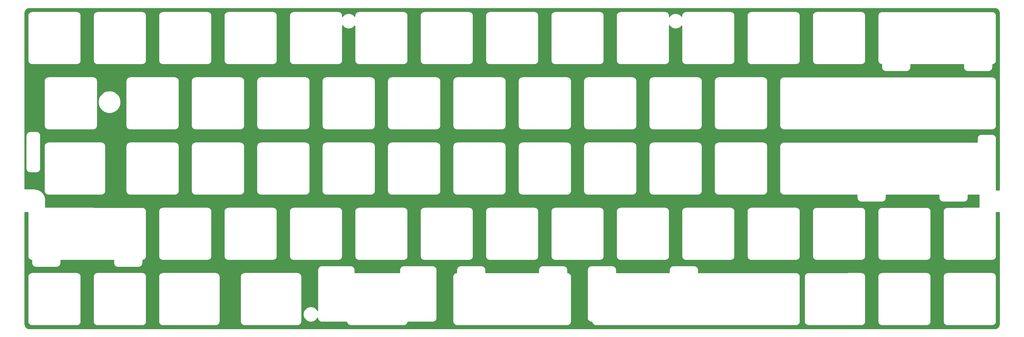
<source format=gbl>
%TF.GenerationSoftware,KiCad,Pcbnew,(5.1.10-1-10_14)*%
%TF.CreationDate,2021-07-02T05:56:29+09:00*%
%TF.ProjectId,keyplate,6b657970-6c61-4746-952e-6b696361645f,rev?*%
%TF.SameCoordinates,Original*%
%TF.FileFunction,Copper,L2,Bot*%
%TF.FilePolarity,Positive*%
%FSLAX46Y46*%
G04 Gerber Fmt 4.6, Leading zero omitted, Abs format (unit mm)*
G04 Created by KiCad (PCBNEW (5.1.10-1-10_14)) date 2021-07-02 05:56:29*
%MOMM*%
%LPD*%
G01*
G04 APERTURE LIST*
%TA.AperFunction,NonConductor*%
%ADD10C,0.254000*%
%TD*%
%TA.AperFunction,NonConductor*%
%ADD11C,0.100000*%
%TD*%
G04 APERTURE END LIST*
D10*
X298518472Y-16182300D02*
X298632203Y-16186674D01*
X298729592Y-16197911D01*
X298828475Y-16217826D01*
X298923939Y-16244059D01*
X299014883Y-16278327D01*
X299105679Y-16319787D01*
X299192261Y-16368657D01*
X299274485Y-16423173D01*
X299352865Y-16485608D01*
X299426238Y-16552740D01*
X299494382Y-16627248D01*
X299556839Y-16704817D01*
X299609158Y-16784363D01*
X299658639Y-16872649D01*
X299700150Y-16963359D01*
X299734606Y-17055461D01*
X299761049Y-17151217D01*
X299781324Y-17251655D01*
X299793210Y-17349142D01*
X299797496Y-17461536D01*
X299797497Y-69170116D01*
X298939522Y-69170116D01*
X298939522Y-54125285D01*
X298928887Y-54017305D01*
X298918068Y-53981640D01*
X298883581Y-53810666D01*
X298863797Y-53745972D01*
X298844746Y-53681092D01*
X298842837Y-53677435D01*
X298841631Y-53673491D01*
X298809660Y-53613876D01*
X298778368Y-53553927D01*
X298773892Y-53547180D01*
X298773836Y-53547075D01*
X298773767Y-53546991D01*
X298772695Y-53545375D01*
X298659696Y-53377618D01*
X298618770Y-53328083D01*
X298578911Y-53277773D01*
X298573150Y-53272868D01*
X298568329Y-53267033D01*
X298518589Y-53226413D01*
X298469690Y-53184780D01*
X298461224Y-53178980D01*
X298293589Y-53065859D01*
X298233905Y-53033572D01*
X298174618Y-53000680D01*
X298170878Y-52999478D01*
X298167420Y-52997607D01*
X298102567Y-52977517D01*
X298038054Y-52956777D01*
X298030534Y-52955203D01*
X298030397Y-52955160D01*
X298030265Y-52955146D01*
X298028010Y-52954674D01*
X297822673Y-52913190D01*
X297755192Y-52906310D01*
X297687815Y-52898712D01*
X297680097Y-52898653D01*
X297679966Y-52898640D01*
X297679845Y-52898651D01*
X297677553Y-52898634D01*
X297423409Y-52898485D01*
X297150245Y-52898081D01*
X297150244Y-52898081D01*
X296862100Y-52897480D01*
X296862021Y-52897479D01*
X296562475Y-52896738D01*
X296562469Y-52896739D01*
X296359346Y-52896198D01*
X296359326Y-52896198D01*
X296154651Y-52895639D01*
X296154649Y-52895639D01*
X295949973Y-52895079D01*
X295949918Y-52895079D01*
X295746601Y-52894538D01*
X295746494Y-52894537D01*
X295545863Y-52894030D01*
X295545844Y-52894032D01*
X295545650Y-52894030D01*
X295252704Y-52893375D01*
X295252681Y-52893377D01*
X295252318Y-52893374D01*
X294973013Y-52892896D01*
X294972978Y-52892899D01*
X294972430Y-52892895D01*
X294711306Y-52892655D01*
X294711270Y-52892659D01*
X294710782Y-52892655D01*
X294628566Y-52892638D01*
X294560816Y-52899267D01*
X294493123Y-52905197D01*
X294485955Y-52906591D01*
X294485801Y-52906606D01*
X294485663Y-52906648D01*
X294483049Y-52907156D01*
X294277712Y-52948585D01*
X294212893Y-52968411D01*
X294147946Y-52987505D01*
X294144385Y-52989365D01*
X294140538Y-52990542D01*
X294080827Y-53022568D01*
X294020802Y-53053925D01*
X294014239Y-53058282D01*
X294014126Y-53058343D01*
X294014034Y-53058418D01*
X294012253Y-53059601D01*
X293844618Y-53172599D01*
X293795047Y-53213582D01*
X293744711Y-53253503D01*
X293739852Y-53259216D01*
X293734063Y-53264002D01*
X293693409Y-53313818D01*
X293651772Y-53362771D01*
X293645977Y-53371240D01*
X293532978Y-53538876D01*
X293500756Y-53598513D01*
X293467929Y-53657717D01*
X293466701Y-53661541D01*
X293464789Y-53665079D01*
X293444766Y-53729830D01*
X293424061Y-53794292D01*
X293422450Y-53801998D01*
X293422411Y-53802124D01*
X293422398Y-53802245D01*
X293421961Y-53804337D01*
X293387473Y-53975275D01*
X293376649Y-54010956D01*
X293366014Y-54118936D01*
X293366015Y-55175873D01*
X237040244Y-55180402D01*
X236932265Y-55191046D01*
X236887686Y-55204573D01*
X236697408Y-55248014D01*
X236684735Y-55252245D01*
X236671564Y-55254410D01*
X236616835Y-55274911D01*
X236561343Y-55293436D01*
X236549733Y-55300047D01*
X236537233Y-55304730D01*
X236487512Y-55335481D01*
X236436690Y-55364423D01*
X236426590Y-55373159D01*
X236415234Y-55380183D01*
X236407118Y-55386464D01*
X236239189Y-55518307D01*
X236231444Y-55525717D01*
X236222581Y-55531741D01*
X236179694Y-55575233D01*
X236135544Y-55617476D01*
X236129385Y-55626251D01*
X236121861Y-55633881D01*
X236088238Y-55684875D01*
X236053134Y-55734890D01*
X236048797Y-55744694D01*
X236042899Y-55753639D01*
X236038176Y-55762749D01*
X235940424Y-55954607D01*
X235922112Y-56001335D01*
X235901091Y-56046885D01*
X235896001Y-56067966D01*
X235888086Y-56088165D01*
X235879201Y-56137555D01*
X235867426Y-56186325D01*
X235866073Y-56196498D01*
X235850444Y-56320680D01*
X235849321Y-56361563D01*
X235844763Y-56402198D01*
X235844691Y-56412460D01*
X235844691Y-69384063D01*
X235851330Y-69451768D01*
X235857268Y-69519449D01*
X235858675Y-69526679D01*
X235858689Y-69526825D01*
X235858729Y-69526956D01*
X235859228Y-69529523D01*
X235900592Y-69734399D01*
X235920435Y-69799242D01*
X235939524Y-69864147D01*
X235941388Y-69867714D01*
X235942567Y-69871567D01*
X235974586Y-69931246D01*
X236005958Y-69991283D01*
X236010326Y-69997860D01*
X236010385Y-69997970D01*
X236010458Y-69998059D01*
X236011635Y-69999831D01*
X236124438Y-70167137D01*
X236165386Y-70216653D01*
X236205246Y-70266923D01*
X236211019Y-70271834D01*
X236215854Y-70277681D01*
X236265627Y-70318290D01*
X236314505Y-70359872D01*
X236322973Y-70365669D01*
X236490278Y-70478469D01*
X236549921Y-70510702D01*
X236609087Y-70543518D01*
X236612922Y-70544750D01*
X236616474Y-70546670D01*
X236681195Y-70566690D01*
X236745656Y-70587405D01*
X236753395Y-70589024D01*
X236753515Y-70589061D01*
X236753631Y-70589073D01*
X236755700Y-70589506D01*
X236926218Y-70623934D01*
X236961950Y-70634773D01*
X237069930Y-70645408D01*
X258362790Y-70645408D01*
X258362791Y-71446520D01*
X258373426Y-71554500D01*
X258387120Y-71599644D01*
X258431110Y-71790971D01*
X258435279Y-71803396D01*
X258437414Y-71816315D01*
X258458053Y-71871272D01*
X258476741Y-71926967D01*
X258483243Y-71938344D01*
X258487847Y-71950603D01*
X258518774Y-72000514D01*
X258547919Y-72051510D01*
X258556505Y-72061405D01*
X258563404Y-72072539D01*
X258569691Y-72080649D01*
X258702792Y-72249886D01*
X258709312Y-72256689D01*
X258714582Y-72264488D01*
X258758866Y-72308392D01*
X258802049Y-72353448D01*
X258809764Y-72358853D01*
X258816450Y-72365482D01*
X258868426Y-72399953D01*
X258919532Y-72435758D01*
X258928151Y-72439562D01*
X258935996Y-72444765D01*
X258945094Y-72449513D01*
X259137976Y-72548440D01*
X259184975Y-72567003D01*
X259230801Y-72588249D01*
X259251539Y-72593294D01*
X259271393Y-72601136D01*
X259321095Y-72610216D01*
X259370183Y-72622158D01*
X259380353Y-72623528D01*
X259443388Y-72631573D01*
X259453588Y-72634667D01*
X259561568Y-72645302D01*
X265633805Y-72645302D01*
X265741785Y-72634667D01*
X265786866Y-72620992D01*
X265978318Y-72577019D01*
X265990711Y-72572864D01*
X266003605Y-72570737D01*
X266058608Y-72550100D01*
X266114324Y-72531419D01*
X266125674Y-72524936D01*
X266137909Y-72520345D01*
X266187869Y-72489409D01*
X266238883Y-72460269D01*
X266248753Y-72451708D01*
X266259868Y-72444826D01*
X266267980Y-72438541D01*
X266437324Y-72305440D01*
X266444176Y-72298876D01*
X266452036Y-72293567D01*
X266495894Y-72249339D01*
X266540916Y-72206215D01*
X266546366Y-72198442D01*
X266553041Y-72191710D01*
X266587466Y-72139817D01*
X266623262Y-72088758D01*
X266627098Y-72080075D01*
X266632339Y-72072174D01*
X266637088Y-72063077D01*
X266736045Y-71870193D01*
X266754631Y-71823154D01*
X266775891Y-71777298D01*
X266780926Y-71756603D01*
X266788757Y-71736783D01*
X266797851Y-71687037D01*
X266809801Y-71637917D01*
X266811172Y-71627747D01*
X266819219Y-71564703D01*
X266822314Y-71554500D01*
X266832949Y-71446520D01*
X266832949Y-70645408D01*
X282238728Y-70645408D01*
X282238729Y-71446520D01*
X282249364Y-71554500D01*
X282263058Y-71599644D01*
X282307048Y-71790971D01*
X282311217Y-71803396D01*
X282313352Y-71816315D01*
X282333991Y-71871272D01*
X282352679Y-71926967D01*
X282359181Y-71938344D01*
X282363785Y-71950603D01*
X282394712Y-72000514D01*
X282423857Y-72051510D01*
X282432443Y-72061405D01*
X282439342Y-72072539D01*
X282445629Y-72080649D01*
X282578730Y-72249886D01*
X282585249Y-72256688D01*
X282590519Y-72264487D01*
X282634804Y-72308392D01*
X282677987Y-72353448D01*
X282685702Y-72358853D01*
X282692387Y-72365481D01*
X282744374Y-72399960D01*
X282795470Y-72435758D01*
X282804084Y-72439560D01*
X282811932Y-72444765D01*
X282821031Y-72449512D01*
X283013912Y-72548439D01*
X283060910Y-72567002D01*
X283106738Y-72588249D01*
X283127472Y-72593293D01*
X283147328Y-72601136D01*
X283197032Y-72610216D01*
X283246120Y-72622158D01*
X283256290Y-72623528D01*
X283319325Y-72631573D01*
X283329525Y-72634667D01*
X283437505Y-72645302D01*
X289509743Y-72645302D01*
X289617723Y-72634667D01*
X289662804Y-72620992D01*
X289854256Y-72577019D01*
X289866653Y-72572863D01*
X289879545Y-72570736D01*
X289934539Y-72550102D01*
X289990262Y-72531419D01*
X290001613Y-72524935D01*
X290013849Y-72520344D01*
X290063798Y-72489414D01*
X290114821Y-72460269D01*
X290124696Y-72451704D01*
X290135807Y-72444824D01*
X290143920Y-72438539D01*
X290313262Y-72305439D01*
X290320113Y-72298876D01*
X290327973Y-72293567D01*
X290371832Y-72249339D01*
X290416854Y-72206214D01*
X290422304Y-72198441D01*
X290428978Y-72191710D01*
X290463404Y-72139815D01*
X290499200Y-72088756D01*
X290503035Y-72080074D01*
X290508276Y-72072174D01*
X290513025Y-72063077D01*
X290611982Y-71870193D01*
X290630568Y-71823154D01*
X290651828Y-71777298D01*
X290656863Y-71756603D01*
X290664694Y-71736783D01*
X290673788Y-71687037D01*
X290685738Y-71637917D01*
X290687109Y-71627747D01*
X290695156Y-71564703D01*
X290698251Y-71554500D01*
X290708886Y-71446520D01*
X290708886Y-70645408D01*
X293931525Y-70645408D01*
X293931526Y-74220180D01*
X284667933Y-74225431D01*
X284559959Y-74236127D01*
X284515102Y-74249762D01*
X284324091Y-74293626D01*
X284311686Y-74297785D01*
X284298783Y-74299913D01*
X284243794Y-74320545D01*
X284188084Y-74339221D01*
X284176724Y-74345709D01*
X284164478Y-74350304D01*
X284114539Y-74381227D01*
X284063522Y-74410366D01*
X284053638Y-74418938D01*
X284042519Y-74425823D01*
X284034406Y-74432107D01*
X283865169Y-74565122D01*
X283858266Y-74571734D01*
X283850351Y-74577083D01*
X283806536Y-74621283D01*
X283761577Y-74664347D01*
X283756091Y-74672171D01*
X283749364Y-74678958D01*
X283714961Y-74730838D01*
X283679230Y-74781804D01*
X283675369Y-74790544D01*
X283670088Y-74798508D01*
X283665341Y-74807607D01*
X283566413Y-75000520D01*
X283547845Y-75047540D01*
X283526593Y-75093395D01*
X283521557Y-75114108D01*
X283513725Y-75133940D01*
X283504644Y-75183665D01*
X283492702Y-75232781D01*
X283491333Y-75242951D01*
X283483287Y-75306060D01*
X283480207Y-75316213D01*
X283469572Y-75424193D01*
X283469573Y-88496228D01*
X283480208Y-88604208D01*
X283493881Y-88649282D01*
X283537856Y-88840740D01*
X283542012Y-88853137D01*
X283544140Y-88866034D01*
X283564774Y-88921026D01*
X283583456Y-88976745D01*
X283589943Y-88988101D01*
X283594534Y-89000337D01*
X283625457Y-89050274D01*
X283654606Y-89101304D01*
X283663173Y-89111182D01*
X283670055Y-89122295D01*
X283676340Y-89130408D01*
X283809440Y-89299746D01*
X283816003Y-89306597D01*
X283821309Y-89314452D01*
X283865546Y-89358319D01*
X283908667Y-89403336D01*
X283916433Y-89408781D01*
X283923166Y-89415457D01*
X283975090Y-89449902D01*
X284026125Y-89485681D01*
X284034800Y-89489513D01*
X284042702Y-89494755D01*
X284051800Y-89499503D01*
X284244682Y-89598458D01*
X284291714Y-89617041D01*
X284337577Y-89638304D01*
X284358274Y-89643339D01*
X284378093Y-89651170D01*
X284427836Y-89660263D01*
X284476958Y-89672214D01*
X284487129Y-89673584D01*
X284550164Y-89681629D01*
X284560369Y-89684725D01*
X284668349Y-89695360D01*
X297740745Y-89695360D01*
X297848725Y-89684725D01*
X297893899Y-89671022D01*
X298085220Y-89627025D01*
X298097698Y-89622838D01*
X298110671Y-89620691D01*
X298165578Y-89600058D01*
X298221213Y-89581388D01*
X298232635Y-89574860D01*
X298244950Y-89570232D01*
X298294812Y-89539322D01*
X298345753Y-89510206D01*
X298355691Y-89501582D01*
X298366870Y-89494652D01*
X298374980Y-89488363D01*
X298544217Y-89355209D01*
X298551051Y-89348657D01*
X298558884Y-89343360D01*
X298602739Y-89299098D01*
X298647759Y-89255932D01*
X298653188Y-89248180D01*
X298659846Y-89241460D01*
X298694277Y-89189510D01*
X298730047Y-89138433D01*
X298733867Y-89129773D01*
X298739092Y-89121890D01*
X298743837Y-89112790D01*
X298842765Y-88919757D01*
X298861289Y-88872814D01*
X298882504Y-88827037D01*
X298887561Y-88806236D01*
X298895419Y-88786323D01*
X298904472Y-88736678D01*
X298916392Y-88687651D01*
X298917761Y-88677480D01*
X298925808Y-88614359D01*
X298928887Y-88604208D01*
X298939522Y-88496228D01*
X298939522Y-75695410D01*
X299797496Y-75695410D01*
X299797497Y-108359847D01*
X299793233Y-108470405D01*
X299781323Y-108567869D01*
X299761049Y-108668527D01*
X299734453Y-108764623D01*
X299700038Y-108857272D01*
X299659144Y-108946188D01*
X299609386Y-109034742D01*
X299555979Y-109115941D01*
X299492997Y-109194838D01*
X299427494Y-109266672D01*
X299354778Y-109332320D01*
X299273931Y-109396723D01*
X299192259Y-109451095D01*
X299106361Y-109499355D01*
X299012771Y-109542088D01*
X298921681Y-109577071D01*
X298830808Y-109602047D01*
X298732019Y-109621263D01*
X298632212Y-109632777D01*
X298518478Y-109637151D01*
X17177095Y-109639273D01*
X17062286Y-109633336D01*
X16957644Y-109621264D01*
X16859479Y-109602171D01*
X16768805Y-109577074D01*
X16676078Y-109541718D01*
X16583276Y-109499350D01*
X16497404Y-109451105D01*
X16415734Y-109396730D01*
X16334867Y-109332311D01*
X16262143Y-109266662D01*
X16197947Y-109196264D01*
X16134505Y-109115932D01*
X16079272Y-109032969D01*
X16030500Y-108946163D01*
X15989601Y-108857253D01*
X15955200Y-108764641D01*
X15928610Y-108668555D01*
X15908825Y-108570305D01*
X15897293Y-108470363D01*
X15892156Y-108357341D01*
X15892156Y-94468849D01*
X16770238Y-94468849D01*
X16770239Y-107540889D01*
X16780874Y-107648869D01*
X16791133Y-107682688D01*
X16826419Y-107862446D01*
X16846300Y-107928687D01*
X16865655Y-107994914D01*
X16866886Y-107997280D01*
X16867654Y-107999838D01*
X16899985Y-108060886D01*
X16931873Y-108122163D01*
X16934707Y-108126447D01*
X16934791Y-108126605D01*
X16934903Y-108126743D01*
X16937535Y-108130721D01*
X17051289Y-108300059D01*
X17065548Y-108317362D01*
X17077349Y-108336410D01*
X17111055Y-108372583D01*
X17142516Y-108410759D01*
X17159862Y-108424961D01*
X17175140Y-108441357D01*
X17215236Y-108470298D01*
X17253508Y-108501633D01*
X17273281Y-108512195D01*
X17291453Y-108525311D01*
X17300356Y-108530415D01*
X17485787Y-108634991D01*
X17547981Y-108662449D01*
X17609738Y-108690489D01*
X17613486Y-108691369D01*
X17617014Y-108692927D01*
X17683316Y-108707773D01*
X17749384Y-108723293D01*
X17756855Y-108724240D01*
X17756995Y-108724271D01*
X17757129Y-108724274D01*
X17759565Y-108724583D01*
X17780972Y-108727143D01*
X17788366Y-108729386D01*
X17896346Y-108740021D01*
X31114081Y-108740021D01*
X31222061Y-108729386D01*
X31290082Y-108708752D01*
X31491666Y-108648400D01*
X31532707Y-108631595D01*
X31574881Y-108617908D01*
X31598925Y-108604481D01*
X31624415Y-108594044D01*
X31661409Y-108569589D01*
X31700123Y-108547970D01*
X31721102Y-108530128D01*
X31744079Y-108514939D01*
X31775621Y-108483761D01*
X31809396Y-108455037D01*
X31816475Y-108447608D01*
X31967398Y-108287003D01*
X31972894Y-108279871D01*
X31979519Y-108273784D01*
X32016607Y-108223150D01*
X32054960Y-108173383D01*
X32058968Y-108165317D01*
X32064283Y-108158060D01*
X32090829Y-108101189D01*
X32118787Y-108044917D01*
X32121151Y-108036227D01*
X32124956Y-108028076D01*
X32128301Y-108018375D01*
X32196747Y-107815245D01*
X32200910Y-107797245D01*
X32207635Y-107780039D01*
X32217042Y-107727490D01*
X32229068Y-107675487D01*
X32229655Y-107657025D01*
X32232911Y-107638837D01*
X32233653Y-107628601D01*
X32237830Y-107564851D01*
X32240190Y-107540889D01*
X32240190Y-94468849D01*
X35820191Y-94468849D01*
X35820192Y-107540889D01*
X35830827Y-107648869D01*
X35838490Y-107674129D01*
X35867728Y-107844904D01*
X35884465Y-107906020D01*
X35899784Y-107967451D01*
X35903383Y-107975099D01*
X35905617Y-107983256D01*
X35933897Y-108039939D01*
X35960865Y-108097243D01*
X35966182Y-108106021D01*
X36079536Y-108290262D01*
X36108259Y-108328099D01*
X36134408Y-108367744D01*
X36151525Y-108385097D01*
X36166268Y-108404518D01*
X36201793Y-108436056D01*
X36235145Y-108469867D01*
X36255309Y-108483566D01*
X36273542Y-108499753D01*
X36314512Y-108523788D01*
X36353799Y-108550479D01*
X36362844Y-108555328D01*
X36547471Y-108652636D01*
X36551432Y-108654252D01*
X36555022Y-108656559D01*
X36617743Y-108681301D01*
X36680292Y-108706816D01*
X36684489Y-108707631D01*
X36688461Y-108709198D01*
X36754815Y-108721290D01*
X36761731Y-108722633D01*
X36783991Y-108729386D01*
X36809364Y-108731885D01*
X36821108Y-108734166D01*
X36825383Y-108734150D01*
X36829584Y-108734916D01*
X36839817Y-108735691D01*
X36866868Y-108737549D01*
X36891971Y-108740021D01*
X50218009Y-108740021D01*
X50325989Y-108729386D01*
X50464537Y-108687358D01*
X50486181Y-108675789D01*
X50634435Y-108619840D01*
X50688486Y-108593154D01*
X50743320Y-108568187D01*
X50752701Y-108561451D01*
X50763059Y-108556337D01*
X50810889Y-108519667D01*
X50859838Y-108484519D01*
X50867733Y-108476088D01*
X50876900Y-108469060D01*
X50916696Y-108423800D01*
X50957887Y-108379812D01*
X50964080Y-108371630D01*
X51089993Y-108202821D01*
X51125019Y-108144801D01*
X51160610Y-108087283D01*
X51162031Y-108083492D01*
X51164129Y-108080017D01*
X51187220Y-108016295D01*
X51210960Y-107952963D01*
X51212955Y-107945276D01*
X51213000Y-107945152D01*
X51213018Y-107945032D01*
X51213538Y-107943030D01*
X51265906Y-107735291D01*
X51276757Y-107663099D01*
X51278310Y-107652810D01*
X51279506Y-107648869D01*
X51280633Y-107637425D01*
X51287203Y-107593906D01*
X51287223Y-107593474D01*
X51287228Y-107593438D01*
X51287226Y-107593396D01*
X51287667Y-107583654D01*
X51288766Y-107554850D01*
X51290141Y-107540889D01*
X51290141Y-94468849D01*
X54870143Y-94468849D01*
X54870144Y-107540889D01*
X54880779Y-107648869D01*
X54891452Y-107684054D01*
X54927742Y-107865226D01*
X54948377Y-107933029D01*
X54969092Y-108001457D01*
X54969347Y-108001936D01*
X54969506Y-108002458D01*
X55003053Y-108065214D01*
X55036530Y-108128064D01*
X55037102Y-108128911D01*
X55037131Y-108128965D01*
X55037175Y-108129018D01*
X55042275Y-108136568D01*
X55158407Y-108305906D01*
X55172712Y-108322929D01*
X55184589Y-108341715D01*
X55218754Y-108377716D01*
X55250694Y-108415724D01*
X55268030Y-108429642D01*
X55283332Y-108445766D01*
X55323845Y-108474450D01*
X55362554Y-108505526D01*
X55382262Y-108515811D01*
X55400406Y-108528657D01*
X55409355Y-108533679D01*
X55598801Y-108638255D01*
X55659010Y-108664184D01*
X55718697Y-108691098D01*
X55724796Y-108692514D01*
X55730550Y-108694992D01*
X55794598Y-108708722D01*
X55858426Y-108723542D01*
X55868611Y-108724806D01*
X55890964Y-108727421D01*
X55897443Y-108729386D01*
X56005423Y-108740021D01*
X71585708Y-108740021D01*
X71693688Y-108729386D01*
X71759524Y-108709415D01*
X71963587Y-108649661D01*
X71994932Y-108637047D01*
X72027405Y-108627746D01*
X72061303Y-108610337D01*
X72096662Y-108596108D01*
X72124959Y-108577646D01*
X72155009Y-108562214D01*
X72184883Y-108538550D01*
X72216802Y-108517726D01*
X72240970Y-108494124D01*
X72267454Y-108473146D01*
X72274788Y-108465968D01*
X72416834Y-108324994D01*
X72418723Y-108322712D01*
X72421004Y-108320822D01*
X72464414Y-108267515D01*
X72508303Y-108214494D01*
X72509714Y-108211886D01*
X72511583Y-108209591D01*
X72543803Y-108148886D01*
X72576568Y-108088331D01*
X72577446Y-108085499D01*
X72578833Y-108082885D01*
X72582671Y-108073367D01*
X72660983Y-107875141D01*
X72668865Y-107847576D01*
X72679922Y-107821136D01*
X72688534Y-107778785D01*
X72700419Y-107737221D01*
X72702796Y-107708653D01*
X72708508Y-107680566D01*
X72709491Y-107670351D01*
X72718133Y-107573422D01*
X72721337Y-107540889D01*
X72721337Y-94468849D01*
X78682584Y-94468849D01*
X78682585Y-107540889D01*
X78693220Y-107648869D01*
X78706892Y-107693940D01*
X78750866Y-107885398D01*
X78755023Y-107897796D01*
X78757151Y-107910697D01*
X78777790Y-107965701D01*
X78796466Y-108021404D01*
X78802951Y-108032758D01*
X78807545Y-108045000D01*
X78838477Y-108094952D01*
X78867615Y-108145963D01*
X78876181Y-108155840D01*
X78883066Y-108166958D01*
X78889351Y-108175071D01*
X79022451Y-108344409D01*
X79029018Y-108351264D01*
X79034326Y-108359122D01*
X79078560Y-108402986D01*
X79121678Y-108447999D01*
X79129447Y-108453446D01*
X79136184Y-108460126D01*
X79188106Y-108494569D01*
X79239136Y-108530344D01*
X79247816Y-108534178D01*
X79255721Y-108539422D01*
X79264819Y-108544170D01*
X79457703Y-108643123D01*
X79504732Y-108661704D01*
X79550593Y-108682966D01*
X79571294Y-108688002D01*
X79591114Y-108695833D01*
X79640853Y-108704925D01*
X79689974Y-108716875D01*
X79700145Y-108718246D01*
X79763187Y-108726292D01*
X79773386Y-108729386D01*
X79881366Y-108740021D01*
X95335001Y-108740021D01*
X95442981Y-108729386D01*
X95488154Y-108715683D01*
X95679474Y-108671688D01*
X95691952Y-108667501D01*
X95704926Y-108665354D01*
X95759827Y-108644723D01*
X95815467Y-108626052D01*
X95826892Y-108619522D01*
X95839205Y-108614895D01*
X95889057Y-108583992D01*
X95940008Y-108554870D01*
X95949948Y-108546244D01*
X95961126Y-108539315D01*
X95969236Y-108533027D01*
X96138473Y-108399874D01*
X96145311Y-108393317D01*
X96153147Y-108388019D01*
X96196998Y-108343759D01*
X96242015Y-108300597D01*
X96247446Y-108292842D01*
X96254108Y-108286118D01*
X96288544Y-108234158D01*
X96324303Y-108183098D01*
X96328124Y-108174437D01*
X96333353Y-108166547D01*
X96338098Y-108157448D01*
X96437024Y-107964414D01*
X96455550Y-107917466D01*
X96476760Y-107871699D01*
X96481817Y-107850900D01*
X96489677Y-107830981D01*
X96498729Y-107781340D01*
X96510649Y-107732312D01*
X96512018Y-107722142D01*
X96520065Y-107659015D01*
X96523143Y-107648869D01*
X96533778Y-107540889D01*
X96533778Y-105239352D01*
X96965000Y-105239352D01*
X96965000Y-105679608D01*
X97050890Y-106111405D01*
X97219369Y-106518149D01*
X97463962Y-106884209D01*
X97775271Y-107195518D01*
X98141331Y-107440111D01*
X98548075Y-107608590D01*
X98979872Y-107694480D01*
X99420128Y-107694480D01*
X99851925Y-107608590D01*
X100258669Y-107440111D01*
X100624729Y-107195518D01*
X100936038Y-106884209D01*
X101180631Y-106518149D01*
X101191511Y-106491882D01*
X101191511Y-106546054D01*
X101202146Y-106654034D01*
X101205204Y-106664114D01*
X101213231Y-106727175D01*
X101224445Y-106776316D01*
X101232770Y-106825995D01*
X101240365Y-106846082D01*
X101245145Y-106867027D01*
X101265687Y-106913047D01*
X101283505Y-106960170D01*
X101288118Y-106969338D01*
X101386954Y-107162372D01*
X101392125Y-107170423D01*
X101395860Y-107179222D01*
X101430824Y-107230672D01*
X101464477Y-107283066D01*
X101471113Y-107289959D01*
X101476486Y-107297865D01*
X101520780Y-107341547D01*
X101563968Y-107386405D01*
X101571816Y-107391877D01*
X101578622Y-107398589D01*
X101586642Y-107404992D01*
X101755842Y-107538145D01*
X101767010Y-107545288D01*
X101776900Y-107554112D01*
X101827329Y-107583866D01*
X101876687Y-107615433D01*
X101889035Y-107620272D01*
X101900446Y-107627005D01*
X101955692Y-107646396D01*
X102010244Y-107667776D01*
X102023293Y-107670124D01*
X102035797Y-107674513D01*
X102045782Y-107676882D01*
X102237204Y-107720868D01*
X102282319Y-107734553D01*
X102390299Y-107745188D01*
X109655402Y-107745188D01*
X109662603Y-107776715D01*
X109670987Y-107826551D01*
X109678538Y-107846482D01*
X109683286Y-107867270D01*
X109703904Y-107913436D01*
X109721808Y-107960694D01*
X109726426Y-107969858D01*
X109825354Y-108162769D01*
X109830526Y-108170810D01*
X109834263Y-108179599D01*
X109869263Y-108231034D01*
X109902954Y-108283414D01*
X109909589Y-108290297D01*
X109914962Y-108298193D01*
X109959287Y-108341852D01*
X110002510Y-108386689D01*
X110010356Y-108392153D01*
X110017160Y-108398854D01*
X110025183Y-108405252D01*
X110194420Y-108538266D01*
X110205445Y-108545307D01*
X110215202Y-108554011D01*
X110265797Y-108583854D01*
X110315313Y-108615479D01*
X110327492Y-108620244D01*
X110338757Y-108626888D01*
X110394182Y-108646334D01*
X110448902Y-108667741D01*
X110461779Y-108670050D01*
X110474115Y-108674378D01*
X110484100Y-108676745D01*
X110675307Y-108720655D01*
X110720381Y-108734328D01*
X110828361Y-108744963D01*
X126282001Y-108744963D01*
X126389981Y-108734328D01*
X126400065Y-108731269D01*
X126463126Y-108723241D01*
X126512267Y-108712027D01*
X126561941Y-108703702D01*
X126582027Y-108696107D01*
X126602977Y-108691326D01*
X126648994Y-108670785D01*
X126696116Y-108652967D01*
X126705283Y-108648354D01*
X126898316Y-108549518D01*
X126906362Y-108544350D01*
X126915150Y-108540620D01*
X126966603Y-108505655D01*
X127019009Y-108471994D01*
X127025895Y-108465364D01*
X127033795Y-108459996D01*
X127077492Y-108415688D01*
X127122347Y-108372503D01*
X127127813Y-108364663D01*
X127134521Y-108357862D01*
X127140924Y-108349843D01*
X127274080Y-108180646D01*
X127281225Y-108169474D01*
X127290051Y-108159583D01*
X127319807Y-108109151D01*
X127351370Y-108059802D01*
X127356209Y-108047455D01*
X127362945Y-108036039D01*
X127382337Y-107980792D01*
X127403716Y-107926247D01*
X127406065Y-107913194D01*
X127410455Y-107900688D01*
X127412824Y-107890703D01*
X127446263Y-107745188D01*
X134720418Y-107745188D01*
X134828398Y-107734553D01*
X134838597Y-107731459D01*
X134901639Y-107723413D01*
X134950934Y-107712147D01*
X135000777Y-107703754D01*
X135020702Y-107696202D01*
X135041480Y-107691453D01*
X135087649Y-107670826D01*
X135134912Y-107652912D01*
X135144076Y-107648292D01*
X135336963Y-107549340D01*
X135341868Y-107546184D01*
X140586467Y-107546184D01*
X140597102Y-107654164D01*
X140600164Y-107664257D01*
X140608190Y-107727298D01*
X140619420Y-107776503D01*
X140627772Y-107826271D01*
X140635345Y-107846285D01*
X140640107Y-107867149D01*
X140660679Y-107913233D01*
X140678540Y-107960434D01*
X140683155Y-107969600D01*
X140781987Y-108162511D01*
X140787209Y-108170636D01*
X140790985Y-108179521D01*
X140825933Y-108230893D01*
X140859539Y-108283186D01*
X140866239Y-108290142D01*
X140871670Y-108298125D01*
X140915937Y-108341737D01*
X140959055Y-108386501D01*
X140966978Y-108392022D01*
X140973856Y-108398799D01*
X140981879Y-108405197D01*
X141151074Y-108538211D01*
X141162183Y-108545308D01*
X141172021Y-108554081D01*
X141222532Y-108583863D01*
X141271957Y-108615439D01*
X141284235Y-108620244D01*
X141295588Y-108626938D01*
X141350918Y-108646341D01*
X141405539Y-108667717D01*
X141418515Y-108670045D01*
X141430953Y-108674407D01*
X141440939Y-108676772D01*
X141632252Y-108720674D01*
X141677264Y-108734328D01*
X141785244Y-108744963D01*
X173907937Y-108744963D01*
X174015917Y-108734328D01*
X174026009Y-108731266D01*
X174089056Y-108723239D01*
X174138274Y-108712006D01*
X174188036Y-108703654D01*
X174208044Y-108696083D01*
X174228907Y-108691321D01*
X174275001Y-108670744D01*
X174322198Y-108652884D01*
X174331364Y-108648269D01*
X174524276Y-108549433D01*
X174532400Y-108544212D01*
X174541288Y-108540434D01*
X174592659Y-108505485D01*
X174644951Y-108471879D01*
X174651909Y-108465177D01*
X174659890Y-108459747D01*
X174703490Y-108415491D01*
X174748264Y-108372362D01*
X174753786Y-108364437D01*
X174760562Y-108357560D01*
X174766961Y-108349537D01*
X174899972Y-108180340D01*
X174907067Y-108169233D01*
X174915835Y-108159401D01*
X174945618Y-108108889D01*
X174977198Y-108059455D01*
X174982000Y-108047183D01*
X174988692Y-108035834D01*
X175008097Y-107980495D01*
X175029473Y-107925872D01*
X175031800Y-107912900D01*
X175036160Y-107900468D01*
X175038525Y-107890482D01*
X175082424Y-107699179D01*
X175096079Y-107654165D01*
X175106714Y-107546185D01*
X175106714Y-106546054D01*
X179773975Y-106546054D01*
X179784610Y-106654034D01*
X179787688Y-106664180D01*
X179795734Y-106727302D01*
X179806971Y-106776505D01*
X179815329Y-106826266D01*
X179822905Y-106846279D01*
X179827671Y-106867148D01*
X179848249Y-106913226D01*
X179866115Y-106960422D01*
X179870732Y-106969587D01*
X179969661Y-107162621D01*
X179974780Y-107170584D01*
X179978479Y-107179296D01*
X180013514Y-107230837D01*
X180047230Y-107283286D01*
X180053800Y-107290105D01*
X180059119Y-107297930D01*
X180103502Y-107341690D01*
X180146760Y-107386586D01*
X180154526Y-107391996D01*
X180161267Y-107398643D01*
X180169287Y-107405045D01*
X180338527Y-107538197D01*
X180349612Y-107545285D01*
X180359426Y-107554044D01*
X180409945Y-107583862D01*
X180459381Y-107615471D01*
X180471631Y-107620270D01*
X180482960Y-107626957D01*
X180538314Y-107646396D01*
X180592944Y-107667799D01*
X180605893Y-107670128D01*
X180618304Y-107674486D01*
X180628289Y-107676856D01*
X180819612Y-107720851D01*
X180864783Y-107734553D01*
X180972763Y-107745188D01*
X181094133Y-107745188D01*
X181101334Y-107776715D01*
X181109718Y-107826551D01*
X181117269Y-107846482D01*
X181122017Y-107867270D01*
X181142635Y-107913436D01*
X181160539Y-107960694D01*
X181165157Y-107969858D01*
X181264085Y-108162769D01*
X181269258Y-108170811D01*
X181272995Y-108179601D01*
X181308000Y-108231044D01*
X181341685Y-108283414D01*
X181348319Y-108290295D01*
X181353694Y-108298195D01*
X181398038Y-108341872D01*
X181441241Y-108386689D01*
X181449084Y-108392150D01*
X181455892Y-108398856D01*
X181463916Y-108405253D01*
X181633154Y-108538268D01*
X181644179Y-108545310D01*
X181653934Y-108554011D01*
X181704526Y-108583852D01*
X181754047Y-108615480D01*
X181766225Y-108620244D01*
X181777489Y-108626888D01*
X181832923Y-108646337D01*
X181887636Y-108667741D01*
X181900510Y-108670050D01*
X181912847Y-108674378D01*
X181922832Y-108676745D01*
X182114039Y-108720655D01*
X182159113Y-108734328D01*
X182267093Y-108744963D01*
X240584191Y-108744963D01*
X240692171Y-108734328D01*
X240702310Y-108731252D01*
X240765278Y-108723227D01*
X240814468Y-108711994D01*
X240864213Y-108703642D01*
X240884239Y-108696062D01*
X240905125Y-108691293D01*
X240951198Y-108670719D01*
X240998372Y-108652864D01*
X241007538Y-108648248D01*
X241200419Y-108549412D01*
X241208425Y-108544266D01*
X241217180Y-108540548D01*
X241268696Y-108505526D01*
X241321089Y-108471850D01*
X241327941Y-108465249D01*
X241335809Y-108459900D01*
X241379538Y-108415541D01*
X241424395Y-108372327D01*
X241429834Y-108364521D01*
X241436514Y-108357745D01*
X241442915Y-108349724D01*
X241576015Y-108180527D01*
X241583122Y-108169410D01*
X241591906Y-108159565D01*
X241621697Y-108109070D01*
X241653280Y-108059668D01*
X241658093Y-108047381D01*
X241664797Y-108036018D01*
X241684215Y-107980692D01*
X241705599Y-107926101D01*
X241707933Y-107913117D01*
X241712303Y-107900666D01*
X241714671Y-107890681D01*
X241758650Y-107699273D01*
X241772333Y-107654165D01*
X241782968Y-107546185D01*
X241782968Y-94525769D01*
X242988423Y-94525769D01*
X242988423Y-107489259D01*
X242995062Y-107556967D01*
X243000989Y-107624585D01*
X243002407Y-107631876D01*
X243002421Y-107632021D01*
X243002460Y-107632151D01*
X243002948Y-107634659D01*
X243043450Y-107835351D01*
X243044837Y-107839885D01*
X243045377Y-107844591D01*
X243065794Y-107908390D01*
X243085413Y-107972523D01*
X243087655Y-107976702D01*
X243089098Y-107981212D01*
X243121538Y-108039867D01*
X243153221Y-108098932D01*
X243156227Y-108102590D01*
X243158522Y-108106740D01*
X243164400Y-108115152D01*
X243292791Y-108296181D01*
X243299707Y-108304153D01*
X243305201Y-108313158D01*
X243346640Y-108358247D01*
X243386797Y-108404531D01*
X243395131Y-108411008D01*
X243402269Y-108418775D01*
X243451681Y-108454959D01*
X243500059Y-108492559D01*
X243509491Y-108497294D01*
X243518002Y-108503526D01*
X243526870Y-108508691D01*
X243720286Y-108619530D01*
X243774164Y-108643761D01*
X243827150Y-108669831D01*
X243839471Y-108673132D01*
X243851111Y-108678367D01*
X243908668Y-108691671D01*
X243965710Y-108706954D01*
X243975846Y-108708559D01*
X244129288Y-108731760D01*
X244179223Y-108734375D01*
X244228912Y-108739949D01*
X244239174Y-108740021D01*
X259588866Y-108740021D01*
X259656631Y-108733377D01*
X259724371Y-108727422D01*
X259731478Y-108726038D01*
X259731628Y-108726023D01*
X259731763Y-108725982D01*
X259734444Y-108725460D01*
X259935133Y-108684907D01*
X259939702Y-108683508D01*
X259944446Y-108682962D01*
X260008204Y-108662534D01*
X260072295Y-108642910D01*
X260076507Y-108640649D01*
X260081052Y-108639193D01*
X260139654Y-108606756D01*
X260198687Y-108575071D01*
X260202374Y-108572040D01*
X260206556Y-108569725D01*
X260214966Y-108563844D01*
X260395992Y-108435360D01*
X260403865Y-108428525D01*
X260412762Y-108423097D01*
X260457951Y-108381566D01*
X260504309Y-108341316D01*
X260510704Y-108333082D01*
X260518378Y-108326029D01*
X260554636Y-108276515D01*
X260592298Y-108228023D01*
X260596973Y-108218702D01*
X260603129Y-108210295D01*
X260608294Y-108201427D01*
X260719129Y-108008016D01*
X260743342Y-107954177D01*
X260769398Y-107901235D01*
X260772712Y-107888871D01*
X260777965Y-107877191D01*
X260791261Y-107819672D01*
X260806537Y-107762679D01*
X260808144Y-107752544D01*
X260831343Y-107599230D01*
X260833967Y-107549253D01*
X260839545Y-107499521D01*
X260839617Y-107489259D01*
X260839617Y-94520833D01*
X260834521Y-94468849D01*
X264419619Y-94468849D01*
X264419620Y-107540889D01*
X264430255Y-107648869D01*
X264443925Y-107693932D01*
X264487902Y-107885401D01*
X264492061Y-107897804D01*
X264494188Y-107910700D01*
X264514823Y-107965694D01*
X264533503Y-108021407D01*
X264539988Y-108032761D01*
X264544582Y-108045003D01*
X264575506Y-108094941D01*
X264604652Y-108145966D01*
X264613223Y-108155848D01*
X264620104Y-108166960D01*
X264626388Y-108175073D01*
X264759489Y-108344411D01*
X264766056Y-108351267D01*
X264771360Y-108359118D01*
X264815576Y-108402964D01*
X264858716Y-108448001D01*
X264866485Y-108453448D01*
X264873217Y-108460123D01*
X264925136Y-108494565D01*
X264976175Y-108530345D01*
X264984851Y-108534178D01*
X264992754Y-108539420D01*
X265001852Y-108544168D01*
X265194733Y-108643121D01*
X265241762Y-108661702D01*
X265287624Y-108682965D01*
X265308324Y-108688001D01*
X265328144Y-108695832D01*
X265377882Y-108704924D01*
X265427005Y-108716875D01*
X265437176Y-108718245D01*
X265500211Y-108726290D01*
X265510416Y-108729386D01*
X265618396Y-108740021D01*
X278690792Y-108740021D01*
X278798772Y-108729386D01*
X278843940Y-108715684D01*
X279035264Y-108671688D01*
X279047739Y-108667502D01*
X279060713Y-108665355D01*
X279115624Y-108644721D01*
X279171258Y-108626051D01*
X279182680Y-108619522D01*
X279194992Y-108614896D01*
X279244858Y-108583984D01*
X279295798Y-108554869D01*
X279305732Y-108546249D01*
X279316914Y-108539317D01*
X279325023Y-108533028D01*
X279494261Y-108399875D01*
X279501096Y-108393321D01*
X279508932Y-108388023D01*
X279552792Y-108343755D01*
X279597804Y-108300598D01*
X279603233Y-108292846D01*
X279609894Y-108286123D01*
X279644333Y-108234159D01*
X279680092Y-108183100D01*
X279683912Y-108174442D01*
X279689140Y-108166553D01*
X279693885Y-108157453D01*
X279792813Y-107964420D01*
X279811339Y-107917473D01*
X279832552Y-107871699D01*
X279837609Y-107850900D01*
X279845467Y-107830986D01*
X279854520Y-107781345D01*
X279866441Y-107732312D01*
X279867810Y-107722142D01*
X279875857Y-107659015D01*
X279878935Y-107648869D01*
X279889570Y-107540889D01*
X279889570Y-94468849D01*
X283469572Y-94468849D01*
X283469573Y-107540889D01*
X283480208Y-107648869D01*
X283493878Y-107693932D01*
X283537855Y-107885401D01*
X283542013Y-107897801D01*
X283544140Y-107910697D01*
X283564775Y-107965690D01*
X283583456Y-108021407D01*
X283589942Y-108032762D01*
X283594534Y-108045000D01*
X283625457Y-108094937D01*
X283654605Y-108145966D01*
X283663174Y-108155846D01*
X283670055Y-108166958D01*
X283676340Y-108175071D01*
X283809440Y-108344409D01*
X283816005Y-108351262D01*
X283821313Y-108359120D01*
X283865549Y-108402985D01*
X283908667Y-108447999D01*
X283916436Y-108453446D01*
X283923171Y-108460124D01*
X283975096Y-108494570D01*
X284026125Y-108530344D01*
X284034801Y-108534177D01*
X284042707Y-108539421D01*
X284051805Y-108544169D01*
X284244687Y-108643122D01*
X284291722Y-108661705D01*
X284337577Y-108682965D01*
X284358275Y-108688001D01*
X284378099Y-108695833D01*
X284427839Y-108704925D01*
X284476958Y-108716875D01*
X284487129Y-108718245D01*
X284550164Y-108726290D01*
X284560369Y-108729386D01*
X284668349Y-108740021D01*
X297740745Y-108740021D01*
X297848725Y-108729386D01*
X297893893Y-108715684D01*
X298085217Y-108671688D01*
X298097695Y-108667501D01*
X298110668Y-108665354D01*
X298165570Y-108644723D01*
X298221211Y-108626051D01*
X298232635Y-108619522D01*
X298244947Y-108614895D01*
X298294803Y-108583989D01*
X298345751Y-108554869D01*
X298355690Y-108546244D01*
X298366868Y-108539315D01*
X298374978Y-108533027D01*
X298544215Y-108399874D01*
X298551051Y-108393319D01*
X298558884Y-108388023D01*
X298602737Y-108343763D01*
X298647757Y-108300597D01*
X298653186Y-108292845D01*
X298659846Y-108286123D01*
X298694287Y-108234157D01*
X298730045Y-108183098D01*
X298733864Y-108174441D01*
X298739092Y-108166553D01*
X298743837Y-108157453D01*
X298842765Y-107964420D01*
X298861291Y-107917473D01*
X298882504Y-107871699D01*
X298887561Y-107850900D01*
X298895419Y-107830986D01*
X298904472Y-107781345D01*
X298916393Y-107732312D01*
X298917762Y-107722142D01*
X298925809Y-107659015D01*
X298928887Y-107648869D01*
X298939522Y-107540889D01*
X298939522Y-94468848D01*
X298928887Y-94360868D01*
X298915212Y-94315786D01*
X298871237Y-94124332D01*
X298867080Y-94111934D01*
X298864953Y-94099040D01*
X298844314Y-94044035D01*
X298825635Y-93988327D01*
X298819152Y-93976978D01*
X298814559Y-93964737D01*
X298783621Y-93914775D01*
X298754485Y-93863769D01*
X298745922Y-93853896D01*
X298739038Y-93842779D01*
X298732753Y-93834667D01*
X298599652Y-93665328D01*
X298593093Y-93658481D01*
X298587785Y-93650623D01*
X298543527Y-93606735D01*
X298500425Y-93561738D01*
X298492662Y-93556296D01*
X298485928Y-93549618D01*
X298433991Y-93515164D01*
X298382966Y-93479393D01*
X298374292Y-93475562D01*
X298366391Y-93470320D01*
X298357294Y-93465572D01*
X298164413Y-93366617D01*
X298117380Y-93348034D01*
X298071511Y-93326768D01*
X298050814Y-93321733D01*
X298031002Y-93313905D01*
X297981259Y-93304812D01*
X297932130Y-93292860D01*
X297921959Y-93291489D01*
X297858925Y-93283444D01*
X297848725Y-93280350D01*
X297740745Y-93269715D01*
X284668349Y-93269715D01*
X284560369Y-93280350D01*
X284515198Y-93294052D01*
X284323877Y-93338048D01*
X284311400Y-93342235D01*
X284298419Y-93344383D01*
X284243512Y-93365016D01*
X284187883Y-93383684D01*
X284176456Y-93390215D01*
X284164141Y-93394843D01*
X284114285Y-93425750D01*
X284063343Y-93454866D01*
X284053404Y-93463491D01*
X284042220Y-93470424D01*
X284034111Y-93476713D01*
X283864874Y-93609868D01*
X283858047Y-93616414D01*
X283850210Y-93621713D01*
X283806342Y-93665989D01*
X283761332Y-93709145D01*
X283755903Y-93716897D01*
X283749248Y-93723614D01*
X283714815Y-93775567D01*
X283679045Y-93826644D01*
X283675227Y-93835299D01*
X283670001Y-93843184D01*
X283665257Y-93852283D01*
X283566329Y-94045316D01*
X283547804Y-94092260D01*
X283526587Y-94138043D01*
X283521532Y-94158837D01*
X283513674Y-94178749D01*
X283504620Y-94228401D01*
X283492700Y-94277430D01*
X283491331Y-94287601D01*
X283483285Y-94350723D01*
X283480207Y-94360869D01*
X283469572Y-94468849D01*
X279889570Y-94468849D01*
X279889570Y-94468848D01*
X279878935Y-94360868D01*
X279865260Y-94315786D01*
X279821285Y-94124332D01*
X279817128Y-94111934D01*
X279815001Y-94099040D01*
X279794362Y-94044035D01*
X279775683Y-93988327D01*
X279769200Y-93976978D01*
X279764607Y-93964737D01*
X279733669Y-93914775D01*
X279704533Y-93863769D01*
X279695970Y-93853896D01*
X279689086Y-93842779D01*
X279682801Y-93834667D01*
X279549700Y-93665328D01*
X279543140Y-93658480D01*
X279537832Y-93650622D01*
X279493583Y-93606744D01*
X279450473Y-93561738D01*
X279442707Y-93556294D01*
X279435974Y-93549617D01*
X279384040Y-93515165D01*
X279333014Y-93479393D01*
X279324342Y-93475562D01*
X279316438Y-93470319D01*
X279307341Y-93465571D01*
X279114458Y-93366616D01*
X279067424Y-93348032D01*
X279021558Y-93326768D01*
X279000862Y-93321733D01*
X278981047Y-93313904D01*
X278931295Y-93304809D01*
X278882177Y-93292860D01*
X278872006Y-93291489D01*
X278808972Y-93283444D01*
X278798772Y-93280350D01*
X278690792Y-93269715D01*
X265618396Y-93269715D01*
X265510416Y-93280350D01*
X265465245Y-93294052D01*
X265273924Y-93338048D01*
X265261447Y-93342235D01*
X265248466Y-93344383D01*
X265193559Y-93365016D01*
X265137930Y-93383684D01*
X265126503Y-93390215D01*
X265114188Y-93394843D01*
X265064332Y-93425750D01*
X265013390Y-93454866D01*
X265003451Y-93463491D01*
X264992267Y-93470424D01*
X264984158Y-93476713D01*
X264814921Y-93609868D01*
X264808094Y-93616414D01*
X264800257Y-93621713D01*
X264756389Y-93665989D01*
X264711379Y-93709145D01*
X264705950Y-93716897D01*
X264699295Y-93723614D01*
X264664862Y-93775567D01*
X264629092Y-93826644D01*
X264625274Y-93835299D01*
X264620048Y-93843184D01*
X264615304Y-93852283D01*
X264516376Y-94045316D01*
X264497851Y-94092260D01*
X264476634Y-94138043D01*
X264471579Y-94158837D01*
X264463721Y-94178749D01*
X264454667Y-94228401D01*
X264442747Y-94277430D01*
X264441378Y-94287601D01*
X264433332Y-94350723D01*
X264430254Y-94360869D01*
X264419619Y-94468849D01*
X260834521Y-94468849D01*
X260833090Y-94454263D01*
X260827448Y-94387640D01*
X260825623Y-94378107D01*
X260825619Y-94378071D01*
X260825610Y-94378041D01*
X260825518Y-94377561D01*
X260786273Y-94180092D01*
X260766773Y-94115671D01*
X260748108Y-94051160D01*
X260746029Y-94047139D01*
X260744715Y-94042797D01*
X260713077Y-93983396D01*
X260682234Y-93923733D01*
X260677320Y-93916262D01*
X260677281Y-93916188D01*
X260677234Y-93916130D01*
X260676595Y-93915159D01*
X260564859Y-93747852D01*
X260521933Y-93695476D01*
X260479625Y-93642676D01*
X260476512Y-93640055D01*
X260473931Y-93636906D01*
X260421680Y-93593890D01*
X260369892Y-93550288D01*
X260363278Y-93545811D01*
X260363184Y-93545733D01*
X260363085Y-93545680D01*
X260361394Y-93544535D01*
X260193817Y-93432796D01*
X260134778Y-93401279D01*
X260076271Y-93369039D01*
X260071601Y-93367553D01*
X260067273Y-93365242D01*
X260003262Y-93345800D01*
X259939582Y-93325531D01*
X259930051Y-93323564D01*
X259930017Y-93323554D01*
X259929986Y-93323551D01*
X259929531Y-93323457D01*
X259732338Y-93284210D01*
X259665549Y-93277595D01*
X259598913Y-93270140D01*
X259589658Y-93270078D01*
X259589590Y-93270071D01*
X259589529Y-93270077D01*
X259588651Y-93270071D01*
X259335948Y-93270145D01*
X259335942Y-93270145D01*
X259039302Y-93270234D01*
X259039294Y-93270234D01*
X258701647Y-93270339D01*
X258325921Y-93270456D01*
X258325917Y-93270456D01*
X257915043Y-93270586D01*
X257915042Y-93270586D01*
X257471947Y-93270727D01*
X257471944Y-93270727D01*
X256999559Y-93270879D01*
X256500812Y-93271040D01*
X256500811Y-93271040D01*
X255978632Y-93271209D01*
X255978630Y-93271209D01*
X255435949Y-93271386D01*
X254875695Y-93271568D01*
X254875694Y-93271568D01*
X254300795Y-93271756D01*
X254300794Y-93271756D01*
X253714179Y-93271948D01*
X253118779Y-93272143D01*
X252517523Y-93272340D01*
X252517522Y-93272340D01*
X251913338Y-93272539D01*
X251309158Y-93272737D01*
X250707908Y-93272934D01*
X250112518Y-93273129D01*
X249525918Y-93273321D01*
X248951039Y-93273509D01*
X248390808Y-93273691D01*
X248390807Y-93273691D01*
X247848152Y-93273868D01*
X247326007Y-93274037D01*
X246827297Y-93274198D01*
X246354951Y-93274350D01*
X245911903Y-93274491D01*
X245501077Y-93274621D01*
X245125408Y-93274738D01*
X244787817Y-93274843D01*
X244491246Y-93274932D01*
X244238611Y-93275007D01*
X244170937Y-93281663D01*
X244103288Y-93287613D01*
X244096007Y-93289032D01*
X244095853Y-93289047D01*
X244095714Y-93289089D01*
X244093215Y-93289576D01*
X243892577Y-93330128D01*
X243887895Y-93331562D01*
X243883043Y-93332122D01*
X243819415Y-93352533D01*
X243755418Y-93372132D01*
X243751107Y-93374446D01*
X243746453Y-93375939D01*
X243687981Y-93408332D01*
X243629029Y-93439977D01*
X243625250Y-93443084D01*
X243620974Y-93445453D01*
X243612566Y-93451337D01*
X243431676Y-93579822D01*
X243423767Y-93586694D01*
X243414836Y-93592148D01*
X243369723Y-93633650D01*
X243323393Y-93673904D01*
X243316969Y-93682181D01*
X243309267Y-93689267D01*
X243273064Y-93738755D01*
X243235445Y-93787229D01*
X243230753Y-93796593D01*
X243224572Y-93805042D01*
X243219411Y-93813912D01*
X243108702Y-94007323D01*
X243084564Y-94061066D01*
X243058557Y-94113933D01*
X243055217Y-94126403D01*
X243049929Y-94138177D01*
X243036689Y-94195583D01*
X243021447Y-94252496D01*
X243019842Y-94262632D01*
X242996674Y-94415946D01*
X242994065Y-94465854D01*
X242988495Y-94515507D01*
X242988423Y-94525769D01*
X241782968Y-94525769D01*
X241782968Y-94473789D01*
X241772333Y-94365809D01*
X241769255Y-94355663D01*
X241761208Y-94292537D01*
X241749971Y-94243334D01*
X241741614Y-94193581D01*
X241734036Y-94173563D01*
X241729269Y-94152691D01*
X241708689Y-94106608D01*
X241690827Y-94059425D01*
X241686211Y-94050259D01*
X241587283Y-93857226D01*
X241582167Y-93849267D01*
X241578469Y-93840558D01*
X241543431Y-93789010D01*
X241509714Y-93736561D01*
X241503147Y-93729745D01*
X241497830Y-93721923D01*
X241453437Y-93678153D01*
X241410184Y-93633261D01*
X241402424Y-93627855D01*
X241395684Y-93621209D01*
X241387663Y-93614807D01*
X241218426Y-93481653D01*
X241207337Y-93474562D01*
X241197525Y-93465805D01*
X241147023Y-93435997D01*
X241097573Y-93404378D01*
X241085318Y-93399576D01*
X241073991Y-93392891D01*
X241018638Y-93373452D01*
X240964011Y-93352049D01*
X240951065Y-93349721D01*
X240938648Y-93345360D01*
X240928663Y-93342990D01*
X240737339Y-93298994D01*
X240692171Y-93285292D01*
X240584191Y-93274657D01*
X212120426Y-93274657D01*
X212120426Y-92473545D01*
X212109791Y-92365565D01*
X212106698Y-92355370D01*
X212098653Y-92292329D01*
X212087393Y-92243059D01*
X212079011Y-92193253D01*
X212071450Y-92173299D01*
X212066694Y-92152488D01*
X212046084Y-92106355D01*
X212028183Y-92059113D01*
X212023564Y-92049949D01*
X211924636Y-91857065D01*
X211919538Y-91849140D01*
X211915857Y-91840475D01*
X211880786Y-91788901D01*
X211847029Y-91736425D01*
X211840492Y-91729644D01*
X211835195Y-91721855D01*
X211790766Y-91678066D01*
X211747467Y-91633155D01*
X211739736Y-91627773D01*
X211733029Y-91621162D01*
X211725007Y-91614761D01*
X211555770Y-91481661D01*
X211544731Y-91474605D01*
X211534962Y-91465887D01*
X211484404Y-91436048D01*
X211434902Y-91404410D01*
X211422702Y-91399633D01*
X211411426Y-91392978D01*
X211356022Y-91373523D01*
X211301329Y-91352107D01*
X211288439Y-91349791D01*
X211276081Y-91345452D01*
X211266096Y-91343083D01*
X211074795Y-91299099D01*
X211029629Y-91285398D01*
X210921649Y-91274763D01*
X204849411Y-91274763D01*
X204741431Y-91285398D01*
X204731289Y-91288475D01*
X204668164Y-91296521D01*
X204618964Y-91307757D01*
X204569208Y-91316114D01*
X204549189Y-91323692D01*
X204528317Y-91328459D01*
X204482237Y-91349037D01*
X204435052Y-91366899D01*
X204425886Y-91371515D01*
X204232849Y-91470442D01*
X204224886Y-91475561D01*
X204216180Y-91479257D01*
X204164645Y-91514286D01*
X204112184Y-91548009D01*
X204105367Y-91554577D01*
X204097543Y-91559895D01*
X204053779Y-91604281D01*
X204008882Y-91647538D01*
X204003473Y-91655302D01*
X203996829Y-91662040D01*
X203990427Y-91670060D01*
X203857270Y-91839297D01*
X203850178Y-91850388D01*
X203841415Y-91860206D01*
X203811598Y-91910723D01*
X203779994Y-91960149D01*
X203775192Y-91972404D01*
X203768502Y-91983739D01*
X203749064Y-92039089D01*
X203727663Y-92093710D01*
X203725333Y-92106665D01*
X203720972Y-92119083D01*
X203718602Y-92129068D01*
X203674603Y-92320405D01*
X203660904Y-92365565D01*
X203650269Y-92473545D01*
X203650268Y-93274657D01*
X188244133Y-93274657D01*
X188244133Y-92473545D01*
X188233498Y-92365565D01*
X188230403Y-92355361D01*
X188222356Y-92292318D01*
X188211089Y-92243022D01*
X188202694Y-92193171D01*
X188195142Y-92173249D01*
X188190395Y-92152477D01*
X188169770Y-92106313D01*
X188151850Y-92059037D01*
X188147230Y-92049874D01*
X188048274Y-91856990D01*
X188043139Y-91849009D01*
X188039430Y-91840286D01*
X188004387Y-91788785D01*
X187970653Y-91736358D01*
X187964068Y-91729530D01*
X187958734Y-91721690D01*
X187914350Y-91677972D01*
X187871080Y-91633100D01*
X187863293Y-91627680D01*
X187856538Y-91621026D01*
X187848515Y-91614628D01*
X187679176Y-91481528D01*
X187668152Y-91474487D01*
X187658402Y-91465789D01*
X187607817Y-91435950D01*
X187558285Y-91404313D01*
X187546108Y-91399549D01*
X187534850Y-91392908D01*
X187479414Y-91373456D01*
X187424697Y-91352049D01*
X187411829Y-91349741D01*
X187399494Y-91345413D01*
X187389508Y-91343045D01*
X187198059Y-91299073D01*
X187152980Y-91285398D01*
X187045000Y-91274763D01*
X180972763Y-91274763D01*
X180864783Y-91285398D01*
X180854587Y-91288491D01*
X180791553Y-91296535D01*
X180742289Y-91307793D01*
X180692478Y-91316175D01*
X180672523Y-91323736D01*
X180651712Y-91328492D01*
X180605575Y-91349103D01*
X180558338Y-91367002D01*
X180549174Y-91371621D01*
X180356287Y-91470548D01*
X180348362Y-91475646D01*
X180339694Y-91479328D01*
X180288123Y-91514396D01*
X180235646Y-91548153D01*
X180228862Y-91554693D01*
X180221074Y-91559989D01*
X180177291Y-91604411D01*
X180132375Y-91647714D01*
X180126992Y-91655445D01*
X180120380Y-91662154D01*
X180113980Y-91670176D01*
X179980878Y-91839413D01*
X179973821Y-91850454D01*
X179965099Y-91860227D01*
X179935253Y-91910797D01*
X179903626Y-91960281D01*
X179898849Y-91972480D01*
X179892190Y-91983763D01*
X179872734Y-92039172D01*
X179851322Y-92093852D01*
X179849005Y-92106747D01*
X179844665Y-92119108D01*
X179842295Y-92129093D01*
X179798305Y-92320421D01*
X179784611Y-92365565D01*
X179773976Y-92473545D01*
X179773975Y-106546054D01*
X175106714Y-106546054D01*
X175106714Y-94473789D01*
X175096079Y-94365809D01*
X175093020Y-94355724D01*
X175084992Y-94292664D01*
X175073782Y-94243539D01*
X175065457Y-94193860D01*
X175057858Y-94173763D01*
X175053077Y-94152812D01*
X175032543Y-94106810D01*
X175014724Y-94059684D01*
X175010111Y-94050517D01*
X174911279Y-93857484D01*
X174906110Y-93849437D01*
X174902375Y-93840636D01*
X174867396Y-93789162D01*
X174833757Y-93736788D01*
X174827125Y-93729899D01*
X174821751Y-93721991D01*
X174777436Y-93678287D01*
X174734269Y-93633449D01*
X174726426Y-93627980D01*
X174719617Y-93621265D01*
X174711597Y-93614862D01*
X174542402Y-93481708D01*
X174531229Y-93474562D01*
X174521335Y-93465734D01*
X174470907Y-93435981D01*
X174421558Y-93404418D01*
X174409207Y-93399577D01*
X174397790Y-93392841D01*
X174342536Y-93373447D01*
X174288002Y-93352073D01*
X174274952Y-93349724D01*
X174262438Y-93345332D01*
X174252453Y-93342964D01*
X174061037Y-93298979D01*
X174019811Y-93286473D01*
X174019811Y-92473545D01*
X174009176Y-92365565D01*
X174006083Y-92355370D01*
X173998038Y-92292329D01*
X173986781Y-92243071D01*
X173978399Y-92193262D01*
X173970835Y-92173301D01*
X173966079Y-92152488D01*
X173945472Y-92106362D01*
X173927572Y-92059121D01*
X173922953Y-92049957D01*
X173824028Y-91857073D01*
X173818927Y-91849143D01*
X173815245Y-91840476D01*
X173780190Y-91788925D01*
X173746423Y-91736432D01*
X173739880Y-91729645D01*
X173734584Y-91721857D01*
X173690172Y-91678085D01*
X173646862Y-91633161D01*
X173639127Y-91627776D01*
X173632418Y-91621163D01*
X173624396Y-91614763D01*
X173455161Y-91481663D01*
X173444120Y-91474606D01*
X173434348Y-91465885D01*
X173383778Y-91436039D01*
X173334292Y-91404411D01*
X173322095Y-91399635D01*
X173310812Y-91392976D01*
X173255392Y-91373516D01*
X173200720Y-91352108D01*
X173187829Y-91349792D01*
X173175466Y-91345451D01*
X173165481Y-91343082D01*
X172974176Y-91299098D01*
X172929013Y-91285398D01*
X172821033Y-91274763D01*
X166748440Y-91274763D01*
X166640460Y-91285398D01*
X166630264Y-91288491D01*
X166567230Y-91296535D01*
X166517967Y-91307793D01*
X166468151Y-91316176D01*
X166448197Y-91323737D01*
X166427389Y-91328492D01*
X166381256Y-91349102D01*
X166334011Y-91367004D01*
X166324847Y-91371623D01*
X166131963Y-91470551D01*
X166124036Y-91475650D01*
X166115367Y-91479333D01*
X166063805Y-91514396D01*
X166011323Y-91548157D01*
X166004537Y-91554699D01*
X165996748Y-91559996D01*
X165952971Y-91604413D01*
X165908053Y-91647719D01*
X165902668Y-91655453D01*
X165896056Y-91662162D01*
X165889655Y-91670184D01*
X165756557Y-91839421D01*
X165749503Y-91850458D01*
X165740781Y-91860231D01*
X165710936Y-91910802D01*
X165679307Y-91960290D01*
X165674530Y-91972490D01*
X165667874Y-91983768D01*
X165648417Y-92039179D01*
X165627005Y-92093863D01*
X165624690Y-92106752D01*
X165620349Y-92119114D01*
X165617980Y-92129099D01*
X165573995Y-92320416D01*
X165560299Y-92365565D01*
X165549664Y-92473545D01*
X165549663Y-93274657D01*
X150143518Y-93274657D01*
X150143518Y-92473545D01*
X150132883Y-92365565D01*
X150129789Y-92355366D01*
X150121743Y-92292324D01*
X150110476Y-92243024D01*
X150102082Y-92193180D01*
X150094531Y-92173259D01*
X150089783Y-92152483D01*
X150069158Y-92106318D01*
X150051240Y-92059045D01*
X150046620Y-92049882D01*
X149947667Y-91856998D01*
X149942530Y-91849014D01*
X149938819Y-91840286D01*
X149903783Y-91788795D01*
X149870048Y-91736365D01*
X149863459Y-91729532D01*
X149858123Y-91721690D01*
X149813746Y-91677979D01*
X149770476Y-91633106D01*
X149762685Y-91627683D01*
X149755927Y-91621026D01*
X149747904Y-91614628D01*
X149578565Y-91481528D01*
X149567543Y-91474488D01*
X149557789Y-91465787D01*
X149507202Y-91435947D01*
X149457674Y-91404313D01*
X149445494Y-91399548D01*
X149434236Y-91392907D01*
X149378804Y-91373457D01*
X149324086Y-91352049D01*
X149311218Y-91349741D01*
X149298880Y-91345412D01*
X149288894Y-91343045D01*
X149097449Y-91299074D01*
X149052365Y-91285398D01*
X148944385Y-91274763D01*
X142872147Y-91274763D01*
X142764167Y-91285398D01*
X142753971Y-91288491D01*
X142690937Y-91296535D01*
X142641674Y-91307793D01*
X142591858Y-91316176D01*
X142571904Y-91323737D01*
X142551096Y-91328492D01*
X142504963Y-91349102D01*
X142457718Y-91367004D01*
X142448554Y-91371623D01*
X142255670Y-91470551D01*
X142247743Y-91475650D01*
X142239074Y-91479333D01*
X142187512Y-91514396D01*
X142135030Y-91548157D01*
X142128244Y-91554699D01*
X142120455Y-91559996D01*
X142076678Y-91604413D01*
X142031760Y-91647719D01*
X142026375Y-91655453D01*
X142019763Y-91662162D01*
X142013362Y-91670184D01*
X141880264Y-91839421D01*
X141873210Y-91850458D01*
X141864488Y-91860231D01*
X141834643Y-91910802D01*
X141803014Y-91960290D01*
X141798237Y-91972490D01*
X141791581Y-91983768D01*
X141772124Y-92039179D01*
X141750712Y-92093863D01*
X141748397Y-92106752D01*
X141744056Y-92119114D01*
X141741687Y-92129099D01*
X141697702Y-92320416D01*
X141684006Y-92365565D01*
X141673371Y-92473545D01*
X141673370Y-93286473D01*
X141667111Y-93288372D01*
X141603997Y-93296419D01*
X141554662Y-93307688D01*
X141504797Y-93316082D01*
X141484904Y-93323621D01*
X141464152Y-93328361D01*
X141417957Y-93348992D01*
X141370660Y-93366917D01*
X141361496Y-93371537D01*
X141168584Y-93470492D01*
X141160491Y-93475699D01*
X141151631Y-93479469D01*
X141100221Y-93514474D01*
X141047948Y-93548105D01*
X141041021Y-93554784D01*
X141033061Y-93560204D01*
X140989438Y-93604519D01*
X140944683Y-93647672D01*
X140939182Y-93655574D01*
X140932431Y-93662432D01*
X140926035Y-93670458D01*
X140793024Y-93839796D01*
X140785996Y-93850807D01*
X140777312Y-93860547D01*
X140747480Y-93911152D01*
X140715847Y-93960712D01*
X140711093Y-93972876D01*
X140704464Y-93984120D01*
X140685022Y-94039577D01*
X140663626Y-94094317D01*
X140661326Y-94107168D01*
X140657006Y-94119489D01*
X140654642Y-94129475D01*
X140610745Y-94320838D01*
X140597103Y-94365809D01*
X140586468Y-94473789D01*
X140586467Y-107546184D01*
X135341868Y-107546184D01*
X135344950Y-107544201D01*
X135353674Y-107540492D01*
X135405156Y-107505462D01*
X135457596Y-107471721D01*
X135464430Y-107465131D01*
X135472271Y-107459796D01*
X135515989Y-107415414D01*
X135560856Y-107372149D01*
X135566277Y-107364361D01*
X135572935Y-107357602D01*
X135579333Y-107349578D01*
X135712435Y-107180239D01*
X135719474Y-107169219D01*
X135728176Y-107159464D01*
X135758023Y-107108867D01*
X135789652Y-107059348D01*
X135794416Y-107047172D01*
X135801058Y-107035912D01*
X135820512Y-106980471D01*
X135841917Y-106925761D01*
X135844225Y-106912894D01*
X135848554Y-106900556D01*
X135850921Y-106890571D01*
X135894896Y-106699117D01*
X135908571Y-106654035D01*
X135919206Y-106546055D01*
X135919206Y-92473545D01*
X135908571Y-92365565D01*
X135905478Y-92355370D01*
X135897433Y-92292329D01*
X135886175Y-92243066D01*
X135877791Y-92193250D01*
X135870229Y-92173293D01*
X135865474Y-92152488D01*
X135844865Y-92106358D01*
X135826962Y-92059111D01*
X135822343Y-92049947D01*
X135723413Y-91857062D01*
X135718316Y-91849139D01*
X135714633Y-91840469D01*
X135679563Y-91788897D01*
X135645806Y-91736422D01*
X135639265Y-91729637D01*
X135633970Y-91721851D01*
X135589559Y-91678080D01*
X135546244Y-91633153D01*
X135538510Y-91627768D01*
X135531803Y-91621158D01*
X135523781Y-91614758D01*
X135354541Y-91481658D01*
X135343506Y-91474605D01*
X135333734Y-91465884D01*
X135283156Y-91436034D01*
X135233672Y-91404408D01*
X135221475Y-91399632D01*
X135210197Y-91392976D01*
X135154793Y-91373521D01*
X135100099Y-91352105D01*
X135087207Y-91349789D01*
X135074852Y-91345451D01*
X135064867Y-91343081D01*
X134873550Y-91299095D01*
X134828398Y-91285398D01*
X134720418Y-91274763D01*
X126266592Y-91274763D01*
X126158612Y-91285398D01*
X126148416Y-91288491D01*
X126085382Y-91296535D01*
X126036118Y-91307793D01*
X125986307Y-91316175D01*
X125966352Y-91323736D01*
X125945541Y-91328492D01*
X125899404Y-91349103D01*
X125852167Y-91367002D01*
X125843003Y-91371621D01*
X125650116Y-91470548D01*
X125642191Y-91475646D01*
X125633523Y-91479328D01*
X125581952Y-91514396D01*
X125529475Y-91548153D01*
X125522691Y-91554693D01*
X125514903Y-91559989D01*
X125471120Y-91604411D01*
X125426204Y-91647714D01*
X125420821Y-91655445D01*
X125414209Y-91662154D01*
X125407809Y-91670176D01*
X125274707Y-91839413D01*
X125267650Y-91850454D01*
X125258928Y-91860227D01*
X125229082Y-91910797D01*
X125197455Y-91960281D01*
X125192678Y-91972480D01*
X125186019Y-91983763D01*
X125166563Y-92039172D01*
X125145151Y-92093852D01*
X125142834Y-92106747D01*
X125138494Y-92119108D01*
X125136124Y-92129093D01*
X125092134Y-92320421D01*
X125078440Y-92365565D01*
X125067805Y-92473545D01*
X125067804Y-93274657D01*
X112042913Y-93274657D01*
X112042913Y-92473545D01*
X112032278Y-92365565D01*
X112029183Y-92355361D01*
X112021136Y-92292318D01*
X112009869Y-92243022D01*
X112001474Y-92193171D01*
X111993922Y-92173249D01*
X111989175Y-92152477D01*
X111968550Y-92106313D01*
X111950630Y-92059037D01*
X111946010Y-92049874D01*
X111847054Y-91856990D01*
X111841919Y-91849009D01*
X111838210Y-91840286D01*
X111803167Y-91788785D01*
X111769433Y-91736358D01*
X111762848Y-91729530D01*
X111757514Y-91721690D01*
X111713130Y-91677972D01*
X111669860Y-91633100D01*
X111662073Y-91627680D01*
X111655318Y-91621026D01*
X111647295Y-91614628D01*
X111477956Y-91481528D01*
X111466936Y-91474489D01*
X111457183Y-91465789D01*
X111406590Y-91435945D01*
X111357065Y-91404313D01*
X111344889Y-91399549D01*
X111333630Y-91392908D01*
X111278194Y-91373456D01*
X111223477Y-91352049D01*
X111210609Y-91349741D01*
X111198274Y-91345413D01*
X111188289Y-91343045D01*
X110996837Y-91299072D01*
X110951761Y-91285398D01*
X110843781Y-91274763D01*
X102390299Y-91274763D01*
X102282319Y-91285398D01*
X102272164Y-91288478D01*
X102209058Y-91296524D01*
X102159779Y-91307779D01*
X102109937Y-91316163D01*
X102089999Y-91323716D01*
X102069212Y-91328464D01*
X102023050Y-91349080D01*
X101975793Y-91366983D01*
X101966629Y-91371601D01*
X101773714Y-91470528D01*
X101765673Y-91475700D01*
X101756881Y-91479438D01*
X101705443Y-91514439D01*
X101653069Y-91548126D01*
X101646184Y-91554762D01*
X101638286Y-91560137D01*
X101594626Y-91604463D01*
X101549792Y-91647681D01*
X101544328Y-91655528D01*
X101537624Y-91662334D01*
X101531226Y-91670357D01*
X101398210Y-91839594D01*
X101391164Y-91850626D01*
X101382458Y-91860386D01*
X101352628Y-91910960D01*
X101320996Y-91960486D01*
X101316227Y-91972675D01*
X101309582Y-91983942D01*
X101290138Y-92039364D01*
X101268734Y-92094075D01*
X101266424Y-92106954D01*
X101262093Y-92119300D01*
X101259726Y-92129286D01*
X101215814Y-92320511D01*
X101202147Y-92365565D01*
X101191512Y-92473545D01*
X101191511Y-104427078D01*
X101180631Y-104400811D01*
X100936038Y-104034751D01*
X100624729Y-103723442D01*
X100258669Y-103478849D01*
X99851925Y-103310370D01*
X99420128Y-103224480D01*
X98979872Y-103224480D01*
X98548075Y-103310370D01*
X98141331Y-103478849D01*
X97775271Y-103723442D01*
X97463962Y-104034751D01*
X97219369Y-104400811D01*
X97050890Y-104807555D01*
X96965000Y-105239352D01*
X96533778Y-105239352D01*
X96533778Y-94468848D01*
X96523143Y-94360868D01*
X96509466Y-94315782D01*
X96465495Y-94124336D01*
X96461337Y-94111936D01*
X96459211Y-94099046D01*
X96438581Y-94044064D01*
X96419894Y-93988330D01*
X96413408Y-93976976D01*
X96408818Y-93964742D01*
X96377894Y-93914802D01*
X96348744Y-93863771D01*
X96340178Y-93853895D01*
X96333298Y-93842784D01*
X96327013Y-93834671D01*
X96193914Y-93665332D01*
X96187353Y-93658482D01*
X96182043Y-93650622D01*
X96137800Y-93606749D01*
X96094688Y-93561741D01*
X96086918Y-93556294D01*
X96080185Y-93549617D01*
X96028271Y-93515178D01*
X95977230Y-93479395D01*
X95968552Y-93475561D01*
X95960649Y-93470319D01*
X95951552Y-93465571D01*
X95758669Y-93366616D01*
X95711633Y-93348032D01*
X95665768Y-93326768D01*
X95645074Y-93321734D01*
X95625258Y-93313904D01*
X95575510Y-93304810D01*
X95526386Y-93292859D01*
X95516216Y-93291489D01*
X95453181Y-93283444D01*
X95442981Y-93280350D01*
X95335001Y-93269715D01*
X79881366Y-93269715D01*
X79773386Y-93280350D01*
X79728215Y-93294052D01*
X79536892Y-93338047D01*
X79524412Y-93342235D01*
X79511430Y-93344383D01*
X79456529Y-93365014D01*
X79400898Y-93383682D01*
X79389468Y-93390215D01*
X79377152Y-93394843D01*
X79327297Y-93425749D01*
X79276357Y-93454864D01*
X79266417Y-93463490D01*
X79255231Y-93470424D01*
X79247122Y-93476713D01*
X79077885Y-93609868D01*
X79071054Y-93616417D01*
X79063218Y-93621716D01*
X79019361Y-93665981D01*
X78974343Y-93709145D01*
X78968912Y-93716900D01*
X78962257Y-93723617D01*
X78927834Y-93775556D01*
X78892056Y-93826644D01*
X78888236Y-93835303D01*
X78883011Y-93843187D01*
X78878266Y-93852287D01*
X78779339Y-94045318D01*
X78760811Y-94092270D01*
X78739599Y-94138043D01*
X78734544Y-94158836D01*
X78726685Y-94178752D01*
X78717630Y-94228408D01*
X78705712Y-94277430D01*
X78704343Y-94287601D01*
X78696297Y-94350723D01*
X78693219Y-94360869D01*
X78682584Y-94468849D01*
X72721337Y-94468849D01*
X72721337Y-94468848D01*
X72710702Y-94360868D01*
X72699995Y-94325573D01*
X72663627Y-94144293D01*
X72642702Y-94075613D01*
X72622163Y-94007901D01*
X72621953Y-94007507D01*
X72621821Y-94007074D01*
X72587851Y-93943571D01*
X72554654Y-93881332D01*
X72554188Y-93880642D01*
X72554158Y-93880587D01*
X72554113Y-93880532D01*
X72548905Y-93872831D01*
X72432633Y-93703492D01*
X72418385Y-93686556D01*
X72406559Y-93667862D01*
X72372317Y-93631799D01*
X72340285Y-93593726D01*
X72323018Y-93579880D01*
X72307786Y-93563838D01*
X72267189Y-93535111D01*
X72228374Y-93503986D01*
X72208749Y-93493759D01*
X72190690Y-93480980D01*
X72181739Y-93475960D01*
X71992166Y-93371382D01*
X71932049Y-93345512D01*
X71872428Y-93318630D01*
X71866241Y-93317194D01*
X71860402Y-93314681D01*
X71796428Y-93300986D01*
X71732697Y-93286190D01*
X71722513Y-93284927D01*
X71700158Y-93282313D01*
X71693688Y-93280350D01*
X71585708Y-93269715D01*
X56005423Y-93269715D01*
X55897443Y-93280350D01*
X55831513Y-93300350D01*
X55627550Y-93360096D01*
X55596063Y-93372771D01*
X55563458Y-93382128D01*
X55529706Y-93399483D01*
X55494481Y-93413663D01*
X55466059Y-93432210D01*
X55435888Y-93447724D01*
X55406145Y-93471308D01*
X55374349Y-93492057D01*
X55350073Y-93515769D01*
X55323488Y-93536849D01*
X55316157Y-93544030D01*
X55174254Y-93685005D01*
X55172366Y-93687288D01*
X55170098Y-93689169D01*
X55126743Y-93742461D01*
X55082841Y-93795552D01*
X55081436Y-93798152D01*
X55079572Y-93800443D01*
X55047337Y-93861249D01*
X55014641Y-93921750D01*
X55013769Y-93924570D01*
X55012384Y-93927182D01*
X55008551Y-93936702D01*
X54930350Y-94134929D01*
X54922514Y-94162383D01*
X54911508Y-94188713D01*
X54902879Y-94231182D01*
X54890981Y-94272868D01*
X54888627Y-94301318D01*
X54882944Y-94329288D01*
X54881963Y-94339503D01*
X54873343Y-94436357D01*
X54870143Y-94468849D01*
X51290141Y-94468849D01*
X51290141Y-94468848D01*
X51279506Y-94360868D01*
X51271837Y-94335586D01*
X51242590Y-94164804D01*
X51225823Y-94103588D01*
X51210474Y-94042106D01*
X51206908Y-94034534D01*
X51204695Y-94026454D01*
X51176372Y-93969691D01*
X51149359Y-93912329D01*
X51144040Y-93903553D01*
X51030619Y-93719311D01*
X51001842Y-93681422D01*
X50975630Y-93641723D01*
X50958557Y-93624431D01*
X50943857Y-93605077D01*
X50908267Y-93573498D01*
X50874845Y-93539648D01*
X50854739Y-93526002D01*
X50836559Y-93509871D01*
X50795516Y-93485808D01*
X50756153Y-93459092D01*
X50747106Y-93454248D01*
X50562264Y-93356938D01*
X50558419Y-93355372D01*
X50554930Y-93353130D01*
X50492052Y-93328336D01*
X50429417Y-93302820D01*
X50425343Y-93302031D01*
X50421484Y-93300509D01*
X50354976Y-93288398D01*
X50348177Y-93287081D01*
X50325989Y-93280350D01*
X50300456Y-93277835D01*
X50288588Y-93275536D01*
X50284439Y-93275553D01*
X50280358Y-93274810D01*
X50270125Y-93274037D01*
X50243057Y-93272182D01*
X50218009Y-93269715D01*
X36891971Y-93269715D01*
X36783991Y-93280350D01*
X36645443Y-93322378D01*
X36623656Y-93334024D01*
X36475500Y-93390008D01*
X36421486Y-93416704D01*
X36366701Y-93441671D01*
X36357295Y-93448430D01*
X36346903Y-93453566D01*
X36299110Y-93490239D01*
X36250210Y-93525377D01*
X36242294Y-93533837D01*
X36233099Y-93540892D01*
X36193339Y-93586151D01*
X36152196Y-93630117D01*
X36146006Y-93638301D01*
X36020179Y-93807110D01*
X35985237Y-93865034D01*
X35949686Y-93922496D01*
X35948229Y-93926382D01*
X35946084Y-93929939D01*
X35923059Y-93993543D01*
X35899345Y-94056819D01*
X35897297Y-94064708D01*
X35897257Y-94064820D01*
X35897241Y-94064927D01*
X35896767Y-94066752D01*
X35844414Y-94274491D01*
X35833736Y-94345559D01*
X35832019Y-94356936D01*
X35830826Y-94360869D01*
X35829700Y-94372297D01*
X35823127Y-94415846D01*
X35823106Y-94416312D01*
X35823101Y-94416345D01*
X35823103Y-94416383D01*
X35822664Y-94426097D01*
X35821566Y-94454887D01*
X35820191Y-94468849D01*
X32240190Y-94468849D01*
X32240190Y-94468848D01*
X32229555Y-94360868D01*
X32219292Y-94327035D01*
X32184007Y-94147288D01*
X32164115Y-94081012D01*
X32144772Y-94014826D01*
X32143540Y-94012459D01*
X32142771Y-94009896D01*
X32110419Y-93948810D01*
X32078555Y-93887577D01*
X32075718Y-93883288D01*
X32075634Y-93883130D01*
X32075522Y-93882993D01*
X32072893Y-93879018D01*
X31959139Y-93709679D01*
X31944882Y-93692378D01*
X31933081Y-93673330D01*
X31899369Y-93637151D01*
X31867912Y-93598979D01*
X31850570Y-93584781D01*
X31835291Y-93568383D01*
X31795187Y-93539436D01*
X31756920Y-93508105D01*
X31737152Y-93497546D01*
X31718978Y-93484428D01*
X31710075Y-93479325D01*
X31524642Y-93374746D01*
X31462523Y-93347321D01*
X31400681Y-93319243D01*
X31396932Y-93318362D01*
X31393416Y-93316810D01*
X31327174Y-93301977D01*
X31261034Y-93286441D01*
X31253572Y-93285495D01*
X31253436Y-93285465D01*
X31253307Y-93285462D01*
X31250854Y-93285151D01*
X31229451Y-93282592D01*
X31222061Y-93280350D01*
X31114081Y-93269715D01*
X17896346Y-93269715D01*
X17788366Y-93280350D01*
X17720345Y-93300984D01*
X17518762Y-93361336D01*
X17477722Y-93378140D01*
X17435544Y-93391829D01*
X17411500Y-93405256D01*
X17386013Y-93415692D01*
X17349019Y-93440147D01*
X17310302Y-93461768D01*
X17289324Y-93479609D01*
X17266349Y-93494797D01*
X17234807Y-93525975D01*
X17201030Y-93554701D01*
X17193950Y-93562130D01*
X17043028Y-93722735D01*
X17037532Y-93729866D01*
X17030908Y-93735953D01*
X16993810Y-93786601D01*
X16955466Y-93836356D01*
X16951461Y-93844417D01*
X16946144Y-93851676D01*
X16919582Y-93908582D01*
X16891640Y-93964822D01*
X16889278Y-93973504D01*
X16885471Y-93981660D01*
X16882126Y-93991362D01*
X16813680Y-94194491D01*
X16809514Y-94212503D01*
X16802790Y-94229708D01*
X16793389Y-94282233D01*
X16781359Y-94334249D01*
X16780771Y-94352722D01*
X16777516Y-94370910D01*
X16776773Y-94381146D01*
X16772596Y-94444904D01*
X16770238Y-94468849D01*
X15892156Y-94468849D01*
X15892156Y-75690033D01*
X16770238Y-75691040D01*
X16770239Y-88496228D01*
X16780874Y-88604208D01*
X16794545Y-88649276D01*
X16838520Y-88840737D01*
X16842677Y-88853137D01*
X16844805Y-88866034D01*
X16865439Y-88921026D01*
X16884120Y-88976742D01*
X16890607Y-88988098D01*
X16895199Y-89000337D01*
X16926124Y-89050277D01*
X16955269Y-89101301D01*
X16963837Y-89111180D01*
X16970720Y-89122295D01*
X16977005Y-89130408D01*
X17110105Y-89299746D01*
X17116669Y-89306599D01*
X17121975Y-89314453D01*
X17166211Y-89358319D01*
X17209332Y-89403336D01*
X17217098Y-89408781D01*
X17223832Y-89415458D01*
X17275756Y-89449903D01*
X17326790Y-89485681D01*
X17335467Y-89489514D01*
X17343369Y-89494756D01*
X17352466Y-89499504D01*
X17545349Y-89598459D01*
X17592382Y-89617042D01*
X17638245Y-89638305D01*
X17658944Y-89643341D01*
X17678760Y-89651170D01*
X17728498Y-89660262D01*
X17777627Y-89672214D01*
X17787797Y-89673585D01*
X17850839Y-89681631D01*
X17857144Y-89683544D01*
X17857145Y-90496472D01*
X17867780Y-90604452D01*
X17881477Y-90649604D01*
X17925463Y-90840920D01*
X17929631Y-90853341D01*
X17931766Y-90866262D01*
X17952408Y-90921226D01*
X17971093Y-90976916D01*
X17977594Y-90988291D01*
X17982198Y-91000551D01*
X18013128Y-91050467D01*
X18042270Y-91101459D01*
X18050855Y-91111353D01*
X18057754Y-91122487D01*
X18064041Y-91130597D01*
X18197141Y-91299835D01*
X18203663Y-91306640D01*
X18208935Y-91314442D01*
X18253218Y-91358344D01*
X18296398Y-91403397D01*
X18304116Y-91408804D01*
X18310804Y-91415435D01*
X18362787Y-91449911D01*
X18413880Y-91485708D01*
X18422497Y-91489512D01*
X18430349Y-91494719D01*
X18439447Y-91499466D01*
X18632331Y-91598394D01*
X18679330Y-91616957D01*
X18725156Y-91638203D01*
X18745893Y-91643248D01*
X18765748Y-91651090D01*
X18815454Y-91660170D01*
X18864538Y-91672111D01*
X18874709Y-91673481D01*
X18937743Y-91681526D01*
X18947944Y-91684620D01*
X19055924Y-91695255D01*
X25128163Y-91695255D01*
X25236143Y-91684620D01*
X25281230Y-91670943D01*
X25472675Y-91626971D01*
X25485068Y-91622816D01*
X25497967Y-91620688D01*
X25552971Y-91600049D01*
X25608680Y-91581371D01*
X25620033Y-91574886D01*
X25632271Y-91570294D01*
X25682212Y-91539368D01*
X25733239Y-91510221D01*
X25743118Y-91501653D01*
X25754228Y-91494773D01*
X25762341Y-91488489D01*
X25931680Y-91355389D01*
X25938535Y-91348823D01*
X25946392Y-91343515D01*
X25990265Y-91299271D01*
X26035270Y-91256162D01*
X26040715Y-91248396D01*
X26047396Y-91241658D01*
X26081844Y-91189729D01*
X26117616Y-91138704D01*
X26121450Y-91130025D01*
X26126693Y-91122121D01*
X26131441Y-91113023D01*
X26230396Y-90920138D01*
X26248977Y-90873110D01*
X26270241Y-90827245D01*
X26275277Y-90806545D01*
X26283107Y-90786727D01*
X26292200Y-90736984D01*
X26304150Y-90687863D01*
X26305521Y-90677693D01*
X26313567Y-90614651D01*
X26316661Y-90604452D01*
X26327296Y-90496472D01*
X26327296Y-89695360D01*
X41733085Y-89695360D01*
X41733086Y-90496472D01*
X41743721Y-90604452D01*
X41757418Y-90649604D01*
X41801404Y-90840920D01*
X41805572Y-90853341D01*
X41807707Y-90866262D01*
X41828349Y-90921226D01*
X41847034Y-90976916D01*
X41853535Y-90988291D01*
X41858139Y-91000551D01*
X41889069Y-91050467D01*
X41918211Y-91101459D01*
X41926796Y-91111353D01*
X41933695Y-91122487D01*
X41939982Y-91130597D01*
X42073082Y-91299835D01*
X42079604Y-91306640D01*
X42084876Y-91314442D01*
X42129159Y-91358344D01*
X42172339Y-91403397D01*
X42180057Y-91408804D01*
X42186745Y-91415435D01*
X42238728Y-91449911D01*
X42289821Y-91485708D01*
X42298438Y-91489512D01*
X42306290Y-91494719D01*
X42315388Y-91499466D01*
X42508272Y-91598394D01*
X42555271Y-91616957D01*
X42601097Y-91638203D01*
X42621834Y-91643248D01*
X42641689Y-91651090D01*
X42691395Y-91660170D01*
X42740479Y-91672111D01*
X42750650Y-91673481D01*
X42813684Y-91681526D01*
X42823885Y-91684620D01*
X42931865Y-91695255D01*
X49004103Y-91695255D01*
X49112083Y-91684620D01*
X49157170Y-91670943D01*
X49348615Y-91626971D01*
X49361010Y-91622815D01*
X49373905Y-91620688D01*
X49428902Y-91600052D01*
X49484620Y-91581371D01*
X49495972Y-91574886D01*
X49508209Y-91570295D01*
X49558161Y-91539363D01*
X49609179Y-91510221D01*
X49619053Y-91501657D01*
X49630167Y-91494775D01*
X49638279Y-91488490D01*
X49807619Y-91355390D01*
X49814473Y-91348825D01*
X49822333Y-91343515D01*
X49866202Y-91299275D01*
X49911210Y-91256164D01*
X49916657Y-91248394D01*
X49923337Y-91241658D01*
X49957778Y-91189740D01*
X49993556Y-91138706D01*
X49997391Y-91130025D01*
X50002634Y-91122121D01*
X50007382Y-91113023D01*
X50106337Y-90920138D01*
X50124918Y-90873110D01*
X50146180Y-90827250D01*
X50151216Y-90806549D01*
X50159048Y-90786727D01*
X50168141Y-90736985D01*
X50180090Y-90687869D01*
X50181461Y-90677699D01*
X50189508Y-90614655D01*
X50192603Y-90604452D01*
X50203238Y-90496472D01*
X50203238Y-89683543D01*
X50244509Y-89671023D01*
X50435837Y-89627026D01*
X50448318Y-89622838D01*
X50461291Y-89620691D01*
X50516193Y-89600060D01*
X50571831Y-89581389D01*
X50583254Y-89574860D01*
X50595570Y-89570232D01*
X50645435Y-89539320D01*
X50696371Y-89510207D01*
X50706308Y-89501584D01*
X50717490Y-89494652D01*
X50725600Y-89488363D01*
X50894837Y-89355209D01*
X50901671Y-89348656D01*
X50909507Y-89343358D01*
X50953370Y-89299087D01*
X50998379Y-89255932D01*
X51003808Y-89248180D01*
X51010468Y-89241458D01*
X51044904Y-89189499D01*
X51080667Y-89138433D01*
X51084487Y-89129774D01*
X51089714Y-89121887D01*
X51094458Y-89112787D01*
X51193385Y-88919754D01*
X51211908Y-88872814D01*
X51233123Y-88827037D01*
X51238180Y-88806237D01*
X51246039Y-88786321D01*
X51255093Y-88736673D01*
X51267011Y-88687651D01*
X51268380Y-88677480D01*
X51276427Y-88614359D01*
X51279506Y-88604208D01*
X51290141Y-88496228D01*
X51290141Y-75424192D01*
X51289620Y-75418896D01*
X54870143Y-75418896D01*
X54870144Y-88490936D01*
X54880779Y-88598916D01*
X54894450Y-88643984D01*
X54938425Y-88835445D01*
X54942581Y-88847841D01*
X54944709Y-88860740D01*
X54965348Y-88915744D01*
X54984025Y-88971450D01*
X54990510Y-88982803D01*
X54995103Y-88995044D01*
X55026030Y-89044987D01*
X55055174Y-89096009D01*
X55063743Y-89105889D01*
X55070624Y-89117001D01*
X55076908Y-89125114D01*
X55210008Y-89294453D01*
X55216574Y-89301308D01*
X55221882Y-89309165D01*
X55266126Y-89353038D01*
X55309235Y-89398043D01*
X55317001Y-89403488D01*
X55323739Y-89410169D01*
X55375668Y-89444617D01*
X55426693Y-89480389D01*
X55435372Y-89484223D01*
X55443276Y-89489466D01*
X55452374Y-89494214D01*
X55645259Y-89593169D01*
X55692291Y-89611751D01*
X55738153Y-89633014D01*
X55758851Y-89638049D01*
X55778670Y-89645880D01*
X55828414Y-89654973D01*
X55877534Y-89666923D01*
X55887705Y-89668294D01*
X55950747Y-89676340D01*
X55960946Y-89679434D01*
X56068926Y-89690069D01*
X69141316Y-89690069D01*
X69249296Y-89679434D01*
X69294472Y-89665730D01*
X69485792Y-89621734D01*
X69498266Y-89617548D01*
X69511247Y-89615400D01*
X69566159Y-89594765D01*
X69621785Y-89576098D01*
X69633210Y-89569568D01*
X69645525Y-89564940D01*
X69695390Y-89534028D01*
X69746325Y-89504915D01*
X69756261Y-89496293D01*
X69767446Y-89489359D01*
X69775555Y-89483070D01*
X69944792Y-89349915D01*
X69951625Y-89343364D01*
X69959461Y-89338065D01*
X70003316Y-89293801D01*
X70048334Y-89250638D01*
X70053765Y-89242883D01*
X70060422Y-89236164D01*
X70094855Y-89184209D01*
X70130621Y-89133139D01*
X70134440Y-89124483D01*
X70139668Y-89116594D01*
X70144412Y-89107494D01*
X70243338Y-88914462D01*
X70261864Y-88867515D01*
X70283075Y-88821745D01*
X70288131Y-88800949D01*
X70295992Y-88781028D01*
X70305046Y-88731374D01*
X70316963Y-88682359D01*
X70318333Y-88672188D01*
X70326380Y-88609062D01*
X70329458Y-88598916D01*
X70340093Y-88490936D01*
X70340093Y-75418896D01*
X73920096Y-75418896D01*
X73920097Y-88490936D01*
X73930732Y-88598916D01*
X73944403Y-88643984D01*
X73988378Y-88835445D01*
X73992534Y-88847841D01*
X73994662Y-88860740D01*
X74015301Y-88915744D01*
X74033978Y-88971450D01*
X74040463Y-88982803D01*
X74045056Y-88995044D01*
X74075983Y-89044987D01*
X74105127Y-89096009D01*
X74113696Y-89105889D01*
X74120577Y-89117001D01*
X74126861Y-89125114D01*
X74259961Y-89294453D01*
X74266528Y-89301309D01*
X74271834Y-89309163D01*
X74316068Y-89353027D01*
X74359188Y-89398043D01*
X74366954Y-89403488D01*
X74373691Y-89410168D01*
X74425612Y-89444611D01*
X74476646Y-89480389D01*
X74485327Y-89484224D01*
X74493228Y-89489465D01*
X74502326Y-89494214D01*
X74695209Y-89593168D01*
X74742240Y-89611750D01*
X74788105Y-89633014D01*
X74808804Y-89638050D01*
X74828620Y-89645879D01*
X74878361Y-89654972D01*
X74927486Y-89666923D01*
X74937657Y-89668294D01*
X75000699Y-89676340D01*
X75010898Y-89679434D01*
X75118878Y-89690069D01*
X88191269Y-89690069D01*
X88299249Y-89679434D01*
X88344425Y-89665730D01*
X88535745Y-89621734D01*
X88548219Y-89617548D01*
X88561200Y-89615400D01*
X88616112Y-89594765D01*
X88671738Y-89576098D01*
X88683163Y-89569568D01*
X88695478Y-89564940D01*
X88745343Y-89534028D01*
X88796278Y-89504915D01*
X88806214Y-89496293D01*
X88817399Y-89489359D01*
X88825508Y-89483070D01*
X88994745Y-89349915D01*
X89001578Y-89343364D01*
X89009414Y-89338065D01*
X89053269Y-89293801D01*
X89098287Y-89250638D01*
X89103718Y-89242883D01*
X89110375Y-89236164D01*
X89144808Y-89184209D01*
X89180574Y-89133139D01*
X89184393Y-89124483D01*
X89189621Y-89116594D01*
X89194365Y-89107494D01*
X89293291Y-88914462D01*
X89311817Y-88867515D01*
X89333028Y-88821745D01*
X89338084Y-88800949D01*
X89345945Y-88781028D01*
X89354999Y-88731374D01*
X89366916Y-88682359D01*
X89368286Y-88672188D01*
X89376333Y-88609062D01*
X89379411Y-88598916D01*
X89390046Y-88490936D01*
X89390046Y-75418896D01*
X92970048Y-75418896D01*
X92970049Y-88490936D01*
X92980684Y-88598916D01*
X92994355Y-88643984D01*
X93038330Y-88835445D01*
X93042486Y-88847841D01*
X93044614Y-88860740D01*
X93065253Y-88915744D01*
X93083930Y-88971450D01*
X93090415Y-88982803D01*
X93095008Y-88995044D01*
X93125935Y-89044987D01*
X93155079Y-89096009D01*
X93163648Y-89105889D01*
X93170529Y-89117001D01*
X93176813Y-89125114D01*
X93309913Y-89294453D01*
X93316480Y-89301309D01*
X93321786Y-89309163D01*
X93366020Y-89353027D01*
X93409140Y-89398043D01*
X93416906Y-89403488D01*
X93423643Y-89410168D01*
X93475564Y-89444611D01*
X93526598Y-89480389D01*
X93535279Y-89484224D01*
X93543180Y-89489465D01*
X93552278Y-89494214D01*
X93745161Y-89593168D01*
X93792192Y-89611750D01*
X93838057Y-89633014D01*
X93858756Y-89638050D01*
X93878572Y-89645879D01*
X93928313Y-89654972D01*
X93977438Y-89666923D01*
X93987609Y-89668294D01*
X94050651Y-89676340D01*
X94060850Y-89679434D01*
X94168830Y-89690069D01*
X107241221Y-89690069D01*
X107349201Y-89679434D01*
X107394372Y-89665732D01*
X107585697Y-89621735D01*
X107598178Y-89617547D01*
X107611157Y-89615399D01*
X107666056Y-89594769D01*
X107721691Y-89576099D01*
X107733119Y-89569567D01*
X107745435Y-89564939D01*
X107795289Y-89534034D01*
X107846231Y-89504917D01*
X107856172Y-89496291D01*
X107867355Y-89489358D01*
X107875465Y-89483069D01*
X108044700Y-89349914D01*
X108051530Y-89343365D01*
X108059373Y-89338062D01*
X108103259Y-89293767D01*
X108148242Y-89250636D01*
X108153670Y-89242885D01*
X108160333Y-89236160D01*
X108194768Y-89184201D01*
X108230529Y-89133137D01*
X108234350Y-89124474D01*
X108239577Y-89116588D01*
X108244322Y-89107489D01*
X108343246Y-88914457D01*
X108361770Y-88867512D01*
X108382980Y-88821745D01*
X108388038Y-88800943D01*
X108395898Y-88781022D01*
X108404950Y-88731381D01*
X108416868Y-88682359D01*
X108418238Y-88672188D01*
X108426285Y-88609062D01*
X108429363Y-88598916D01*
X108439998Y-88490936D01*
X108439998Y-75418896D01*
X112020000Y-75418896D01*
X112020001Y-88490936D01*
X112030636Y-88598916D01*
X112044309Y-88643990D01*
X112088284Y-88835448D01*
X112092440Y-88847844D01*
X112094568Y-88860743D01*
X112115206Y-88915743D01*
X112133884Y-88971453D01*
X112140370Y-88982807D01*
X112144962Y-88995046D01*
X112175892Y-89044995D01*
X112205034Y-89096012D01*
X112213599Y-89105888D01*
X112220483Y-89117004D01*
X112226768Y-89125116D01*
X112359869Y-89294455D01*
X112366431Y-89301306D01*
X112371737Y-89309160D01*
X112415975Y-89353028D01*
X112459096Y-89398045D01*
X112466862Y-89403490D01*
X112473594Y-89410165D01*
X112525520Y-89444612D01*
X112576555Y-89480390D01*
X112585229Y-89484222D01*
X112593130Y-89489463D01*
X112602227Y-89494211D01*
X112795109Y-89593167D01*
X112842144Y-89611751D01*
X112888005Y-89633013D01*
X112908703Y-89638049D01*
X112928519Y-89645878D01*
X112978259Y-89654971D01*
X113027386Y-89666923D01*
X113037557Y-89668293D01*
X113100592Y-89676338D01*
X113110797Y-89679434D01*
X113218777Y-89690069D01*
X126291173Y-89690069D01*
X126399153Y-89679434D01*
X126444324Y-89665732D01*
X126635649Y-89621735D01*
X126648130Y-89617547D01*
X126661109Y-89615399D01*
X126716008Y-89594769D01*
X126771643Y-89576099D01*
X126783071Y-89569567D01*
X126795387Y-89564939D01*
X126845241Y-89534034D01*
X126896183Y-89504917D01*
X126906124Y-89496291D01*
X126917307Y-89489358D01*
X126925417Y-89483069D01*
X127094652Y-89349914D01*
X127101482Y-89343365D01*
X127109322Y-89338064D01*
X127153199Y-89293778D01*
X127198194Y-89250636D01*
X127203622Y-89242885D01*
X127210283Y-89236162D01*
X127244721Y-89184200D01*
X127280481Y-89133137D01*
X127284301Y-89124478D01*
X127289528Y-89116591D01*
X127294272Y-89107491D01*
X127393197Y-88914460D01*
X127411721Y-88867517D01*
X127432933Y-88821745D01*
X127437990Y-88800945D01*
X127445850Y-88781026D01*
X127454903Y-88731381D01*
X127466821Y-88682359D01*
X127468191Y-88672188D01*
X127476238Y-88609062D01*
X127479316Y-88598916D01*
X127489951Y-88490936D01*
X127489951Y-75418896D01*
X131069953Y-75418896D01*
X131069954Y-88490936D01*
X131080589Y-88598916D01*
X131094262Y-88643990D01*
X131138237Y-88835448D01*
X131142392Y-88847841D01*
X131144520Y-88860740D01*
X131165159Y-88915744D01*
X131183837Y-88971453D01*
X131190322Y-88982806D01*
X131194914Y-88995044D01*
X131225840Y-89044985D01*
X131254987Y-89096012D01*
X131263555Y-89105891D01*
X131270435Y-89117001D01*
X131276719Y-89125114D01*
X131409819Y-89294453D01*
X131416384Y-89301307D01*
X131421690Y-89309161D01*
X131465925Y-89353026D01*
X131509046Y-89398043D01*
X131516813Y-89403488D01*
X131523547Y-89410166D01*
X131575471Y-89444612D01*
X131626504Y-89480389D01*
X131635181Y-89484222D01*
X131643083Y-89489464D01*
X131652181Y-89494212D01*
X131845063Y-89593167D01*
X131892095Y-89611750D01*
X131937958Y-89633013D01*
X131958655Y-89638048D01*
X131978474Y-89645879D01*
X132028217Y-89654972D01*
X132077339Y-89666923D01*
X132087510Y-89668293D01*
X132150545Y-89676338D01*
X132160750Y-89679434D01*
X132268730Y-89690069D01*
X145341126Y-89690069D01*
X145449106Y-89679434D01*
X145494277Y-89665732D01*
X145685602Y-89621735D01*
X145698081Y-89617547D01*
X145711064Y-89615399D01*
X145765970Y-89594766D01*
X145821596Y-89576099D01*
X145833025Y-89569567D01*
X145845342Y-89564938D01*
X145895199Y-89534031D01*
X145946136Y-89504917D01*
X145956076Y-89496292D01*
X145967262Y-89489357D01*
X145975371Y-89483068D01*
X146144607Y-89349912D01*
X146151437Y-89343363D01*
X146159274Y-89338064D01*
X146203144Y-89293785D01*
X146248148Y-89250634D01*
X146253576Y-89242883D01*
X146260235Y-89236162D01*
X146294672Y-89184201D01*
X146330434Y-89133135D01*
X146334253Y-89124478D01*
X146339480Y-89116591D01*
X146344224Y-89107491D01*
X146443149Y-88914460D01*
X146461673Y-88867517D01*
X146482885Y-88821745D01*
X146487942Y-88800945D01*
X146495802Y-88781026D01*
X146504855Y-88731381D01*
X146516773Y-88682359D01*
X146518143Y-88672188D01*
X146526190Y-88609062D01*
X146529268Y-88598916D01*
X146539903Y-88490936D01*
X146539903Y-75418896D01*
X150119905Y-75418896D01*
X150119906Y-88490936D01*
X150130541Y-88598916D01*
X150144214Y-88643990D01*
X150188189Y-88835448D01*
X150192344Y-88847841D01*
X150194472Y-88860740D01*
X150215111Y-88915744D01*
X150233789Y-88971453D01*
X150240274Y-88982806D01*
X150244866Y-88995044D01*
X150275792Y-89044985D01*
X150304939Y-89096012D01*
X150313507Y-89105891D01*
X150320387Y-89117001D01*
X150326671Y-89125114D01*
X150459771Y-89294453D01*
X150466336Y-89301307D01*
X150471642Y-89309161D01*
X150515877Y-89353026D01*
X150558998Y-89398043D01*
X150566765Y-89403488D01*
X150573499Y-89410166D01*
X150625423Y-89444612D01*
X150676456Y-89480389D01*
X150685133Y-89484222D01*
X150693035Y-89489464D01*
X150702133Y-89494212D01*
X150895015Y-89593167D01*
X150942047Y-89611750D01*
X150987910Y-89633013D01*
X151008607Y-89638048D01*
X151028426Y-89645879D01*
X151078169Y-89654972D01*
X151127291Y-89666923D01*
X151137462Y-89668293D01*
X151200497Y-89676338D01*
X151210702Y-89679434D01*
X151318682Y-89690069D01*
X164391078Y-89690069D01*
X164499058Y-89679434D01*
X164544229Y-89665732D01*
X164735554Y-89621735D01*
X164748035Y-89617547D01*
X164761014Y-89615399D01*
X164815913Y-89594769D01*
X164871548Y-89576099D01*
X164882976Y-89569567D01*
X164895292Y-89564939D01*
X164945146Y-89534034D01*
X164996088Y-89504917D01*
X165006029Y-89496291D01*
X165017212Y-89489358D01*
X165025322Y-89483069D01*
X165194557Y-89349914D01*
X165201387Y-89343365D01*
X165209230Y-89338062D01*
X165253116Y-89293767D01*
X165298099Y-89250636D01*
X165303527Y-89242885D01*
X165310190Y-89236160D01*
X165344625Y-89184201D01*
X165380386Y-89133137D01*
X165384207Y-89124474D01*
X165389434Y-89116588D01*
X165394179Y-89107489D01*
X165493103Y-88914457D01*
X165511627Y-88867512D01*
X165532837Y-88821745D01*
X165537895Y-88800943D01*
X165545755Y-88781022D01*
X165554807Y-88731381D01*
X165566725Y-88682359D01*
X165568095Y-88672188D01*
X165576142Y-88609062D01*
X165579220Y-88598916D01*
X165589855Y-88490936D01*
X165589855Y-75418896D01*
X169169857Y-75418896D01*
X169169858Y-88490936D01*
X169180493Y-88598916D01*
X169194166Y-88643990D01*
X169238141Y-88835448D01*
X169242297Y-88847844D01*
X169244425Y-88860743D01*
X169265063Y-88915743D01*
X169283741Y-88971453D01*
X169290227Y-88982807D01*
X169294819Y-88995046D01*
X169325749Y-89044995D01*
X169354891Y-89096012D01*
X169363456Y-89105888D01*
X169370340Y-89117004D01*
X169376625Y-89125116D01*
X169509726Y-89294455D01*
X169516288Y-89301306D01*
X169521594Y-89309160D01*
X169565832Y-89353028D01*
X169608953Y-89398045D01*
X169616719Y-89403490D01*
X169623451Y-89410165D01*
X169675377Y-89444612D01*
X169726412Y-89480390D01*
X169735086Y-89484222D01*
X169742987Y-89489463D01*
X169752084Y-89494211D01*
X169944966Y-89593167D01*
X169992001Y-89611751D01*
X170037862Y-89633013D01*
X170058560Y-89638049D01*
X170078376Y-89645878D01*
X170128116Y-89654971D01*
X170177243Y-89666923D01*
X170187414Y-89668293D01*
X170250449Y-89676338D01*
X170260654Y-89679434D01*
X170368634Y-89690069D01*
X183441031Y-89690069D01*
X183549011Y-89679434D01*
X183594182Y-89665732D01*
X183785507Y-89621735D01*
X183797986Y-89617547D01*
X183810969Y-89615399D01*
X183865875Y-89594766D01*
X183921501Y-89576099D01*
X183932930Y-89569567D01*
X183945247Y-89564938D01*
X183995104Y-89534031D01*
X184046041Y-89504917D01*
X184055981Y-89496292D01*
X184067167Y-89489357D01*
X184075276Y-89483068D01*
X184244512Y-89349912D01*
X184251342Y-89343363D01*
X184259179Y-89338064D01*
X184303049Y-89293785D01*
X184348053Y-89250634D01*
X184353481Y-89242883D01*
X184360140Y-89236162D01*
X184394577Y-89184201D01*
X184430339Y-89133135D01*
X184434158Y-89124478D01*
X184439385Y-89116591D01*
X184444129Y-89107491D01*
X184543054Y-88914460D01*
X184561578Y-88867517D01*
X184582790Y-88821745D01*
X184587847Y-88800945D01*
X184595707Y-88781026D01*
X184604760Y-88731381D01*
X184616678Y-88682359D01*
X184618048Y-88672188D01*
X184626095Y-88609062D01*
X184629173Y-88598916D01*
X184639808Y-88490936D01*
X184639808Y-75418896D01*
X188219810Y-75418896D01*
X188219811Y-88490936D01*
X188230446Y-88598916D01*
X188244119Y-88643990D01*
X188288094Y-88835448D01*
X188292249Y-88847841D01*
X188294377Y-88860740D01*
X188315016Y-88915744D01*
X188333694Y-88971453D01*
X188340179Y-88982806D01*
X188344771Y-88995044D01*
X188375697Y-89044985D01*
X188404844Y-89096012D01*
X188413412Y-89105891D01*
X188420292Y-89117001D01*
X188426576Y-89125114D01*
X188559676Y-89294453D01*
X188566241Y-89301307D01*
X188571547Y-89309161D01*
X188615782Y-89353026D01*
X188658903Y-89398043D01*
X188666670Y-89403488D01*
X188673404Y-89410166D01*
X188725328Y-89444612D01*
X188776361Y-89480389D01*
X188785038Y-89484222D01*
X188792940Y-89489464D01*
X188802038Y-89494212D01*
X188994920Y-89593167D01*
X189041952Y-89611750D01*
X189087815Y-89633013D01*
X189108512Y-89638048D01*
X189128331Y-89645879D01*
X189178074Y-89654972D01*
X189227196Y-89666923D01*
X189237367Y-89668293D01*
X189300402Y-89676338D01*
X189310607Y-89679434D01*
X189418587Y-89690069D01*
X202490983Y-89690069D01*
X202598963Y-89679434D01*
X202644137Y-89665731D01*
X202835458Y-89621734D01*
X202847933Y-89617548D01*
X202860912Y-89615400D01*
X202915830Y-89594762D01*
X202971451Y-89576097D01*
X202982873Y-89569568D01*
X202995190Y-89564940D01*
X203045052Y-89534030D01*
X203095991Y-89504915D01*
X203105929Y-89496291D01*
X203117111Y-89489359D01*
X203125220Y-89483070D01*
X203294457Y-89349915D01*
X203301288Y-89343365D01*
X203309121Y-89338069D01*
X203352978Y-89293805D01*
X203397999Y-89250638D01*
X203403428Y-89242886D01*
X203410083Y-89236169D01*
X203444516Y-89184216D01*
X203480286Y-89133139D01*
X203484104Y-89124484D01*
X203489330Y-89116599D01*
X203494074Y-89107499D01*
X203593002Y-88914467D01*
X203611527Y-88867523D01*
X203632742Y-88821745D01*
X203637798Y-88800950D01*
X203645657Y-88781034D01*
X203654713Y-88731377D01*
X203666630Y-88682359D01*
X203668000Y-88672188D01*
X203676047Y-88609062D01*
X203679125Y-88598916D01*
X203689760Y-88490936D01*
X203689760Y-75418896D01*
X207269762Y-75418896D01*
X207269763Y-88490936D01*
X207280398Y-88598916D01*
X207294071Y-88643990D01*
X207338046Y-88835448D01*
X207342202Y-88847844D01*
X207344330Y-88860743D01*
X207364968Y-88915743D01*
X207383646Y-88971453D01*
X207390132Y-88982807D01*
X207394724Y-88995046D01*
X207425654Y-89044995D01*
X207454796Y-89096012D01*
X207463361Y-89105888D01*
X207470245Y-89117004D01*
X207476530Y-89125116D01*
X207609631Y-89294455D01*
X207616193Y-89301306D01*
X207621499Y-89309160D01*
X207665737Y-89353028D01*
X207708858Y-89398045D01*
X207716624Y-89403490D01*
X207723356Y-89410165D01*
X207775282Y-89444612D01*
X207826317Y-89480390D01*
X207834991Y-89484222D01*
X207842892Y-89489463D01*
X207851989Y-89494211D01*
X208044871Y-89593167D01*
X208091906Y-89611751D01*
X208137767Y-89633013D01*
X208158465Y-89638049D01*
X208178281Y-89645878D01*
X208228021Y-89654971D01*
X208277148Y-89666923D01*
X208287319Y-89668293D01*
X208350354Y-89676338D01*
X208360559Y-89679434D01*
X208468539Y-89690069D01*
X221540935Y-89690069D01*
X221648915Y-89679434D01*
X221694089Y-89665731D01*
X221885410Y-89621734D01*
X221897885Y-89617548D01*
X221910864Y-89615400D01*
X221965782Y-89594762D01*
X222021403Y-89576097D01*
X222032825Y-89569568D01*
X222045142Y-89564940D01*
X222095004Y-89534030D01*
X222145943Y-89504915D01*
X222155881Y-89496291D01*
X222167063Y-89489359D01*
X222175172Y-89483070D01*
X222344409Y-89349915D01*
X222351240Y-89343365D01*
X222359073Y-89338069D01*
X222402930Y-89293805D01*
X222447951Y-89250638D01*
X222453380Y-89242886D01*
X222460035Y-89236169D01*
X222494468Y-89184216D01*
X222530238Y-89133139D01*
X222534056Y-89124484D01*
X222539282Y-89116599D01*
X222544026Y-89107499D01*
X222642954Y-88914467D01*
X222661479Y-88867523D01*
X222682694Y-88821745D01*
X222687750Y-88800950D01*
X222695609Y-88781034D01*
X222704665Y-88731377D01*
X222716582Y-88682359D01*
X222717952Y-88672188D01*
X222725999Y-88609062D01*
X222729077Y-88598916D01*
X222739712Y-88490936D01*
X222739712Y-75418896D01*
X226319715Y-75418896D01*
X226319716Y-88490936D01*
X226330351Y-88598916D01*
X226344024Y-88643990D01*
X226387999Y-88835448D01*
X226392154Y-88847841D01*
X226394282Y-88860740D01*
X226414921Y-88915744D01*
X226433599Y-88971453D01*
X226440084Y-88982806D01*
X226444676Y-88995044D01*
X226475602Y-89044985D01*
X226504749Y-89096012D01*
X226513317Y-89105891D01*
X226520197Y-89117001D01*
X226526481Y-89125114D01*
X226659581Y-89294453D01*
X226666146Y-89301307D01*
X226671452Y-89309161D01*
X226715687Y-89353026D01*
X226758808Y-89398043D01*
X226766575Y-89403488D01*
X226773309Y-89410166D01*
X226825233Y-89444612D01*
X226876266Y-89480389D01*
X226884943Y-89484222D01*
X226892845Y-89489464D01*
X226901943Y-89494212D01*
X227094825Y-89593167D01*
X227141857Y-89611750D01*
X227187720Y-89633013D01*
X227208417Y-89638048D01*
X227228236Y-89645879D01*
X227277979Y-89654972D01*
X227327101Y-89666923D01*
X227337272Y-89668293D01*
X227400307Y-89676338D01*
X227410512Y-89679434D01*
X227518492Y-89690069D01*
X240590888Y-89690069D01*
X240698868Y-89679434D01*
X240744042Y-89665731D01*
X240935363Y-89621734D01*
X240947838Y-89617548D01*
X240960817Y-89615400D01*
X241015735Y-89594762D01*
X241071356Y-89576097D01*
X241082778Y-89569568D01*
X241095095Y-89564940D01*
X241144957Y-89534030D01*
X241195896Y-89504915D01*
X241205834Y-89496291D01*
X241217016Y-89489359D01*
X241225125Y-89483070D01*
X241394362Y-89349915D01*
X241401193Y-89343365D01*
X241409026Y-89338069D01*
X241452883Y-89293805D01*
X241497904Y-89250638D01*
X241503333Y-89242886D01*
X241509988Y-89236169D01*
X241544421Y-89184216D01*
X241580191Y-89133139D01*
X241584009Y-89124484D01*
X241589235Y-89116599D01*
X241593979Y-89107499D01*
X241692907Y-88914467D01*
X241711432Y-88867523D01*
X241732647Y-88821745D01*
X241737703Y-88800950D01*
X241745562Y-88781034D01*
X241754618Y-88731377D01*
X241766535Y-88682359D01*
X241767905Y-88672188D01*
X241775952Y-88609062D01*
X241779030Y-88598916D01*
X241789665Y-88490936D01*
X241789665Y-75424193D01*
X245369667Y-75424193D01*
X245369668Y-88496228D01*
X245380303Y-88604208D01*
X245393976Y-88649282D01*
X245437951Y-88840740D01*
X245442107Y-88853137D01*
X245444235Y-88866034D01*
X245464869Y-88921026D01*
X245483551Y-88976745D01*
X245490038Y-88988101D01*
X245494629Y-89000337D01*
X245525552Y-89050274D01*
X245554701Y-89101304D01*
X245563268Y-89111182D01*
X245570150Y-89122295D01*
X245576435Y-89130408D01*
X245709535Y-89299746D01*
X245716098Y-89306597D01*
X245721404Y-89314452D01*
X245765641Y-89358319D01*
X245808762Y-89403336D01*
X245816528Y-89408781D01*
X245823261Y-89415457D01*
X245875185Y-89449902D01*
X245926220Y-89485681D01*
X245934895Y-89489513D01*
X245942797Y-89494755D01*
X245951895Y-89499503D01*
X246144777Y-89598458D01*
X246191809Y-89617041D01*
X246237672Y-89638304D01*
X246258369Y-89643339D01*
X246278188Y-89651170D01*
X246327931Y-89660263D01*
X246377053Y-89672214D01*
X246387224Y-89673584D01*
X246450259Y-89681629D01*
X246460464Y-89684725D01*
X246568444Y-89695360D01*
X259640840Y-89695360D01*
X259748820Y-89684725D01*
X259793994Y-89671022D01*
X259985315Y-89627025D01*
X259997793Y-89622838D01*
X260010766Y-89620691D01*
X260065673Y-89600058D01*
X260121308Y-89581388D01*
X260132730Y-89574860D01*
X260145045Y-89570232D01*
X260194907Y-89539322D01*
X260245848Y-89510206D01*
X260255786Y-89501582D01*
X260266965Y-89494652D01*
X260275075Y-89488363D01*
X260444312Y-89355209D01*
X260451146Y-89348657D01*
X260458979Y-89343360D01*
X260502834Y-89299098D01*
X260547854Y-89255932D01*
X260553283Y-89248180D01*
X260559941Y-89241460D01*
X260594372Y-89189510D01*
X260630142Y-89138433D01*
X260633962Y-89129773D01*
X260639187Y-89121890D01*
X260643932Y-89112790D01*
X260742860Y-88919757D01*
X260761384Y-88872814D01*
X260782599Y-88827037D01*
X260787656Y-88806236D01*
X260795514Y-88786323D01*
X260804567Y-88736678D01*
X260816487Y-88687651D01*
X260817856Y-88677480D01*
X260825903Y-88614359D01*
X260828982Y-88604208D01*
X260839617Y-88496228D01*
X260839617Y-75424193D01*
X264419619Y-75424193D01*
X264419620Y-88496228D01*
X264430255Y-88604208D01*
X264443928Y-88649282D01*
X264487903Y-88840740D01*
X264492060Y-88853139D01*
X264494188Y-88866037D01*
X264514822Y-88921029D01*
X264533503Y-88976745D01*
X264539989Y-88988100D01*
X264544582Y-89000340D01*
X264575506Y-89050278D01*
X264604653Y-89101304D01*
X264613223Y-89111185D01*
X264620104Y-89122297D01*
X264626388Y-89130410D01*
X264759489Y-89299748D01*
X264766052Y-89306600D01*
X264771356Y-89314451D01*
X264815576Y-89358301D01*
X264858716Y-89403338D01*
X264866485Y-89408785D01*
X264873213Y-89415456D01*
X264925120Y-89449890D01*
X264976175Y-89485682D01*
X264984850Y-89489514D01*
X264992749Y-89494754D01*
X265001846Y-89499502D01*
X265194728Y-89598458D01*
X265241763Y-89617042D01*
X265287624Y-89638304D01*
X265308322Y-89643340D01*
X265328138Y-89651169D01*
X265377878Y-89660262D01*
X265427005Y-89672214D01*
X265437176Y-89673584D01*
X265500211Y-89681629D01*
X265510416Y-89684725D01*
X265618396Y-89695360D01*
X278690792Y-89695360D01*
X278798772Y-89684725D01*
X278843946Y-89671022D01*
X279035267Y-89627025D01*
X279047741Y-89622839D01*
X279060716Y-89620692D01*
X279115631Y-89600056D01*
X279171260Y-89581388D01*
X279182680Y-89574861D01*
X279194995Y-89570233D01*
X279244859Y-89539322D01*
X279295800Y-89510206D01*
X279305737Y-89501583D01*
X279316916Y-89494653D01*
X279325025Y-89488364D01*
X279494263Y-89355211D01*
X279501099Y-89348656D01*
X279508932Y-89343360D01*
X279552785Y-89299100D01*
X279597805Y-89255934D01*
X279603234Y-89248182D01*
X279609894Y-89241460D01*
X279644335Y-89189494D01*
X279680093Y-89138435D01*
X279683912Y-89129778D01*
X279689140Y-89121890D01*
X279693885Y-89112790D01*
X279792813Y-88919757D01*
X279811337Y-88872814D01*
X279832552Y-88827037D01*
X279837609Y-88806236D01*
X279845467Y-88786323D01*
X279854520Y-88736678D01*
X279866440Y-88687651D01*
X279867809Y-88677480D01*
X279875856Y-88614359D01*
X279878935Y-88604208D01*
X279889570Y-88496228D01*
X279889570Y-75424192D01*
X279878935Y-75316212D01*
X279865250Y-75271099D01*
X279821273Y-75079695D01*
X279817077Y-75067183D01*
X279814924Y-75054165D01*
X279794310Y-74999296D01*
X279775663Y-74943693D01*
X279769114Y-74932230D01*
X279764475Y-74919882D01*
X279733598Y-74870065D01*
X279704504Y-74819139D01*
X279695855Y-74809169D01*
X279688905Y-74797955D01*
X279682617Y-74789845D01*
X279549516Y-74620647D01*
X279542931Y-74613778D01*
X279537602Y-74605898D01*
X279493361Y-74562070D01*
X279450247Y-74517097D01*
X279442452Y-74511637D01*
X279435695Y-74504943D01*
X279383781Y-74470541D01*
X279332755Y-74434800D01*
X279324050Y-74430959D01*
X279316120Y-74425704D01*
X279307020Y-74420960D01*
X279114139Y-74322124D01*
X279067200Y-74303605D01*
X279021432Y-74282396D01*
X279000623Y-74277338D01*
X278980702Y-74269478D01*
X278931067Y-74260430D01*
X278882044Y-74248513D01*
X278871873Y-74247144D01*
X278808907Y-74239119D01*
X278798772Y-74236045D01*
X278690792Y-74225410D01*
X265618396Y-74225410D01*
X265510416Y-74236045D01*
X265465345Y-74249717D01*
X265274138Y-74293626D01*
X265261733Y-74297785D01*
X265248830Y-74299913D01*
X265193841Y-74320545D01*
X265138131Y-74339221D01*
X265126771Y-74345709D01*
X265114525Y-74350304D01*
X265064586Y-74381227D01*
X265013569Y-74410366D01*
X265003685Y-74418938D01*
X264992566Y-74425823D01*
X264984453Y-74432107D01*
X264815216Y-74565122D01*
X264808313Y-74571734D01*
X264800398Y-74577083D01*
X264756583Y-74621283D01*
X264711624Y-74664347D01*
X264706138Y-74672171D01*
X264699411Y-74678958D01*
X264665008Y-74730838D01*
X264629277Y-74781804D01*
X264625416Y-74790544D01*
X264620135Y-74798508D01*
X264615388Y-74807607D01*
X264516460Y-75000520D01*
X264497892Y-75047540D01*
X264476640Y-75093395D01*
X264471604Y-75114108D01*
X264463772Y-75133940D01*
X264454691Y-75183665D01*
X264442749Y-75232781D01*
X264441380Y-75242951D01*
X264433334Y-75306060D01*
X264430254Y-75316213D01*
X264419619Y-75424193D01*
X260839617Y-75424193D01*
X260839617Y-75424192D01*
X260828982Y-75316212D01*
X260815297Y-75271099D01*
X260771320Y-75079695D01*
X260767125Y-75067186D01*
X260764972Y-75054168D01*
X260744355Y-74999289D01*
X260725710Y-74943693D01*
X260719163Y-74932234D01*
X260714524Y-74919885D01*
X260683644Y-74870062D01*
X260654551Y-74819139D01*
X260645903Y-74809169D01*
X260638954Y-74797958D01*
X260632666Y-74789848D01*
X260499566Y-74620649D01*
X260492978Y-74613777D01*
X260487650Y-74605898D01*
X260443410Y-74562072D01*
X260400297Y-74517099D01*
X260392502Y-74511639D01*
X260385743Y-74504943D01*
X260333839Y-74470547D01*
X260282806Y-74434801D01*
X260274096Y-74430958D01*
X260266168Y-74425704D01*
X260257068Y-74420960D01*
X260064187Y-74322124D01*
X260017248Y-74303605D01*
X259971480Y-74282396D01*
X259950671Y-74277338D01*
X259930750Y-74269478D01*
X259881115Y-74260430D01*
X259832092Y-74248513D01*
X259821921Y-74247144D01*
X259758955Y-74239119D01*
X259748820Y-74236045D01*
X259640840Y-74225410D01*
X246568444Y-74225410D01*
X246460464Y-74236045D01*
X246415393Y-74249717D01*
X246224186Y-74293626D01*
X246211781Y-74297785D01*
X246198878Y-74299913D01*
X246143889Y-74320545D01*
X246088179Y-74339221D01*
X246076819Y-74345709D01*
X246064573Y-74350304D01*
X246014634Y-74381227D01*
X245963617Y-74410366D01*
X245953733Y-74418938D01*
X245942614Y-74425823D01*
X245934501Y-74432107D01*
X245765264Y-74565122D01*
X245758361Y-74571734D01*
X245750446Y-74577083D01*
X245706631Y-74621283D01*
X245661672Y-74664347D01*
X245656186Y-74672171D01*
X245649459Y-74678958D01*
X245615056Y-74730838D01*
X245579325Y-74781804D01*
X245575464Y-74790544D01*
X245570183Y-74798508D01*
X245565436Y-74807607D01*
X245466508Y-75000520D01*
X245447940Y-75047540D01*
X245426688Y-75093395D01*
X245421652Y-75114108D01*
X245413820Y-75133940D01*
X245404739Y-75183665D01*
X245392797Y-75232781D01*
X245391428Y-75242951D01*
X245383382Y-75306060D01*
X245380302Y-75316213D01*
X245369667Y-75424193D01*
X241789665Y-75424193D01*
X241789665Y-75418895D01*
X241779030Y-75310915D01*
X241765355Y-75265833D01*
X241721380Y-75074379D01*
X241717222Y-75061978D01*
X241715095Y-75049085D01*
X241694459Y-74994089D01*
X241675778Y-74938374D01*
X241669294Y-74927023D01*
X241664701Y-74914782D01*
X241633769Y-74864831D01*
X241604628Y-74813816D01*
X241596061Y-74803938D01*
X241589179Y-74792825D01*
X241582894Y-74784712D01*
X241449794Y-74615374D01*
X241443234Y-74608526D01*
X241437928Y-74600671D01*
X241393677Y-74556790D01*
X241350566Y-74511784D01*
X241342803Y-74506342D01*
X241336071Y-74499666D01*
X241284145Y-74465220D01*
X241233108Y-74429440D01*
X241224433Y-74425608D01*
X241216534Y-74420368D01*
X241207437Y-74415620D01*
X241014556Y-74316665D01*
X240967523Y-74298082D01*
X240921654Y-74276816D01*
X240900957Y-74271781D01*
X240881145Y-74263953D01*
X240831402Y-74254860D01*
X240782273Y-74242908D01*
X240772102Y-74241537D01*
X240709068Y-74233492D01*
X240698868Y-74230398D01*
X240590888Y-74219763D01*
X227518492Y-74219763D01*
X227410512Y-74230398D01*
X227365341Y-74244100D01*
X227174020Y-74288096D01*
X227161545Y-74292282D01*
X227148565Y-74294430D01*
X227093658Y-74315063D01*
X227038026Y-74333732D01*
X227026599Y-74340263D01*
X227014287Y-74344890D01*
X226964437Y-74375792D01*
X226913486Y-74404914D01*
X226903547Y-74413539D01*
X226892366Y-74420470D01*
X226884256Y-74426759D01*
X226715019Y-74559913D01*
X226708188Y-74566462D01*
X226700352Y-74571761D01*
X226656486Y-74616035D01*
X226611477Y-74659190D01*
X226606048Y-74666942D01*
X226599390Y-74673662D01*
X226564959Y-74725612D01*
X226529189Y-74776689D01*
X226525369Y-74785349D01*
X226520144Y-74793232D01*
X226515399Y-74802332D01*
X226416471Y-74995365D01*
X226397945Y-75042312D01*
X226376730Y-75088091D01*
X226371674Y-75108886D01*
X226363817Y-75128798D01*
X226354762Y-75178450D01*
X226342843Y-75227478D01*
X226341474Y-75237648D01*
X226333428Y-75300770D01*
X226330350Y-75310916D01*
X226319715Y-75418896D01*
X222739712Y-75418896D01*
X222739712Y-75418895D01*
X222729077Y-75310915D01*
X222715402Y-75265833D01*
X222671427Y-75074379D01*
X222667270Y-75061981D01*
X222665143Y-75049088D01*
X222644507Y-74994092D01*
X222625825Y-74938374D01*
X222619341Y-74927023D01*
X222614749Y-74914785D01*
X222583818Y-74864835D01*
X222554675Y-74813816D01*
X222546110Y-74803941D01*
X222539228Y-74792827D01*
X222532943Y-74784715D01*
X222399843Y-74615376D01*
X222393283Y-74608528D01*
X222387975Y-74600670D01*
X222343726Y-74556792D01*
X222300616Y-74511786D01*
X222292850Y-74506341D01*
X222286117Y-74499665D01*
X222234193Y-74465220D01*
X222183158Y-74429441D01*
X222174483Y-74425609D01*
X222166581Y-74420367D01*
X222157484Y-74415619D01*
X221964601Y-74316664D01*
X221917567Y-74298080D01*
X221871701Y-74276816D01*
X221851005Y-74271781D01*
X221831190Y-74263952D01*
X221781438Y-74254857D01*
X221732320Y-74242908D01*
X221722149Y-74241537D01*
X221659115Y-74233492D01*
X221648915Y-74230398D01*
X221540935Y-74219763D01*
X208468539Y-74219763D01*
X208360559Y-74230398D01*
X208315388Y-74244100D01*
X208124067Y-74288096D01*
X208111592Y-74292282D01*
X208098612Y-74294430D01*
X208043705Y-74315063D01*
X207988073Y-74333732D01*
X207976646Y-74340263D01*
X207964334Y-74344890D01*
X207914484Y-74375792D01*
X207863533Y-74404914D01*
X207853594Y-74413539D01*
X207842413Y-74420470D01*
X207834303Y-74426759D01*
X207665066Y-74559913D01*
X207658235Y-74566462D01*
X207650399Y-74571761D01*
X207606533Y-74616035D01*
X207561524Y-74659190D01*
X207556095Y-74666942D01*
X207549437Y-74673662D01*
X207515006Y-74725612D01*
X207479236Y-74776689D01*
X207475416Y-74785349D01*
X207470191Y-74793232D01*
X207465446Y-74802332D01*
X207366518Y-74995365D01*
X207347992Y-75042312D01*
X207326777Y-75088091D01*
X207321721Y-75108886D01*
X207313864Y-75128798D01*
X207304809Y-75178450D01*
X207292890Y-75227478D01*
X207291521Y-75237648D01*
X207283475Y-75300770D01*
X207280397Y-75310916D01*
X207269762Y-75418896D01*
X203689760Y-75418896D01*
X203689760Y-75418895D01*
X203679125Y-75310915D01*
X203665450Y-75265833D01*
X203621475Y-75074379D01*
X203617318Y-75061981D01*
X203615191Y-75049088D01*
X203594555Y-74994092D01*
X203575873Y-74938374D01*
X203569389Y-74927023D01*
X203564797Y-74914785D01*
X203533866Y-74864835D01*
X203504723Y-74813816D01*
X203496158Y-74803941D01*
X203489276Y-74792827D01*
X203482991Y-74784715D01*
X203349891Y-74615376D01*
X203343331Y-74608528D01*
X203338023Y-74600670D01*
X203293774Y-74556792D01*
X203250664Y-74511786D01*
X203242898Y-74506341D01*
X203236165Y-74499665D01*
X203184241Y-74465220D01*
X203133206Y-74429441D01*
X203124531Y-74425609D01*
X203116629Y-74420367D01*
X203107532Y-74415619D01*
X202914649Y-74316664D01*
X202867615Y-74298080D01*
X202821749Y-74276816D01*
X202801053Y-74271781D01*
X202781238Y-74263952D01*
X202731486Y-74254857D01*
X202682368Y-74242908D01*
X202672197Y-74241537D01*
X202609163Y-74233492D01*
X202598963Y-74230398D01*
X202490983Y-74219763D01*
X189418587Y-74219763D01*
X189310607Y-74230398D01*
X189265436Y-74244100D01*
X189074115Y-74288096D01*
X189061640Y-74292282D01*
X189048660Y-74294430D01*
X188993753Y-74315063D01*
X188938121Y-74333732D01*
X188926694Y-74340263D01*
X188914382Y-74344890D01*
X188864532Y-74375792D01*
X188813581Y-74404914D01*
X188803642Y-74413539D01*
X188792461Y-74420470D01*
X188784351Y-74426759D01*
X188615114Y-74559913D01*
X188608283Y-74566462D01*
X188600447Y-74571761D01*
X188556581Y-74616035D01*
X188511572Y-74659190D01*
X188506143Y-74666942D01*
X188499485Y-74673662D01*
X188465054Y-74725612D01*
X188429284Y-74776689D01*
X188425464Y-74785349D01*
X188420239Y-74793232D01*
X188415494Y-74802332D01*
X188316566Y-74995365D01*
X188298040Y-75042312D01*
X188276825Y-75088091D01*
X188271769Y-75108886D01*
X188263912Y-75128798D01*
X188254857Y-75178450D01*
X188242938Y-75227478D01*
X188241569Y-75237648D01*
X188233523Y-75300770D01*
X188230445Y-75310916D01*
X188219810Y-75418896D01*
X184639808Y-75418896D01*
X184639808Y-75418895D01*
X184629173Y-75310915D01*
X184615498Y-75265834D01*
X184571526Y-75074386D01*
X184567369Y-75061988D01*
X184565242Y-75049093D01*
X184544608Y-74994100D01*
X184525926Y-74938380D01*
X184519441Y-74927026D01*
X184514849Y-74914789D01*
X184483923Y-74864847D01*
X184454777Y-74813821D01*
X184446210Y-74803943D01*
X184439329Y-74792831D01*
X184433044Y-74784718D01*
X184299947Y-74615381D01*
X184293380Y-74608525D01*
X184288073Y-74600669D01*
X184243862Y-74556828D01*
X184200721Y-74511789D01*
X184192945Y-74506337D01*
X184186215Y-74499664D01*
X184134315Y-74465235D01*
X184083263Y-74429444D01*
X184074584Y-74425610D01*
X184066679Y-74420366D01*
X184057581Y-74415618D01*
X183864699Y-74316663D01*
X183817668Y-74298081D01*
X183771798Y-74276815D01*
X183751100Y-74271780D01*
X183731288Y-74263952D01*
X183681546Y-74254859D01*
X183632416Y-74242907D01*
X183622246Y-74241537D01*
X183559211Y-74233492D01*
X183549011Y-74230398D01*
X183441031Y-74219763D01*
X170368634Y-74219763D01*
X170260654Y-74230398D01*
X170215483Y-74244100D01*
X170024162Y-74288096D01*
X170011687Y-74292282D01*
X169998707Y-74294430D01*
X169943800Y-74315063D01*
X169888168Y-74333732D01*
X169876741Y-74340263D01*
X169864429Y-74344890D01*
X169814579Y-74375792D01*
X169763628Y-74404914D01*
X169753689Y-74413539D01*
X169742508Y-74420470D01*
X169734398Y-74426759D01*
X169565161Y-74559913D01*
X169558330Y-74566462D01*
X169550494Y-74571761D01*
X169506628Y-74616035D01*
X169461619Y-74659190D01*
X169456190Y-74666942D01*
X169449532Y-74673662D01*
X169415101Y-74725612D01*
X169379331Y-74776689D01*
X169375511Y-74785349D01*
X169370286Y-74793232D01*
X169365541Y-74802332D01*
X169266613Y-74995365D01*
X169248087Y-75042312D01*
X169226872Y-75088091D01*
X169221816Y-75108886D01*
X169213959Y-75128798D01*
X169204904Y-75178450D01*
X169192985Y-75227478D01*
X169191616Y-75237648D01*
X169183570Y-75300770D01*
X169180492Y-75310916D01*
X169169857Y-75418896D01*
X165589855Y-75418896D01*
X165589855Y-75418895D01*
X165579220Y-75310915D01*
X165565545Y-75265834D01*
X165521573Y-75074386D01*
X165517416Y-75061988D01*
X165515289Y-75049093D01*
X165494655Y-74994100D01*
X165475973Y-74938380D01*
X165469488Y-74927026D01*
X165464896Y-74914789D01*
X165433970Y-74864847D01*
X165404824Y-74813821D01*
X165396257Y-74803943D01*
X165389376Y-74792831D01*
X165383091Y-74784718D01*
X165249994Y-74615381D01*
X165243432Y-74608530D01*
X165238122Y-74600670D01*
X165193890Y-74556809D01*
X165150768Y-74511789D01*
X165142995Y-74506340D01*
X165136264Y-74499665D01*
X165084354Y-74465229D01*
X165033310Y-74429444D01*
X165024633Y-74425611D01*
X165016728Y-74420367D01*
X165007631Y-74415619D01*
X164814748Y-74316664D01*
X164767718Y-74298082D01*
X164721846Y-74276815D01*
X164701149Y-74271780D01*
X164681337Y-74263952D01*
X164631591Y-74254858D01*
X164582464Y-74242907D01*
X164572293Y-74241537D01*
X164509259Y-74233492D01*
X164499058Y-74230398D01*
X164391078Y-74219763D01*
X151318682Y-74219763D01*
X151210702Y-74230398D01*
X151165531Y-74244100D01*
X150974210Y-74288096D01*
X150961735Y-74292282D01*
X150948755Y-74294430D01*
X150893848Y-74315063D01*
X150838216Y-74333732D01*
X150826789Y-74340263D01*
X150814477Y-74344890D01*
X150764627Y-74375792D01*
X150713676Y-74404914D01*
X150703737Y-74413539D01*
X150692556Y-74420470D01*
X150684446Y-74426759D01*
X150515209Y-74559913D01*
X150508378Y-74566462D01*
X150500542Y-74571761D01*
X150456676Y-74616035D01*
X150411667Y-74659190D01*
X150406238Y-74666942D01*
X150399580Y-74673662D01*
X150365149Y-74725612D01*
X150329379Y-74776689D01*
X150325559Y-74785349D01*
X150320334Y-74793232D01*
X150315589Y-74802332D01*
X150216661Y-74995365D01*
X150198135Y-75042312D01*
X150176920Y-75088091D01*
X150171864Y-75108886D01*
X150164007Y-75128798D01*
X150154952Y-75178450D01*
X150143033Y-75227478D01*
X150141664Y-75237648D01*
X150133618Y-75300770D01*
X150130540Y-75310916D01*
X150119905Y-75418896D01*
X146539903Y-75418896D01*
X146539903Y-75418895D01*
X146529268Y-75310915D01*
X146515593Y-75265834D01*
X146471621Y-75074386D01*
X146467464Y-75061988D01*
X146465337Y-75049093D01*
X146444703Y-74994100D01*
X146426021Y-74938380D01*
X146419536Y-74927026D01*
X146414944Y-74914789D01*
X146384018Y-74864847D01*
X146354872Y-74813821D01*
X146346305Y-74803943D01*
X146339424Y-74792831D01*
X146333139Y-74784718D01*
X146200042Y-74615381D01*
X146193475Y-74608525D01*
X146188168Y-74600669D01*
X146143957Y-74556828D01*
X146100816Y-74511789D01*
X146093040Y-74506337D01*
X146086310Y-74499664D01*
X146034410Y-74465235D01*
X145983358Y-74429444D01*
X145974679Y-74425610D01*
X145966774Y-74420366D01*
X145957676Y-74415618D01*
X145764794Y-74316663D01*
X145717763Y-74298081D01*
X145671893Y-74276815D01*
X145651195Y-74271780D01*
X145631383Y-74263952D01*
X145581641Y-74254859D01*
X145532511Y-74242907D01*
X145522341Y-74241537D01*
X145459306Y-74233492D01*
X145449106Y-74230398D01*
X145341126Y-74219763D01*
X132268730Y-74219763D01*
X132160750Y-74230398D01*
X132115579Y-74244100D01*
X131924258Y-74288096D01*
X131911783Y-74292282D01*
X131898803Y-74294430D01*
X131843896Y-74315063D01*
X131788264Y-74333732D01*
X131776837Y-74340263D01*
X131764525Y-74344890D01*
X131714675Y-74375792D01*
X131663724Y-74404914D01*
X131653785Y-74413539D01*
X131642604Y-74420470D01*
X131634494Y-74426759D01*
X131465257Y-74559913D01*
X131458426Y-74566462D01*
X131450590Y-74571761D01*
X131406724Y-74616035D01*
X131361715Y-74659190D01*
X131356286Y-74666942D01*
X131349628Y-74673662D01*
X131315197Y-74725612D01*
X131279427Y-74776689D01*
X131275607Y-74785349D01*
X131270382Y-74793232D01*
X131265637Y-74802332D01*
X131166709Y-74995365D01*
X131148183Y-75042312D01*
X131126968Y-75088091D01*
X131121912Y-75108886D01*
X131114055Y-75128798D01*
X131105000Y-75178450D01*
X131093081Y-75227478D01*
X131091712Y-75237648D01*
X131083666Y-75300770D01*
X131080588Y-75310916D01*
X131069953Y-75418896D01*
X127489951Y-75418896D01*
X127489951Y-75418895D01*
X127479316Y-75310915D01*
X127465641Y-75265834D01*
X127421669Y-75074386D01*
X127417512Y-75061988D01*
X127415385Y-75049093D01*
X127394751Y-74994100D01*
X127376069Y-74938380D01*
X127369584Y-74927026D01*
X127364992Y-74914789D01*
X127334066Y-74864847D01*
X127304920Y-74813821D01*
X127296353Y-74803943D01*
X127289472Y-74792831D01*
X127283187Y-74784718D01*
X127150090Y-74615381D01*
X127143523Y-74608525D01*
X127138216Y-74600669D01*
X127094005Y-74556828D01*
X127050864Y-74511789D01*
X127043088Y-74506337D01*
X127036358Y-74499664D01*
X126984458Y-74465235D01*
X126933406Y-74429444D01*
X126924727Y-74425610D01*
X126916822Y-74420366D01*
X126907724Y-74415618D01*
X126714842Y-74316663D01*
X126667809Y-74298080D01*
X126621941Y-74276815D01*
X126601243Y-74271780D01*
X126581431Y-74263952D01*
X126531689Y-74254859D01*
X126482559Y-74242907D01*
X126472388Y-74241537D01*
X126409354Y-74233492D01*
X126399153Y-74230398D01*
X126291173Y-74219763D01*
X113218777Y-74219763D01*
X113110797Y-74230398D01*
X113065626Y-74244100D01*
X112874305Y-74288096D01*
X112861830Y-74292282D01*
X112848850Y-74294430D01*
X112793943Y-74315063D01*
X112738311Y-74333732D01*
X112726884Y-74340263D01*
X112714572Y-74344890D01*
X112664722Y-74375792D01*
X112613771Y-74404914D01*
X112603832Y-74413539D01*
X112592651Y-74420470D01*
X112584541Y-74426759D01*
X112415304Y-74559913D01*
X112408473Y-74566462D01*
X112400637Y-74571761D01*
X112356771Y-74616035D01*
X112311762Y-74659190D01*
X112306333Y-74666942D01*
X112299675Y-74673662D01*
X112265244Y-74725612D01*
X112229474Y-74776689D01*
X112225654Y-74785349D01*
X112220429Y-74793232D01*
X112215684Y-74802332D01*
X112116756Y-74995365D01*
X112098230Y-75042312D01*
X112077015Y-75088091D01*
X112071959Y-75108886D01*
X112064102Y-75128798D01*
X112055047Y-75178450D01*
X112043128Y-75227478D01*
X112041759Y-75237648D01*
X112033713Y-75300770D01*
X112030635Y-75310916D01*
X112020000Y-75418896D01*
X108439998Y-75418896D01*
X108439998Y-75418895D01*
X108429363Y-75310915D01*
X108415688Y-75265834D01*
X108371716Y-75074386D01*
X108367559Y-75061988D01*
X108365432Y-75049093D01*
X108344798Y-74994100D01*
X108326116Y-74938380D01*
X108319631Y-74927026D01*
X108315039Y-74914789D01*
X108284113Y-74864847D01*
X108254967Y-74813821D01*
X108246400Y-74803943D01*
X108239519Y-74792831D01*
X108233234Y-74784718D01*
X108100137Y-74615381D01*
X108093575Y-74608530D01*
X108088265Y-74600670D01*
X108044033Y-74556809D01*
X108000911Y-74511789D01*
X107993138Y-74506340D01*
X107986407Y-74499665D01*
X107934497Y-74465229D01*
X107883453Y-74429444D01*
X107874776Y-74425611D01*
X107866871Y-74420367D01*
X107857774Y-74415619D01*
X107664891Y-74316664D01*
X107617861Y-74298082D01*
X107571989Y-74276815D01*
X107551292Y-74271780D01*
X107531480Y-74263952D01*
X107481734Y-74254858D01*
X107432607Y-74242907D01*
X107422436Y-74241537D01*
X107359402Y-74233492D01*
X107349201Y-74230398D01*
X107241221Y-74219763D01*
X94168830Y-74219763D01*
X94060850Y-74230398D01*
X94015679Y-74244100D01*
X93824356Y-74288095D01*
X93811879Y-74292282D01*
X93798897Y-74294430D01*
X93743996Y-74315061D01*
X93688362Y-74333730D01*
X93676932Y-74340263D01*
X93664619Y-74344890D01*
X93614770Y-74375792D01*
X93563821Y-74404912D01*
X93553881Y-74413538D01*
X93542698Y-74420470D01*
X93534588Y-74426759D01*
X93365351Y-74559913D01*
X93358517Y-74566466D01*
X93350681Y-74571764D01*
X93306826Y-74616027D01*
X93261809Y-74659190D01*
X93256378Y-74666945D01*
X93249720Y-74673665D01*
X93215291Y-74725613D01*
X93179521Y-74776689D01*
X93175701Y-74785348D01*
X93170474Y-74793235D01*
X93165730Y-74802335D01*
X93066803Y-74995368D01*
X93048280Y-75042309D01*
X93027063Y-75088091D01*
X93022007Y-75108887D01*
X93014149Y-75128801D01*
X93005095Y-75178452D01*
X92993176Y-75227478D01*
X92991807Y-75237648D01*
X92983761Y-75300770D01*
X92980683Y-75310916D01*
X92970048Y-75418896D01*
X89390046Y-75418896D01*
X89390046Y-75418895D01*
X89379411Y-75310915D01*
X89365734Y-75265829D01*
X89321763Y-75074383D01*
X89317606Y-75061985D01*
X89315479Y-75049090D01*
X89294844Y-74994097D01*
X89276162Y-74938377D01*
X89269676Y-74927022D01*
X89265085Y-74914787D01*
X89234159Y-74864844D01*
X89205012Y-74813818D01*
X89196447Y-74803943D01*
X89189565Y-74792829D01*
X89183280Y-74784716D01*
X89050181Y-74615378D01*
X89043619Y-74608528D01*
X89038311Y-74600670D01*
X88994064Y-74556794D01*
X88950954Y-74511788D01*
X88943188Y-74506343D01*
X88936453Y-74499665D01*
X88884529Y-74465219D01*
X88833496Y-74429442D01*
X88824819Y-74425609D01*
X88816917Y-74420367D01*
X88807820Y-74415619D01*
X88614937Y-74316664D01*
X88567901Y-74298080D01*
X88522036Y-74276816D01*
X88501342Y-74271782D01*
X88481526Y-74263952D01*
X88431778Y-74254858D01*
X88382654Y-74242907D01*
X88372484Y-74241537D01*
X88309449Y-74233492D01*
X88299249Y-74230398D01*
X88191269Y-74219763D01*
X75118878Y-74219763D01*
X75010898Y-74230398D01*
X74965727Y-74244100D01*
X74774404Y-74288095D01*
X74761925Y-74292283D01*
X74748947Y-74294430D01*
X74694049Y-74315059D01*
X74638410Y-74333730D01*
X74626982Y-74340262D01*
X74614668Y-74344889D01*
X74564810Y-74375796D01*
X74513869Y-74404912D01*
X74503931Y-74413536D01*
X74492747Y-74420469D01*
X74484637Y-74426758D01*
X74315400Y-74559912D01*
X74308568Y-74566462D01*
X74300726Y-74571765D01*
X74256854Y-74616046D01*
X74211857Y-74659189D01*
X74206426Y-74666944D01*
X74199765Y-74673667D01*
X74165335Y-74725616D01*
X74129569Y-74776687D01*
X74125748Y-74785349D01*
X74120520Y-74793237D01*
X74115775Y-74802337D01*
X74016849Y-74995370D01*
X73998323Y-75042319D01*
X73977111Y-75088091D01*
X73972055Y-75108887D01*
X73964196Y-75128804D01*
X73955143Y-75178454D01*
X73943224Y-75227478D01*
X73941855Y-75237648D01*
X73933809Y-75300770D01*
X73930731Y-75310916D01*
X73920096Y-75418896D01*
X70340093Y-75418896D01*
X70340093Y-75418895D01*
X70329458Y-75310915D01*
X70315781Y-75265829D01*
X70271810Y-75074383D01*
X70267653Y-75061985D01*
X70265526Y-75049090D01*
X70244891Y-74994097D01*
X70226209Y-74938377D01*
X70219723Y-74927022D01*
X70215132Y-74914787D01*
X70184206Y-74864844D01*
X70155059Y-74813818D01*
X70146494Y-74803943D01*
X70139612Y-74792829D01*
X70133327Y-74784716D01*
X70000228Y-74615378D01*
X69993666Y-74608528D01*
X69988358Y-74600670D01*
X69944111Y-74556794D01*
X69901001Y-74511788D01*
X69893235Y-74506343D01*
X69886500Y-74499665D01*
X69834576Y-74465219D01*
X69783543Y-74429442D01*
X69774866Y-74425609D01*
X69766964Y-74420367D01*
X69757867Y-74415619D01*
X69564984Y-74316664D01*
X69517948Y-74298080D01*
X69472083Y-74276816D01*
X69451389Y-74271782D01*
X69431573Y-74263952D01*
X69381825Y-74254858D01*
X69332701Y-74242907D01*
X69322531Y-74241537D01*
X69259496Y-74233492D01*
X69249296Y-74230398D01*
X69141316Y-74219763D01*
X56068926Y-74219763D01*
X55960946Y-74230398D01*
X55915775Y-74244100D01*
X55724452Y-74288095D01*
X55711973Y-74292283D01*
X55698995Y-74294430D01*
X55644097Y-74315059D01*
X55588458Y-74333730D01*
X55577030Y-74340262D01*
X55564716Y-74344889D01*
X55514858Y-74375796D01*
X55463917Y-74404912D01*
X55453979Y-74413536D01*
X55442795Y-74420469D01*
X55434685Y-74426758D01*
X55265448Y-74559912D01*
X55258615Y-74566463D01*
X55250776Y-74571764D01*
X55206914Y-74616034D01*
X55161905Y-74659189D01*
X55156474Y-74666944D01*
X55149815Y-74673665D01*
X55115388Y-74725610D01*
X55079617Y-74776687D01*
X55075796Y-74785348D01*
X55070569Y-74793235D01*
X55065825Y-74802335D01*
X54966898Y-74995368D01*
X54948375Y-75042309D01*
X54927158Y-75088091D01*
X54922102Y-75108887D01*
X54914244Y-75128801D01*
X54905190Y-75178452D01*
X54893271Y-75227478D01*
X54891902Y-75237648D01*
X54883856Y-75300770D01*
X54880778Y-75310916D01*
X54870143Y-75418896D01*
X51289620Y-75418896D01*
X51279506Y-75316212D01*
X51265823Y-75271105D01*
X51221846Y-75079698D01*
X51217650Y-75067186D01*
X51215497Y-75054168D01*
X51194880Y-74999289D01*
X51176236Y-74943696D01*
X51169689Y-74932237D01*
X51165049Y-74919885D01*
X51134167Y-74870059D01*
X51105078Y-74819142D01*
X51096429Y-74809171D01*
X51089479Y-74797958D01*
X51083191Y-74789848D01*
X50950091Y-74620649D01*
X50943503Y-74613776D01*
X50938174Y-74605897D01*
X50893935Y-74562072D01*
X50850822Y-74517099D01*
X50843027Y-74511639D01*
X50836267Y-74504942D01*
X50784355Y-74470541D01*
X50733331Y-74434801D01*
X50724623Y-74430959D01*
X50716692Y-74425703D01*
X50707592Y-74420959D01*
X50514709Y-74322123D01*
X50467768Y-74303603D01*
X50422002Y-74282395D01*
X50401196Y-74277337D01*
X50381273Y-74269477D01*
X50331640Y-74260429D01*
X50282614Y-74248512D01*
X50272443Y-74247144D01*
X50209536Y-74239127D01*
X50199464Y-74236070D01*
X50091486Y-74225417D01*
X21881480Y-74220600D01*
X21892962Y-72162631D01*
X21896254Y-72138672D01*
X21893365Y-72090400D01*
X21893432Y-72078324D01*
X21891208Y-72054378D01*
X21889771Y-72030363D01*
X21887871Y-72018434D01*
X21883400Y-71970286D01*
X21876509Y-71947104D01*
X21771286Y-71286517D01*
X21771422Y-71279686D01*
X21759904Y-71215064D01*
X21755293Y-71186116D01*
X21753576Y-71179559D01*
X21746017Y-71137150D01*
X21735275Y-71109678D01*
X21727805Y-71081154D01*
X21708978Y-71042425D01*
X21706504Y-71036098D01*
X21693177Y-71009921D01*
X21664506Y-70950942D01*
X21660381Y-70945503D01*
X21364714Y-70364749D01*
X21362566Y-70357669D01*
X21331910Y-70300315D01*
X21318849Y-70274661D01*
X21314886Y-70268465D01*
X21294316Y-70229982D01*
X21275965Y-70207622D01*
X21260381Y-70183259D01*
X21230151Y-70151798D01*
X21225483Y-70146109D01*
X21205123Y-70125749D01*
X21160069Y-70078859D01*
X21154000Y-70074626D01*
X20692913Y-69613541D01*
X20688814Y-69607656D01*
X20641793Y-69562421D01*
X20621269Y-69541897D01*
X20615754Y-69537371D01*
X20584475Y-69507280D01*
X20559933Y-69491560D01*
X20537396Y-69473064D01*
X20499108Y-69452599D01*
X20493109Y-69448756D01*
X20467280Y-69435586D01*
X20409709Y-69404814D01*
X20402844Y-69402731D01*
X19822744Y-69106950D01*
X19816790Y-69102445D01*
X19758344Y-69074113D01*
X19732749Y-69061063D01*
X19725835Y-69058355D01*
X19686508Y-69039291D01*
X19658585Y-69032012D01*
X19631721Y-69021489D01*
X19588693Y-69013792D01*
X19581514Y-69011921D01*
X19553187Y-69007441D01*
X19489201Y-68995996D01*
X19481727Y-68996141D01*
X18824039Y-68892134D01*
X18803257Y-68885830D01*
X18752665Y-68880847D01*
X18738316Y-68878578D01*
X18716786Y-68877313D01*
X18695277Y-68875195D01*
X18680719Y-68875195D01*
X18630001Y-68872216D01*
X18608501Y-68875195D01*
X15892161Y-68875195D01*
X15892479Y-53307317D01*
X16232960Y-53307317D01*
X16232960Y-62885208D01*
X16233471Y-62890420D01*
X16233034Y-62895638D01*
X16240464Y-62961738D01*
X16246958Y-63027970D01*
X16248472Y-63032986D01*
X16249057Y-63038187D01*
X16251262Y-63048209D01*
X16300531Y-63264839D01*
X16304790Y-63277633D01*
X16306969Y-63290926D01*
X16327401Y-63345553D01*
X16345841Y-63400942D01*
X16352503Y-63412663D01*
X16357223Y-63425282D01*
X16387882Y-63474909D01*
X16416724Y-63525653D01*
X16425534Y-63535855D01*
X16432616Y-63547318D01*
X16438893Y-63555437D01*
X16571474Y-63724477D01*
X16578897Y-63732243D01*
X16584929Y-63741126D01*
X16628389Y-63784019D01*
X16670593Y-63828171D01*
X16679380Y-63834345D01*
X16687025Y-63841890D01*
X16737997Y-63875530D01*
X16787965Y-63910638D01*
X16797785Y-63914988D01*
X16806749Y-63920904D01*
X16815858Y-63925630D01*
X17008913Y-64024097D01*
X17055721Y-64042463D01*
X17101354Y-64063532D01*
X17122339Y-64068602D01*
X17142449Y-64076493D01*
X17191929Y-64085417D01*
X17240788Y-64097222D01*
X17250961Y-64098576D01*
X17375939Y-64114327D01*
X17416880Y-64115459D01*
X17457582Y-64120024D01*
X17467844Y-64120096D01*
X19230318Y-64120096D01*
X19235577Y-64119580D01*
X19240834Y-64120020D01*
X19306862Y-64112591D01*
X19373080Y-64106098D01*
X19378137Y-64104571D01*
X19383382Y-64103981D01*
X19393404Y-64101774D01*
X19610188Y-64052443D01*
X19623086Y-64048147D01*
X19636505Y-64045942D01*
X19691045Y-64025514D01*
X19746285Y-64007117D01*
X19758104Y-64000397D01*
X19770838Y-63995628D01*
X19820365Y-63965000D01*
X19870988Y-63936219D01*
X19881278Y-63927331D01*
X19892841Y-63920180D01*
X19900957Y-63913900D01*
X20069955Y-63781231D01*
X20077686Y-63773835D01*
X20086532Y-63767824D01*
X20129432Y-63724328D01*
X20173605Y-63682067D01*
X20179753Y-63673308D01*
X20187262Y-63665695D01*
X20220900Y-63614690D01*
X20256020Y-63564657D01*
X20260349Y-63554873D01*
X20266237Y-63545945D01*
X20270961Y-63536835D01*
X20369335Y-63343806D01*
X20387647Y-63297091D01*
X20408675Y-63251541D01*
X20413768Y-63230455D01*
X20421687Y-63210254D01*
X20430577Y-63160867D01*
X20442356Y-63112104D01*
X20443710Y-63101932D01*
X20459439Y-62977073D01*
X20460568Y-62936150D01*
X20465131Y-62895470D01*
X20465203Y-62885208D01*
X20465203Y-56368944D01*
X21532726Y-56368944D01*
X21532727Y-69440984D01*
X21543362Y-69548964D01*
X21557033Y-69594032D01*
X21601008Y-69785493D01*
X21605165Y-69797893D01*
X21607293Y-69810790D01*
X21627927Y-69865782D01*
X21646608Y-69921498D01*
X21653095Y-69932854D01*
X21657687Y-69945093D01*
X21688612Y-69995033D01*
X21717757Y-70046057D01*
X21726325Y-70055936D01*
X21733208Y-70067051D01*
X21739493Y-70075164D01*
X21872593Y-70244502D01*
X21879157Y-70251355D01*
X21884463Y-70259209D01*
X21928697Y-70303073D01*
X21971820Y-70348092D01*
X21979586Y-70353537D01*
X21986320Y-70360214D01*
X22038244Y-70394659D01*
X22089278Y-70430437D01*
X22097955Y-70434270D01*
X22105857Y-70439512D01*
X22114954Y-70444260D01*
X22307837Y-70543215D01*
X22354870Y-70561798D01*
X22400733Y-70583061D01*
X22421432Y-70588097D01*
X22441248Y-70595926D01*
X22490986Y-70605018D01*
X22540115Y-70616970D01*
X22550285Y-70618341D01*
X22613327Y-70626387D01*
X22623526Y-70629481D01*
X22731506Y-70640116D01*
X38185141Y-70640116D01*
X38293121Y-70629481D01*
X38338289Y-70615779D01*
X38529617Y-70571782D01*
X38542098Y-70567594D01*
X38555071Y-70565447D01*
X38609973Y-70544816D01*
X38665611Y-70526145D01*
X38677034Y-70519616D01*
X38689350Y-70514988D01*
X38739215Y-70484076D01*
X38790151Y-70454963D01*
X38800088Y-70446340D01*
X38811270Y-70439408D01*
X38819380Y-70433119D01*
X38988617Y-70299965D01*
X38995451Y-70293412D01*
X39003287Y-70288114D01*
X39047150Y-70243843D01*
X39092159Y-70200688D01*
X39097588Y-70192936D01*
X39104248Y-70186214D01*
X39138684Y-70134255D01*
X39174447Y-70083189D01*
X39178267Y-70074530D01*
X39183494Y-70066643D01*
X39188238Y-70057543D01*
X39287165Y-69864510D01*
X39305688Y-69817570D01*
X39326903Y-69771793D01*
X39331960Y-69750993D01*
X39339819Y-69731077D01*
X39348873Y-69681429D01*
X39360791Y-69632407D01*
X39362160Y-69622236D01*
X39370207Y-69559115D01*
X39373286Y-69548964D01*
X39383921Y-69440984D01*
X39383921Y-56368944D01*
X45345167Y-56368944D01*
X45345168Y-69440984D01*
X45355803Y-69548964D01*
X45369474Y-69594032D01*
X45413449Y-69785493D01*
X45417606Y-69797893D01*
X45419734Y-69810790D01*
X45440368Y-69865782D01*
X45459049Y-69921498D01*
X45465536Y-69932854D01*
X45470128Y-69945093D01*
X45501053Y-69995033D01*
X45530198Y-70046057D01*
X45538766Y-70055936D01*
X45545649Y-70067051D01*
X45551934Y-70075164D01*
X45685034Y-70244502D01*
X45691598Y-70251355D01*
X45696904Y-70259209D01*
X45741138Y-70303073D01*
X45784261Y-70348092D01*
X45792027Y-70353537D01*
X45798761Y-70360214D01*
X45850685Y-70394659D01*
X45901719Y-70430437D01*
X45910396Y-70434270D01*
X45918298Y-70439512D01*
X45927395Y-70444260D01*
X46120278Y-70543215D01*
X46167311Y-70561798D01*
X46213174Y-70583061D01*
X46233873Y-70588097D01*
X46253689Y-70595926D01*
X46303427Y-70605018D01*
X46352556Y-70616970D01*
X46362726Y-70618341D01*
X46425768Y-70626387D01*
X46435967Y-70629481D01*
X46543947Y-70640116D01*
X59616340Y-70640116D01*
X59724320Y-70629481D01*
X59769496Y-70615777D01*
X59960816Y-70571781D01*
X59973293Y-70567594D01*
X59986268Y-70565447D01*
X60041169Y-70544816D01*
X60096809Y-70526145D01*
X60108233Y-70519615D01*
X60120547Y-70514988D01*
X60170413Y-70484076D01*
X60221349Y-70454962D01*
X60231285Y-70446340D01*
X60242467Y-70439408D01*
X60250577Y-70433119D01*
X60419814Y-70299965D01*
X60426650Y-70293411D01*
X60434486Y-70288112D01*
X60478339Y-70243851D01*
X60523356Y-70200688D01*
X60528787Y-70192933D01*
X60535447Y-70186211D01*
X60569873Y-70134267D01*
X60605644Y-70083189D01*
X60609466Y-70074526D01*
X60614692Y-70066640D01*
X60619437Y-70057541D01*
X60718363Y-69864507D01*
X60736887Y-69817563D01*
X60758099Y-69771793D01*
X60763156Y-69750993D01*
X60771016Y-69731074D01*
X60780069Y-69681429D01*
X60791987Y-69632407D01*
X60793356Y-69622236D01*
X60801403Y-69559115D01*
X60804482Y-69548964D01*
X60815117Y-69440984D01*
X60815117Y-56368944D01*
X64395119Y-56368944D01*
X64395120Y-69440984D01*
X64405755Y-69548964D01*
X64419426Y-69594032D01*
X64463401Y-69785493D01*
X64467558Y-69797893D01*
X64469686Y-69810790D01*
X64490320Y-69865782D01*
X64509001Y-69921498D01*
X64515488Y-69932854D01*
X64520080Y-69945093D01*
X64551005Y-69995033D01*
X64580150Y-70046057D01*
X64588718Y-70055936D01*
X64595601Y-70067051D01*
X64601886Y-70075164D01*
X64734986Y-70244502D01*
X64741550Y-70251354D01*
X64746858Y-70259212D01*
X64791103Y-70303087D01*
X64834213Y-70348092D01*
X64841979Y-70353536D01*
X64848715Y-70360216D01*
X64900643Y-70394664D01*
X64951671Y-70430437D01*
X64960349Y-70434270D01*
X64968252Y-70439513D01*
X64977350Y-70444261D01*
X65170235Y-70543216D01*
X65217267Y-70561798D01*
X65263129Y-70583061D01*
X65283827Y-70588096D01*
X65303646Y-70595927D01*
X65353390Y-70605020D01*
X65402510Y-70616970D01*
X65412681Y-70618341D01*
X65475723Y-70626387D01*
X65485922Y-70629481D01*
X65593902Y-70640116D01*
X78666292Y-70640116D01*
X78774272Y-70629481D01*
X78819451Y-70615776D01*
X79010768Y-70571781D01*
X79023244Y-70567594D01*
X79036221Y-70565447D01*
X79091130Y-70544813D01*
X79146761Y-70526145D01*
X79158184Y-70519616D01*
X79170500Y-70514988D01*
X79220358Y-70484080D01*
X79271302Y-70454963D01*
X79281242Y-70446338D01*
X79292420Y-70439408D01*
X79300530Y-70433119D01*
X79469767Y-70299965D01*
X79476603Y-70293411D01*
X79484439Y-70288112D01*
X79528292Y-70243851D01*
X79573309Y-70200688D01*
X79578740Y-70192933D01*
X79585400Y-70186211D01*
X79619826Y-70134267D01*
X79655597Y-70083189D01*
X79659419Y-70074526D01*
X79664645Y-70066640D01*
X79669390Y-70057541D01*
X79768316Y-69864507D01*
X79786840Y-69817563D01*
X79808052Y-69771793D01*
X79813109Y-69750993D01*
X79820969Y-69731074D01*
X79830022Y-69681429D01*
X79841940Y-69632407D01*
X79843309Y-69622236D01*
X79851356Y-69559115D01*
X79854435Y-69548964D01*
X79865070Y-69440984D01*
X79865070Y-56368944D01*
X83445072Y-56368944D01*
X83445073Y-69440984D01*
X83455708Y-69548964D01*
X83469379Y-69594032D01*
X83513354Y-69785493D01*
X83517511Y-69797893D01*
X83519639Y-69810790D01*
X83540273Y-69865782D01*
X83558954Y-69921498D01*
X83565441Y-69932854D01*
X83570033Y-69945093D01*
X83600958Y-69995033D01*
X83630103Y-70046057D01*
X83638671Y-70055936D01*
X83645554Y-70067051D01*
X83651839Y-70075164D01*
X83784939Y-70244502D01*
X83791504Y-70251355D01*
X83796810Y-70259210D01*
X83841043Y-70303073D01*
X83884166Y-70348092D01*
X83891932Y-70353537D01*
X83898667Y-70360215D01*
X83950587Y-70394657D01*
X84001624Y-70430437D01*
X84010303Y-70434271D01*
X84018204Y-70439512D01*
X84027302Y-70444261D01*
X84220185Y-70543215D01*
X84267216Y-70561797D01*
X84313081Y-70583061D01*
X84333780Y-70588097D01*
X84353596Y-70595926D01*
X84403337Y-70605019D01*
X84452462Y-70616970D01*
X84462633Y-70618341D01*
X84525675Y-70626387D01*
X84535874Y-70629481D01*
X84643854Y-70640116D01*
X97716245Y-70640116D01*
X97824225Y-70629481D01*
X97869401Y-70615777D01*
X98060721Y-70571781D01*
X98073198Y-70567594D01*
X98086173Y-70565447D01*
X98141074Y-70544816D01*
X98196714Y-70526145D01*
X98208138Y-70519615D01*
X98220452Y-70514988D01*
X98270318Y-70484076D01*
X98321254Y-70454962D01*
X98331190Y-70446340D01*
X98342372Y-70439408D01*
X98350482Y-70433119D01*
X98519719Y-70299965D01*
X98526555Y-70293411D01*
X98534391Y-70288112D01*
X98578244Y-70243851D01*
X98623261Y-70200688D01*
X98628692Y-70192933D01*
X98635352Y-70186211D01*
X98669778Y-70134267D01*
X98705549Y-70083189D01*
X98709371Y-70074526D01*
X98714597Y-70066640D01*
X98719342Y-70057541D01*
X98818268Y-69864507D01*
X98836792Y-69817563D01*
X98858004Y-69771793D01*
X98863061Y-69750993D01*
X98870921Y-69731074D01*
X98879974Y-69681429D01*
X98891892Y-69632407D01*
X98893261Y-69622236D01*
X98901308Y-69559115D01*
X98904387Y-69548964D01*
X98915022Y-69440984D01*
X98915022Y-56368944D01*
X102495024Y-56368944D01*
X102495025Y-69440984D01*
X102505660Y-69548964D01*
X102519333Y-69594038D01*
X102563308Y-69785496D01*
X102567464Y-69797893D01*
X102569592Y-69810790D01*
X102590226Y-69865782D01*
X102608908Y-69921501D01*
X102615395Y-69932857D01*
X102619986Y-69945093D01*
X102650909Y-69995030D01*
X102680058Y-70046060D01*
X102688625Y-70055938D01*
X102695507Y-70067051D01*
X102701792Y-70075164D01*
X102834892Y-70244502D01*
X102841455Y-70251353D01*
X102846761Y-70259208D01*
X102890996Y-70303073D01*
X102934119Y-70348092D01*
X102941885Y-70353537D01*
X102948618Y-70360213D01*
X103000542Y-70394658D01*
X103051577Y-70430437D01*
X103060252Y-70434269D01*
X103068154Y-70439511D01*
X103077252Y-70444259D01*
X103270134Y-70543214D01*
X103317166Y-70561797D01*
X103363029Y-70583060D01*
X103383726Y-70588095D01*
X103403545Y-70595926D01*
X103453288Y-70605019D01*
X103502410Y-70616970D01*
X103512581Y-70618340D01*
X103575616Y-70626385D01*
X103585821Y-70629481D01*
X103693801Y-70640116D01*
X116766197Y-70640116D01*
X116874177Y-70629481D01*
X116919348Y-70615779D01*
X117110673Y-70571782D01*
X117123151Y-70567595D01*
X117136130Y-70565447D01*
X117191033Y-70544815D01*
X117246667Y-70526146D01*
X117258094Y-70519615D01*
X117270409Y-70514987D01*
X117320268Y-70484079D01*
X117371207Y-70454964D01*
X117381145Y-70446340D01*
X117392329Y-70439407D01*
X117400439Y-70433118D01*
X117569675Y-70299964D01*
X117576511Y-70293410D01*
X117584350Y-70288109D01*
X117628206Y-70243844D01*
X117673217Y-70200686D01*
X117678650Y-70192928D01*
X117685310Y-70186206D01*
X117719736Y-70134261D01*
X117755504Y-70083187D01*
X117759326Y-70074524D01*
X117764554Y-70066635D01*
X117769298Y-70057535D01*
X117868222Y-69864502D01*
X117886743Y-69817565D01*
X117907956Y-69771793D01*
X117913014Y-69750991D01*
X117920875Y-69731068D01*
X117929928Y-69681420D01*
X117941844Y-69632407D01*
X117943213Y-69622236D01*
X117951260Y-69559115D01*
X117954339Y-69548964D01*
X117964974Y-69440984D01*
X117964974Y-56368944D01*
X121544976Y-56368944D01*
X121544977Y-69440984D01*
X121555612Y-69548964D01*
X121569285Y-69594038D01*
X121613260Y-69785496D01*
X121617417Y-69797895D01*
X121619545Y-69810793D01*
X121640179Y-69865785D01*
X121658860Y-69921501D01*
X121665346Y-69932856D01*
X121669939Y-69945096D01*
X121700863Y-69995034D01*
X121730010Y-70046060D01*
X121738580Y-70055941D01*
X121745461Y-70067053D01*
X121751745Y-70075166D01*
X121884846Y-70244504D01*
X121891410Y-70251357D01*
X121896714Y-70259208D01*
X121940933Y-70303057D01*
X121984073Y-70348094D01*
X121991842Y-70353541D01*
X121998571Y-70360213D01*
X122050486Y-70394652D01*
X122101532Y-70430438D01*
X122110206Y-70434270D01*
X122118107Y-70439511D01*
X122127205Y-70444259D01*
X122320087Y-70543214D01*
X122367119Y-70561797D01*
X122412982Y-70583060D01*
X122433679Y-70588095D01*
X122453498Y-70595926D01*
X122503241Y-70605019D01*
X122552363Y-70616970D01*
X122562534Y-70618340D01*
X122625569Y-70626385D01*
X122635774Y-70629481D01*
X122743754Y-70640116D01*
X135816150Y-70640116D01*
X135924130Y-70629481D01*
X135969301Y-70615779D01*
X136160626Y-70571782D01*
X136173108Y-70567593D01*
X136186085Y-70565446D01*
X136240976Y-70544819D01*
X136296620Y-70526146D01*
X136308050Y-70519613D01*
X136320363Y-70514986D01*
X136370210Y-70484085D01*
X136421160Y-70454964D01*
X136431101Y-70446337D01*
X136442284Y-70439405D01*
X136450393Y-70433116D01*
X136619628Y-70299962D01*
X136626459Y-70293412D01*
X136634299Y-70288111D01*
X136678164Y-70243837D01*
X136723170Y-70200685D01*
X136728601Y-70192930D01*
X136735260Y-70186209D01*
X136769698Y-70134247D01*
X136805457Y-70083185D01*
X136809276Y-70074528D01*
X136814505Y-70066638D01*
X136819249Y-70057538D01*
X136918174Y-69864505D01*
X136936698Y-69817562D01*
X136957909Y-69771793D01*
X136962966Y-69750992D01*
X136970827Y-69731071D01*
X136979879Y-69681426D01*
X136991797Y-69632407D01*
X136993166Y-69622236D01*
X137001213Y-69559115D01*
X137004292Y-69548964D01*
X137014927Y-69440984D01*
X137014927Y-56368944D01*
X140594929Y-56368944D01*
X140594930Y-69440984D01*
X140605565Y-69548964D01*
X140619238Y-69594038D01*
X140663213Y-69785496D01*
X140667369Y-69797893D01*
X140669497Y-69810790D01*
X140690131Y-69865782D01*
X140708813Y-69921501D01*
X140715300Y-69932857D01*
X140719891Y-69945093D01*
X140750814Y-69995030D01*
X140779963Y-70046060D01*
X140788530Y-70055938D01*
X140795412Y-70067051D01*
X140801697Y-70075164D01*
X140934797Y-70244502D01*
X140941360Y-70251353D01*
X140946666Y-70259208D01*
X140990901Y-70303073D01*
X141034024Y-70348092D01*
X141041790Y-70353537D01*
X141048523Y-70360213D01*
X141100447Y-70394658D01*
X141151482Y-70430437D01*
X141160157Y-70434269D01*
X141168059Y-70439511D01*
X141177157Y-70444259D01*
X141370039Y-70543214D01*
X141417071Y-70561797D01*
X141462934Y-70583060D01*
X141483631Y-70588095D01*
X141503450Y-70595926D01*
X141553193Y-70605019D01*
X141602315Y-70616970D01*
X141612486Y-70618340D01*
X141675521Y-70626385D01*
X141685726Y-70629481D01*
X141793706Y-70640116D01*
X154866102Y-70640116D01*
X154974082Y-70629481D01*
X155019253Y-70615779D01*
X155210578Y-70571782D01*
X155223060Y-70567593D01*
X155236037Y-70565446D01*
X155290928Y-70544819D01*
X155346572Y-70526146D01*
X155358002Y-70519613D01*
X155370315Y-70514986D01*
X155420162Y-70484085D01*
X155471112Y-70454964D01*
X155481053Y-70446337D01*
X155492236Y-70439405D01*
X155500345Y-70433116D01*
X155669580Y-70299962D01*
X155676411Y-70293412D01*
X155684251Y-70288111D01*
X155728116Y-70243837D01*
X155773122Y-70200685D01*
X155778553Y-70192930D01*
X155785212Y-70186209D01*
X155819650Y-70134247D01*
X155855409Y-70083185D01*
X155859228Y-70074528D01*
X155864457Y-70066638D01*
X155869201Y-70057538D01*
X155968126Y-69864505D01*
X155986650Y-69817562D01*
X156007861Y-69771793D01*
X156012918Y-69750992D01*
X156020779Y-69731071D01*
X156029831Y-69681426D01*
X156041749Y-69632407D01*
X156043118Y-69622236D01*
X156051165Y-69559115D01*
X156054244Y-69548964D01*
X156064879Y-69440984D01*
X156064879Y-56368944D01*
X159644881Y-56368944D01*
X159644882Y-69440984D01*
X159655517Y-69548964D01*
X159669190Y-69594038D01*
X159713165Y-69785496D01*
X159717322Y-69797895D01*
X159719450Y-69810793D01*
X159740084Y-69865785D01*
X159758765Y-69921501D01*
X159765251Y-69932856D01*
X159769844Y-69945096D01*
X159800768Y-69995034D01*
X159829915Y-70046060D01*
X159838485Y-70055941D01*
X159845366Y-70067053D01*
X159851650Y-70075166D01*
X159984751Y-70244504D01*
X159991314Y-70251356D01*
X159996618Y-70259207D01*
X160040838Y-70303057D01*
X160083978Y-70348094D01*
X160091747Y-70353541D01*
X160098475Y-70360212D01*
X160150382Y-70394646D01*
X160201437Y-70430438D01*
X160210112Y-70434270D01*
X160218011Y-70439510D01*
X160227108Y-70444258D01*
X160419990Y-70543214D01*
X160467025Y-70561798D01*
X160512886Y-70583060D01*
X160533584Y-70588096D01*
X160553400Y-70595925D01*
X160603140Y-70605018D01*
X160652267Y-70616970D01*
X160662438Y-70618340D01*
X160725473Y-70626385D01*
X160735678Y-70629481D01*
X160843658Y-70640116D01*
X173916054Y-70640116D01*
X174024034Y-70629481D01*
X174069205Y-70615779D01*
X174260530Y-70571782D01*
X174273008Y-70567595D01*
X174285987Y-70565447D01*
X174340890Y-70544815D01*
X174396524Y-70526146D01*
X174407951Y-70519615D01*
X174420266Y-70514987D01*
X174470125Y-70484079D01*
X174521064Y-70454964D01*
X174531002Y-70446340D01*
X174542186Y-70439407D01*
X174550296Y-70433118D01*
X174719532Y-70299964D01*
X174726368Y-70293410D01*
X174734207Y-70288109D01*
X174778063Y-70243844D01*
X174823074Y-70200686D01*
X174828507Y-70192928D01*
X174835167Y-70186206D01*
X174869593Y-70134261D01*
X174905361Y-70083187D01*
X174909183Y-70074524D01*
X174914411Y-70066635D01*
X174919155Y-70057535D01*
X175018079Y-69864502D01*
X175036600Y-69817565D01*
X175057813Y-69771793D01*
X175062871Y-69750991D01*
X175070732Y-69731068D01*
X175079785Y-69681420D01*
X175091701Y-69632407D01*
X175093070Y-69622236D01*
X175101117Y-69559115D01*
X175104196Y-69548964D01*
X175114831Y-69440984D01*
X175114831Y-56368944D01*
X178694834Y-56368944D01*
X178694835Y-69440984D01*
X178705470Y-69548964D01*
X178719143Y-69594038D01*
X178763118Y-69785496D01*
X178767274Y-69797893D01*
X178769402Y-69810790D01*
X178790036Y-69865782D01*
X178808718Y-69921501D01*
X178815205Y-69932857D01*
X178819796Y-69945093D01*
X178850719Y-69995030D01*
X178879868Y-70046060D01*
X178888435Y-70055938D01*
X178895317Y-70067051D01*
X178901602Y-70075164D01*
X179034702Y-70244502D01*
X179041265Y-70251353D01*
X179046571Y-70259208D01*
X179090806Y-70303073D01*
X179133929Y-70348092D01*
X179141695Y-70353537D01*
X179148428Y-70360213D01*
X179200352Y-70394658D01*
X179251387Y-70430437D01*
X179260062Y-70434269D01*
X179267964Y-70439511D01*
X179277062Y-70444259D01*
X179469944Y-70543214D01*
X179516976Y-70561797D01*
X179562839Y-70583060D01*
X179583536Y-70588095D01*
X179603355Y-70595926D01*
X179653098Y-70605019D01*
X179702220Y-70616970D01*
X179712391Y-70618340D01*
X179775426Y-70626385D01*
X179785631Y-70629481D01*
X179893611Y-70640116D01*
X192966007Y-70640116D01*
X193073987Y-70629481D01*
X193119161Y-70615778D01*
X193310482Y-70571781D01*
X193322960Y-70567594D01*
X193335933Y-70565447D01*
X193390840Y-70544814D01*
X193446475Y-70526144D01*
X193457897Y-70519616D01*
X193470212Y-70514988D01*
X193520074Y-70484078D01*
X193571015Y-70454962D01*
X193580953Y-70446338D01*
X193592132Y-70439408D01*
X193600242Y-70433119D01*
X193769479Y-70299965D01*
X193776313Y-70293413D01*
X193784146Y-70288116D01*
X193828001Y-70243854D01*
X193873021Y-70200688D01*
X193878450Y-70192936D01*
X193885108Y-70186216D01*
X193919539Y-70134266D01*
X193955309Y-70083189D01*
X193959129Y-70074529D01*
X193964354Y-70066646D01*
X193969099Y-70057546D01*
X194068027Y-69864513D01*
X194086551Y-69817570D01*
X194107766Y-69771793D01*
X194112823Y-69750992D01*
X194120681Y-69731079D01*
X194129734Y-69681434D01*
X194141654Y-69632407D01*
X194143023Y-69622236D01*
X194151070Y-69559115D01*
X194154149Y-69548964D01*
X194164784Y-69440984D01*
X194164784Y-56368944D01*
X197744786Y-56368944D01*
X197744787Y-69440984D01*
X197755422Y-69548964D01*
X197769095Y-69594038D01*
X197813070Y-69785496D01*
X197817226Y-69797893D01*
X197819354Y-69810790D01*
X197839988Y-69865782D01*
X197858670Y-69921501D01*
X197865157Y-69932857D01*
X197869748Y-69945093D01*
X197900671Y-69995030D01*
X197929820Y-70046060D01*
X197938387Y-70055938D01*
X197945269Y-70067051D01*
X197951554Y-70075164D01*
X198084654Y-70244502D01*
X198091217Y-70251353D01*
X198096523Y-70259208D01*
X198140758Y-70303073D01*
X198183881Y-70348092D01*
X198191647Y-70353537D01*
X198198380Y-70360213D01*
X198250304Y-70394658D01*
X198301339Y-70430437D01*
X198310014Y-70434269D01*
X198317916Y-70439511D01*
X198327014Y-70444259D01*
X198519896Y-70543214D01*
X198566928Y-70561797D01*
X198612791Y-70583060D01*
X198633488Y-70588095D01*
X198653307Y-70595926D01*
X198703050Y-70605019D01*
X198752172Y-70616970D01*
X198762343Y-70618340D01*
X198825378Y-70626385D01*
X198835583Y-70629481D01*
X198943563Y-70640116D01*
X212015959Y-70640116D01*
X212123939Y-70629481D01*
X212169113Y-70615778D01*
X212360434Y-70571781D01*
X212372912Y-70567594D01*
X212385885Y-70565447D01*
X212440792Y-70544814D01*
X212496427Y-70526144D01*
X212507849Y-70519616D01*
X212520164Y-70514988D01*
X212570026Y-70484078D01*
X212620967Y-70454962D01*
X212630905Y-70446338D01*
X212642084Y-70439408D01*
X212650194Y-70433119D01*
X212819431Y-70299965D01*
X212826265Y-70293413D01*
X212834098Y-70288116D01*
X212877953Y-70243854D01*
X212922973Y-70200688D01*
X212928402Y-70192936D01*
X212935060Y-70186216D01*
X212969491Y-70134266D01*
X213005261Y-70083189D01*
X213009081Y-70074529D01*
X213014306Y-70066646D01*
X213019051Y-70057546D01*
X213117979Y-69864513D01*
X213136503Y-69817570D01*
X213157718Y-69771793D01*
X213162775Y-69750992D01*
X213170633Y-69731079D01*
X213179686Y-69681434D01*
X213191606Y-69632407D01*
X213192975Y-69622236D01*
X213201022Y-69559115D01*
X213204101Y-69548964D01*
X213214736Y-69440984D01*
X213214736Y-56368944D01*
X216794738Y-56368944D01*
X216794739Y-69440984D01*
X216805374Y-69548964D01*
X216819047Y-69594038D01*
X216863022Y-69785496D01*
X216867179Y-69797895D01*
X216869307Y-69810793D01*
X216889941Y-69865785D01*
X216908622Y-69921501D01*
X216915108Y-69932856D01*
X216919701Y-69945096D01*
X216950625Y-69995034D01*
X216979772Y-70046060D01*
X216988342Y-70055941D01*
X216995223Y-70067053D01*
X217001507Y-70075166D01*
X217134608Y-70244504D01*
X217141171Y-70251356D01*
X217146475Y-70259207D01*
X217190695Y-70303057D01*
X217233835Y-70348094D01*
X217241604Y-70353541D01*
X217248332Y-70360212D01*
X217300239Y-70394646D01*
X217351294Y-70430438D01*
X217359969Y-70434270D01*
X217367868Y-70439510D01*
X217376965Y-70444258D01*
X217569847Y-70543214D01*
X217616882Y-70561798D01*
X217662743Y-70583060D01*
X217683441Y-70588096D01*
X217703257Y-70595925D01*
X217752997Y-70605018D01*
X217802124Y-70616970D01*
X217812295Y-70618340D01*
X217875330Y-70626385D01*
X217885535Y-70629481D01*
X217993515Y-70640116D01*
X231065911Y-70640116D01*
X231173891Y-70629481D01*
X231219065Y-70615778D01*
X231410386Y-70571781D01*
X231422860Y-70567595D01*
X231435835Y-70565448D01*
X231490750Y-70544812D01*
X231546379Y-70526144D01*
X231557799Y-70519617D01*
X231570114Y-70514989D01*
X231619978Y-70484078D01*
X231670919Y-70454962D01*
X231680856Y-70446339D01*
X231692035Y-70439409D01*
X231700144Y-70433120D01*
X231869382Y-70299967D01*
X231876218Y-70293412D01*
X231884051Y-70288116D01*
X231927904Y-70243856D01*
X231972924Y-70200690D01*
X231978353Y-70192938D01*
X231985013Y-70186216D01*
X232019454Y-70134250D01*
X232055212Y-70083191D01*
X232059031Y-70074534D01*
X232064259Y-70066646D01*
X232069004Y-70057546D01*
X232167932Y-69864513D01*
X232186456Y-69817570D01*
X232207671Y-69771793D01*
X232212728Y-69750992D01*
X232220586Y-69731079D01*
X232229639Y-69681434D01*
X232241559Y-69632407D01*
X232242928Y-69622236D01*
X232250975Y-69559115D01*
X232254054Y-69548964D01*
X232264689Y-69440984D01*
X232264689Y-56368943D01*
X232254054Y-56260963D01*
X232240379Y-56215881D01*
X232196404Y-56024427D01*
X232192246Y-56012026D01*
X232190119Y-55999133D01*
X232169483Y-55944137D01*
X232150802Y-55888422D01*
X232144318Y-55877071D01*
X232139725Y-55864830D01*
X232108793Y-55814879D01*
X232079652Y-55763864D01*
X232071085Y-55753986D01*
X232064203Y-55742873D01*
X232057918Y-55734760D01*
X231924818Y-55565422D01*
X231918257Y-55558573D01*
X231912951Y-55550718D01*
X231868709Y-55506847D01*
X231825590Y-55461832D01*
X231817824Y-55456388D01*
X231811093Y-55449713D01*
X231759170Y-55415268D01*
X231708132Y-55379488D01*
X231699458Y-55375657D01*
X231691557Y-55370415D01*
X231682460Y-55365667D01*
X231489577Y-55266712D01*
X231442543Y-55248128D01*
X231396677Y-55226864D01*
X231375981Y-55221829D01*
X231356166Y-55214000D01*
X231306414Y-55204905D01*
X231257296Y-55192956D01*
X231247125Y-55191585D01*
X231184091Y-55183540D01*
X231173891Y-55180446D01*
X231065911Y-55169811D01*
X217993515Y-55169811D01*
X217885535Y-55180446D01*
X217840364Y-55194148D01*
X217649043Y-55238144D01*
X217636568Y-55242330D01*
X217623588Y-55244478D01*
X217568681Y-55265111D01*
X217513049Y-55283780D01*
X217501622Y-55290311D01*
X217489310Y-55294938D01*
X217439460Y-55325840D01*
X217388509Y-55354962D01*
X217378570Y-55363587D01*
X217367389Y-55370518D01*
X217359279Y-55376807D01*
X217190042Y-55509961D01*
X217183211Y-55516510D01*
X217175375Y-55521809D01*
X217131509Y-55566083D01*
X217086500Y-55609238D01*
X217081071Y-55616990D01*
X217074413Y-55623710D01*
X217039982Y-55675660D01*
X217004212Y-55726737D01*
X217000392Y-55735397D01*
X216995167Y-55743280D01*
X216990422Y-55752380D01*
X216891494Y-55945413D01*
X216872968Y-55992360D01*
X216851753Y-56038139D01*
X216846697Y-56058934D01*
X216838840Y-56078846D01*
X216829785Y-56128498D01*
X216817866Y-56177526D01*
X216816497Y-56187696D01*
X216808451Y-56250818D01*
X216805373Y-56260964D01*
X216794738Y-56368944D01*
X213214736Y-56368944D01*
X213214736Y-56368943D01*
X213204101Y-56260963D01*
X213190426Y-56215881D01*
X213146451Y-56024427D01*
X213142294Y-56012029D01*
X213140167Y-55999136D01*
X213119531Y-55944140D01*
X213100849Y-55888422D01*
X213094365Y-55877071D01*
X213089773Y-55864833D01*
X213058842Y-55814883D01*
X213029699Y-55763864D01*
X213021134Y-55753989D01*
X213014252Y-55742875D01*
X213007967Y-55734763D01*
X212874867Y-55565424D01*
X212868307Y-55558576D01*
X212862999Y-55550718D01*
X212818750Y-55506840D01*
X212775640Y-55461834D01*
X212767874Y-55456389D01*
X212761141Y-55449713D01*
X212709217Y-55415268D01*
X212658182Y-55379489D01*
X212649507Y-55375657D01*
X212641605Y-55370415D01*
X212632508Y-55365667D01*
X212439625Y-55266712D01*
X212392591Y-55248128D01*
X212346725Y-55226864D01*
X212326029Y-55221829D01*
X212306214Y-55214000D01*
X212256462Y-55204905D01*
X212207344Y-55192956D01*
X212197173Y-55191585D01*
X212134139Y-55183540D01*
X212123939Y-55180446D01*
X212015959Y-55169811D01*
X198943563Y-55169811D01*
X198835583Y-55180446D01*
X198790412Y-55194148D01*
X198599091Y-55238144D01*
X198586616Y-55242330D01*
X198573636Y-55244478D01*
X198518729Y-55265111D01*
X198463097Y-55283780D01*
X198451670Y-55290311D01*
X198439358Y-55294938D01*
X198389508Y-55325840D01*
X198338557Y-55354962D01*
X198328618Y-55363587D01*
X198317437Y-55370518D01*
X198309327Y-55376807D01*
X198140090Y-55509961D01*
X198133259Y-55516510D01*
X198125423Y-55521809D01*
X198081557Y-55566083D01*
X198036548Y-55609238D01*
X198031119Y-55616990D01*
X198024461Y-55623710D01*
X197990030Y-55675660D01*
X197954260Y-55726737D01*
X197950440Y-55735397D01*
X197945215Y-55743280D01*
X197940470Y-55752380D01*
X197841542Y-55945413D01*
X197823016Y-55992360D01*
X197801801Y-56038139D01*
X197796745Y-56058934D01*
X197788888Y-56078846D01*
X197779833Y-56128498D01*
X197767914Y-56177526D01*
X197766545Y-56187696D01*
X197758499Y-56250818D01*
X197755421Y-56260964D01*
X197744786Y-56368944D01*
X194164784Y-56368944D01*
X194164784Y-56368943D01*
X194154149Y-56260963D01*
X194140474Y-56215881D01*
X194096499Y-56024427D01*
X194092341Y-56012026D01*
X194090214Y-55999133D01*
X194069578Y-55944137D01*
X194050897Y-55888422D01*
X194044413Y-55877071D01*
X194039820Y-55864830D01*
X194008888Y-55814879D01*
X193979747Y-55763864D01*
X193971180Y-55753986D01*
X193964298Y-55742873D01*
X193958013Y-55734760D01*
X193824913Y-55565422D01*
X193818353Y-55558574D01*
X193813047Y-55550719D01*
X193768796Y-55506838D01*
X193725685Y-55461832D01*
X193717922Y-55456390D01*
X193711190Y-55449714D01*
X193659264Y-55415268D01*
X193608227Y-55379488D01*
X193599552Y-55375656D01*
X193591653Y-55370416D01*
X193582556Y-55365668D01*
X193389675Y-55266713D01*
X193342642Y-55248130D01*
X193296773Y-55226864D01*
X193276076Y-55221829D01*
X193256264Y-55214001D01*
X193206521Y-55204908D01*
X193157392Y-55192956D01*
X193147221Y-55191585D01*
X193084187Y-55183540D01*
X193073987Y-55180446D01*
X192966007Y-55169811D01*
X179893611Y-55169811D01*
X179785631Y-55180446D01*
X179740460Y-55194148D01*
X179549139Y-55238144D01*
X179536664Y-55242330D01*
X179523684Y-55244478D01*
X179468777Y-55265111D01*
X179413145Y-55283780D01*
X179401718Y-55290311D01*
X179389406Y-55294938D01*
X179339556Y-55325840D01*
X179288605Y-55354962D01*
X179278666Y-55363587D01*
X179267485Y-55370518D01*
X179259375Y-55376807D01*
X179090138Y-55509961D01*
X179083307Y-55516510D01*
X179075471Y-55521809D01*
X179031605Y-55566083D01*
X178986596Y-55609238D01*
X178981167Y-55616990D01*
X178974509Y-55623710D01*
X178940078Y-55675660D01*
X178904308Y-55726737D01*
X178900488Y-55735397D01*
X178895263Y-55743280D01*
X178890518Y-55752380D01*
X178791590Y-55945413D01*
X178773064Y-55992360D01*
X178751849Y-56038139D01*
X178746793Y-56058934D01*
X178738936Y-56078846D01*
X178729881Y-56128498D01*
X178717962Y-56177526D01*
X178716593Y-56187696D01*
X178708547Y-56250818D01*
X178705469Y-56260964D01*
X178694834Y-56368944D01*
X175114831Y-56368944D01*
X175114831Y-56368943D01*
X175104196Y-56260963D01*
X175090521Y-56215882D01*
X175046549Y-56024434D01*
X175042392Y-56012036D01*
X175040265Y-55999141D01*
X175019631Y-55944148D01*
X175000949Y-55888428D01*
X174994464Y-55877074D01*
X174989872Y-55864837D01*
X174958946Y-55814895D01*
X174929800Y-55763869D01*
X174921233Y-55753991D01*
X174914352Y-55742879D01*
X174908067Y-55734766D01*
X174774970Y-55565429D01*
X174768408Y-55558578D01*
X174763098Y-55550718D01*
X174718866Y-55506857D01*
X174675744Y-55461837D01*
X174667971Y-55456388D01*
X174661240Y-55449713D01*
X174609330Y-55415277D01*
X174558286Y-55379492D01*
X174549609Y-55375659D01*
X174541704Y-55370415D01*
X174532607Y-55365667D01*
X174339724Y-55266712D01*
X174292694Y-55248130D01*
X174246822Y-55226863D01*
X174226125Y-55221828D01*
X174206313Y-55214000D01*
X174156567Y-55204906D01*
X174107440Y-55192955D01*
X174097269Y-55191585D01*
X174034235Y-55183540D01*
X174024034Y-55180446D01*
X173916054Y-55169811D01*
X160843658Y-55169811D01*
X160735678Y-55180446D01*
X160690507Y-55194148D01*
X160499186Y-55238144D01*
X160486711Y-55242330D01*
X160473731Y-55244478D01*
X160418824Y-55265111D01*
X160363192Y-55283780D01*
X160351765Y-55290311D01*
X160339453Y-55294938D01*
X160289603Y-55325840D01*
X160238652Y-55354962D01*
X160228713Y-55363587D01*
X160217532Y-55370518D01*
X160209422Y-55376807D01*
X160040185Y-55509961D01*
X160033354Y-55516510D01*
X160025518Y-55521809D01*
X159981652Y-55566083D01*
X159936643Y-55609238D01*
X159931214Y-55616990D01*
X159924556Y-55623710D01*
X159890125Y-55675660D01*
X159854355Y-55726737D01*
X159850535Y-55735397D01*
X159845310Y-55743280D01*
X159840565Y-55752380D01*
X159741637Y-55945413D01*
X159723111Y-55992360D01*
X159701896Y-56038139D01*
X159696840Y-56058934D01*
X159688983Y-56078846D01*
X159679928Y-56128498D01*
X159668009Y-56177526D01*
X159666640Y-56187696D01*
X159658594Y-56250818D01*
X159655516Y-56260964D01*
X159644881Y-56368944D01*
X156064879Y-56368944D01*
X156064879Y-56368943D01*
X156054244Y-56260963D01*
X156040569Y-56215882D01*
X155996597Y-56024434D01*
X155992440Y-56012036D01*
X155990313Y-55999141D01*
X155969679Y-55944148D01*
X155950997Y-55888428D01*
X155944512Y-55877074D01*
X155939920Y-55864837D01*
X155908994Y-55814895D01*
X155879848Y-55763869D01*
X155871281Y-55753991D01*
X155864400Y-55742879D01*
X155858115Y-55734766D01*
X155725018Y-55565429D01*
X155718451Y-55558573D01*
X155713144Y-55550717D01*
X155668933Y-55506876D01*
X155625792Y-55461837D01*
X155618016Y-55456385D01*
X155611286Y-55449712D01*
X155559386Y-55415283D01*
X155508334Y-55379492D01*
X155499655Y-55375658D01*
X155491750Y-55370414D01*
X155482652Y-55365666D01*
X155289770Y-55266711D01*
X155242739Y-55248129D01*
X155196869Y-55226863D01*
X155176171Y-55221828D01*
X155156359Y-55214000D01*
X155106617Y-55204907D01*
X155057487Y-55192955D01*
X155047317Y-55191585D01*
X154984282Y-55183540D01*
X154974082Y-55180446D01*
X154866102Y-55169811D01*
X141793706Y-55169811D01*
X141685726Y-55180446D01*
X141640555Y-55194148D01*
X141449234Y-55238144D01*
X141436759Y-55242330D01*
X141423779Y-55244478D01*
X141368872Y-55265111D01*
X141313240Y-55283780D01*
X141301813Y-55290311D01*
X141289501Y-55294938D01*
X141239651Y-55325840D01*
X141188700Y-55354962D01*
X141178761Y-55363587D01*
X141167580Y-55370518D01*
X141159470Y-55376807D01*
X140990233Y-55509961D01*
X140983402Y-55516510D01*
X140975566Y-55521809D01*
X140931700Y-55566083D01*
X140886691Y-55609238D01*
X140881262Y-55616990D01*
X140874604Y-55623710D01*
X140840173Y-55675660D01*
X140804403Y-55726737D01*
X140800583Y-55735397D01*
X140795358Y-55743280D01*
X140790613Y-55752380D01*
X140691685Y-55945413D01*
X140673159Y-55992360D01*
X140651944Y-56038139D01*
X140646888Y-56058934D01*
X140639031Y-56078846D01*
X140629976Y-56128498D01*
X140618057Y-56177526D01*
X140616688Y-56187696D01*
X140608642Y-56250818D01*
X140605564Y-56260964D01*
X140594929Y-56368944D01*
X137014927Y-56368944D01*
X137014927Y-56368943D01*
X137004292Y-56260963D01*
X136990617Y-56215882D01*
X136946645Y-56024434D01*
X136942488Y-56012036D01*
X136940361Y-55999141D01*
X136919727Y-55944148D01*
X136901045Y-55888428D01*
X136894560Y-55877074D01*
X136889968Y-55864837D01*
X136859042Y-55814895D01*
X136829896Y-55763869D01*
X136821329Y-55753991D01*
X136814448Y-55742879D01*
X136808163Y-55734766D01*
X136675066Y-55565429D01*
X136668499Y-55558573D01*
X136663192Y-55550717D01*
X136618981Y-55506876D01*
X136575840Y-55461837D01*
X136568064Y-55456385D01*
X136561334Y-55449712D01*
X136509434Y-55415283D01*
X136458382Y-55379492D01*
X136449703Y-55375658D01*
X136441798Y-55370414D01*
X136432700Y-55365666D01*
X136239818Y-55266711D01*
X136192787Y-55248129D01*
X136146917Y-55226863D01*
X136126219Y-55221828D01*
X136106407Y-55214000D01*
X136056665Y-55204907D01*
X136007535Y-55192955D01*
X135997365Y-55191585D01*
X135934330Y-55183540D01*
X135924130Y-55180446D01*
X135816150Y-55169811D01*
X122743754Y-55169811D01*
X122635774Y-55180446D01*
X122590603Y-55194148D01*
X122399282Y-55238144D01*
X122386805Y-55242331D01*
X122373829Y-55244478D01*
X122318925Y-55265110D01*
X122263288Y-55283780D01*
X122251863Y-55290310D01*
X122239550Y-55294937D01*
X122189691Y-55325845D01*
X122138748Y-55354962D01*
X122128810Y-55363586D01*
X122117629Y-55370517D01*
X122109519Y-55376806D01*
X121940282Y-55509960D01*
X121933452Y-55516508D01*
X121925613Y-55521809D01*
X121881740Y-55566090D01*
X121836739Y-55609237D01*
X121831310Y-55616989D01*
X121824651Y-55623710D01*
X121790222Y-55675658D01*
X121754451Y-55726735D01*
X121750630Y-55735396D01*
X121745405Y-55743280D01*
X121740660Y-55752380D01*
X121641732Y-55945413D01*
X121623206Y-55992360D01*
X121601991Y-56038139D01*
X121596935Y-56058934D01*
X121589078Y-56078846D01*
X121580023Y-56128498D01*
X121568104Y-56177526D01*
X121566735Y-56187696D01*
X121558689Y-56250818D01*
X121555611Y-56260964D01*
X121544976Y-56368944D01*
X117964974Y-56368944D01*
X117964974Y-56368943D01*
X117954339Y-56260963D01*
X117940664Y-56215882D01*
X117896692Y-56024434D01*
X117892535Y-56012036D01*
X117890408Y-55999141D01*
X117869774Y-55944148D01*
X117851092Y-55888428D01*
X117844607Y-55877074D01*
X117840015Y-55864837D01*
X117809089Y-55814895D01*
X117779943Y-55763869D01*
X117771376Y-55753991D01*
X117764495Y-55742879D01*
X117758210Y-55734766D01*
X117625113Y-55565429D01*
X117618551Y-55558578D01*
X117613241Y-55550718D01*
X117569009Y-55506857D01*
X117525887Y-55461837D01*
X117518114Y-55456388D01*
X117511383Y-55449713D01*
X117459473Y-55415277D01*
X117408429Y-55379492D01*
X117399752Y-55375659D01*
X117391847Y-55370415D01*
X117382750Y-55365667D01*
X117189867Y-55266712D01*
X117142837Y-55248130D01*
X117096965Y-55226863D01*
X117076268Y-55221828D01*
X117056456Y-55214000D01*
X117006710Y-55204906D01*
X116957583Y-55192955D01*
X116947412Y-55191585D01*
X116884378Y-55183540D01*
X116874177Y-55180446D01*
X116766197Y-55169811D01*
X103693801Y-55169811D01*
X103585821Y-55180446D01*
X103540650Y-55194148D01*
X103349329Y-55238144D01*
X103336854Y-55242330D01*
X103323874Y-55244478D01*
X103268967Y-55265111D01*
X103213335Y-55283780D01*
X103201908Y-55290311D01*
X103189596Y-55294938D01*
X103139746Y-55325840D01*
X103088795Y-55354962D01*
X103078856Y-55363587D01*
X103067675Y-55370518D01*
X103059565Y-55376807D01*
X102890328Y-55509961D01*
X102883497Y-55516510D01*
X102875661Y-55521809D01*
X102831795Y-55566083D01*
X102786786Y-55609238D01*
X102781357Y-55616990D01*
X102774699Y-55623710D01*
X102740268Y-55675660D01*
X102704498Y-55726737D01*
X102700678Y-55735397D01*
X102695453Y-55743280D01*
X102690708Y-55752380D01*
X102591780Y-55945413D01*
X102573254Y-55992360D01*
X102552039Y-56038139D01*
X102546983Y-56058934D01*
X102539126Y-56078846D01*
X102530071Y-56128498D01*
X102518152Y-56177526D01*
X102516783Y-56187696D01*
X102508737Y-56250818D01*
X102505659Y-56260964D01*
X102495024Y-56368944D01*
X98915022Y-56368944D01*
X98915022Y-56368943D01*
X98904387Y-56260963D01*
X98890710Y-56215877D01*
X98846739Y-56024431D01*
X98842582Y-56012033D01*
X98840455Y-55999138D01*
X98819820Y-55944145D01*
X98801138Y-55888425D01*
X98794652Y-55877070D01*
X98790061Y-55864835D01*
X98759135Y-55814892D01*
X98729988Y-55763866D01*
X98721423Y-55753991D01*
X98714541Y-55742877D01*
X98708256Y-55734764D01*
X98575157Y-55565426D01*
X98568595Y-55558576D01*
X98563287Y-55550718D01*
X98519040Y-55506842D01*
X98475930Y-55461836D01*
X98468164Y-55456391D01*
X98461429Y-55449713D01*
X98409505Y-55415267D01*
X98358472Y-55379490D01*
X98349795Y-55375657D01*
X98341893Y-55370415D01*
X98332796Y-55365667D01*
X98139913Y-55266712D01*
X98092877Y-55248128D01*
X98047012Y-55226864D01*
X98026318Y-55221830D01*
X98006502Y-55214000D01*
X97956754Y-55204906D01*
X97907630Y-55192955D01*
X97897460Y-55191585D01*
X97834425Y-55183540D01*
X97824225Y-55180446D01*
X97716245Y-55169811D01*
X84643854Y-55169811D01*
X84535874Y-55180446D01*
X84490703Y-55194148D01*
X84299380Y-55238143D01*
X84286903Y-55242330D01*
X84273921Y-55244478D01*
X84219020Y-55265109D01*
X84163386Y-55283778D01*
X84151956Y-55290311D01*
X84139643Y-55294938D01*
X84089794Y-55325840D01*
X84038845Y-55354960D01*
X84028905Y-55363586D01*
X84017722Y-55370518D01*
X84009612Y-55376807D01*
X83840375Y-55509961D01*
X83833541Y-55516514D01*
X83825705Y-55521812D01*
X83781850Y-55566075D01*
X83736833Y-55609238D01*
X83731402Y-55616993D01*
X83724744Y-55623713D01*
X83690315Y-55675661D01*
X83654545Y-55726737D01*
X83650725Y-55735396D01*
X83645498Y-55743283D01*
X83640754Y-55752383D01*
X83541827Y-55945416D01*
X83523304Y-55992357D01*
X83502087Y-56038139D01*
X83497031Y-56058935D01*
X83489173Y-56078849D01*
X83480119Y-56128500D01*
X83468200Y-56177526D01*
X83466831Y-56187696D01*
X83458785Y-56250818D01*
X83455707Y-56260964D01*
X83445072Y-56368944D01*
X79865070Y-56368944D01*
X79865070Y-56368943D01*
X79854435Y-56260963D01*
X79840758Y-56215877D01*
X79796787Y-56024431D01*
X79792630Y-56012033D01*
X79790503Y-55999138D01*
X79769868Y-55944145D01*
X79751186Y-55888425D01*
X79744700Y-55877070D01*
X79740109Y-55864835D01*
X79709183Y-55814892D01*
X79680036Y-55763866D01*
X79671471Y-55753991D01*
X79664589Y-55742877D01*
X79658304Y-55734764D01*
X79525205Y-55565426D01*
X79518639Y-55558571D01*
X79513333Y-55550717D01*
X79469107Y-55506861D01*
X79425978Y-55461836D01*
X79418208Y-55456389D01*
X79411475Y-55449712D01*
X79359561Y-55415273D01*
X79308520Y-55379490D01*
X79299842Y-55375656D01*
X79291939Y-55370414D01*
X79282841Y-55365666D01*
X79089959Y-55266711D01*
X79042921Y-55248126D01*
X78997059Y-55226864D01*
X78976364Y-55221829D01*
X78956548Y-55214000D01*
X78906805Y-55204907D01*
X78857677Y-55192955D01*
X78847507Y-55191585D01*
X78784472Y-55183540D01*
X78774272Y-55180446D01*
X78666292Y-55169811D01*
X65593902Y-55169811D01*
X65485922Y-55180446D01*
X65440751Y-55194148D01*
X65249428Y-55238143D01*
X65236949Y-55242331D01*
X65223971Y-55244478D01*
X65169073Y-55265107D01*
X65113434Y-55283778D01*
X65102006Y-55290310D01*
X65089692Y-55294937D01*
X65039834Y-55325844D01*
X64988893Y-55354960D01*
X64978955Y-55363584D01*
X64967771Y-55370517D01*
X64959661Y-55376806D01*
X64790424Y-55509960D01*
X64783591Y-55516511D01*
X64775752Y-55521812D01*
X64731890Y-55566082D01*
X64686881Y-55609237D01*
X64681450Y-55616992D01*
X64674791Y-55623713D01*
X64640364Y-55675658D01*
X64604593Y-55726735D01*
X64600772Y-55735396D01*
X64595545Y-55743283D01*
X64590801Y-55752383D01*
X64491874Y-55945416D01*
X64473351Y-55992357D01*
X64452134Y-56038139D01*
X64447078Y-56058935D01*
X64439220Y-56078849D01*
X64430166Y-56128500D01*
X64418247Y-56177526D01*
X64416878Y-56187696D01*
X64408832Y-56250818D01*
X64405754Y-56260964D01*
X64395119Y-56368944D01*
X60815117Y-56368944D01*
X60815117Y-56368943D01*
X60804482Y-56260963D01*
X60790805Y-56215877D01*
X60746834Y-56024431D01*
X60742677Y-56012033D01*
X60740550Y-55999138D01*
X60719915Y-55944145D01*
X60701233Y-55888425D01*
X60694747Y-55877070D01*
X60690156Y-55864835D01*
X60659230Y-55814892D01*
X60630083Y-55763866D01*
X60621518Y-55753991D01*
X60614636Y-55742877D01*
X60608351Y-55734764D01*
X60475252Y-55565426D01*
X60468690Y-55558576D01*
X60463382Y-55550718D01*
X60419135Y-55506842D01*
X60376025Y-55461836D01*
X60368259Y-55456391D01*
X60361524Y-55449713D01*
X60309600Y-55415267D01*
X60258567Y-55379490D01*
X60249890Y-55375657D01*
X60241988Y-55370415D01*
X60232891Y-55365667D01*
X60040008Y-55266712D01*
X59992972Y-55248128D01*
X59947107Y-55226864D01*
X59926413Y-55221830D01*
X59906597Y-55214000D01*
X59856849Y-55204906D01*
X59807725Y-55192955D01*
X59797555Y-55191585D01*
X59734520Y-55183540D01*
X59724320Y-55180446D01*
X59616340Y-55169811D01*
X46543947Y-55169811D01*
X46435967Y-55180446D01*
X46390800Y-55194147D01*
X46199474Y-55238144D01*
X46187001Y-55242329D01*
X46174016Y-55244478D01*
X46119099Y-55265115D01*
X46063480Y-55283779D01*
X46052052Y-55290310D01*
X46039738Y-55294938D01*
X45989893Y-55325838D01*
X45938939Y-55354960D01*
X45928997Y-55363587D01*
X45917817Y-55370518D01*
X45909707Y-55376807D01*
X45740470Y-55509961D01*
X45733636Y-55516514D01*
X45725800Y-55521812D01*
X45681945Y-55566075D01*
X45636928Y-55609238D01*
X45631497Y-55616993D01*
X45624839Y-55623713D01*
X45590410Y-55675661D01*
X45554640Y-55726737D01*
X45550820Y-55735396D01*
X45545593Y-55743283D01*
X45540849Y-55752383D01*
X45441922Y-55945416D01*
X45423399Y-55992357D01*
X45402182Y-56038139D01*
X45397126Y-56058935D01*
X45389268Y-56078849D01*
X45380214Y-56128500D01*
X45368295Y-56177526D01*
X45366926Y-56187696D01*
X45358880Y-56250818D01*
X45355802Y-56260964D01*
X45345167Y-56368944D01*
X39383921Y-56368944D01*
X39383921Y-56368943D01*
X39373286Y-56260963D01*
X39359609Y-56215877D01*
X39315638Y-56024431D01*
X39311480Y-56012030D01*
X39309353Y-55999136D01*
X39288721Y-55944151D01*
X39270037Y-55888425D01*
X39263550Y-55877069D01*
X39258959Y-55864833D01*
X39228036Y-55814896D01*
X39198887Y-55763866D01*
X39190320Y-55753988D01*
X39183438Y-55742875D01*
X39177153Y-55734763D01*
X39044053Y-55565424D01*
X39037489Y-55558571D01*
X39032183Y-55550717D01*
X38987955Y-55506859D01*
X38944826Y-55461834D01*
X38937056Y-55456387D01*
X38930325Y-55449712D01*
X38878412Y-55415274D01*
X38827368Y-55379489D01*
X38818691Y-55375656D01*
X38810789Y-55370414D01*
X38801691Y-55365666D01*
X38608809Y-55266711D01*
X38561778Y-55248129D01*
X38515908Y-55226863D01*
X38495210Y-55221828D01*
X38475398Y-55214000D01*
X38425656Y-55204907D01*
X38376526Y-55192955D01*
X38366356Y-55191585D01*
X38303321Y-55183540D01*
X38293121Y-55180446D01*
X38185141Y-55169811D01*
X22731506Y-55169811D01*
X22623526Y-55180446D01*
X22578359Y-55194147D01*
X22387033Y-55238144D01*
X22374560Y-55242329D01*
X22361575Y-55244478D01*
X22306658Y-55265115D01*
X22251039Y-55283779D01*
X22239611Y-55290310D01*
X22227297Y-55294938D01*
X22177452Y-55325838D01*
X22126498Y-55354960D01*
X22116556Y-55363587D01*
X22105376Y-55370518D01*
X22097266Y-55376807D01*
X21928029Y-55509961D01*
X21921195Y-55516514D01*
X21913359Y-55521812D01*
X21869504Y-55566075D01*
X21824487Y-55609238D01*
X21819056Y-55616993D01*
X21812398Y-55623713D01*
X21777969Y-55675661D01*
X21742199Y-55726737D01*
X21738379Y-55735396D01*
X21733152Y-55743283D01*
X21728408Y-55752383D01*
X21629481Y-55945416D01*
X21610958Y-55992357D01*
X21589741Y-56038139D01*
X21584685Y-56058935D01*
X21576827Y-56078849D01*
X21567773Y-56128500D01*
X21555854Y-56177526D01*
X21554485Y-56187696D01*
X21546439Y-56250818D01*
X21543361Y-56260964D01*
X21532726Y-56368944D01*
X20465203Y-56368944D01*
X20465203Y-53307317D01*
X20464691Y-53302099D01*
X20465128Y-53296885D01*
X20457701Y-53230805D01*
X20451205Y-53164555D01*
X20449691Y-53159541D01*
X20449106Y-53154335D01*
X20446900Y-53144313D01*
X20397630Y-52927682D01*
X20393372Y-52914892D01*
X20391192Y-52901591D01*
X20370753Y-52846950D01*
X20352320Y-52791580D01*
X20345657Y-52779858D01*
X20340936Y-52767236D01*
X20310273Y-52717605D01*
X20281436Y-52666869D01*
X20272626Y-52656667D01*
X20265542Y-52645201D01*
X20259265Y-52637082D01*
X20126683Y-52468043D01*
X20119258Y-52460275D01*
X20113228Y-52451395D01*
X20069770Y-52408505D01*
X20027563Y-52364351D01*
X20018776Y-52358177D01*
X20011131Y-52350632D01*
X19960159Y-52316993D01*
X19910190Y-52281884D01*
X19900369Y-52277534D01*
X19891407Y-52271619D01*
X19882298Y-52266893D01*
X19689242Y-52168428D01*
X19642443Y-52150066D01*
X19596803Y-52128994D01*
X19575810Y-52123922D01*
X19555706Y-52116034D01*
X19506232Y-52107112D01*
X19457368Y-52095306D01*
X19447196Y-52093951D01*
X19322218Y-52078201D01*
X19281275Y-52077070D01*
X19240580Y-52072505D01*
X19230318Y-52072433D01*
X17467844Y-52072433D01*
X17462588Y-52072948D01*
X17457334Y-52072509D01*
X17391286Y-52079940D01*
X17325082Y-52086431D01*
X17320031Y-52087956D01*
X17314787Y-52088546D01*
X17304765Y-52090753D01*
X17087980Y-52140082D01*
X17075075Y-52144380D01*
X17061663Y-52146584D01*
X17007143Y-52167003D01*
X16951882Y-52185407D01*
X16940062Y-52192127D01*
X16927329Y-52196896D01*
X16877799Y-52227526D01*
X16827180Y-52256304D01*
X16816891Y-52265191D01*
X16805326Y-52272343D01*
X16797209Y-52278623D01*
X16628211Y-52411290D01*
X16620477Y-52418689D01*
X16611632Y-52424699D01*
X16568743Y-52468184D01*
X16524560Y-52510454D01*
X16518409Y-52519217D01*
X16510902Y-52526828D01*
X16477274Y-52577817D01*
X16442144Y-52627863D01*
X16437814Y-52637649D01*
X16431926Y-52646577D01*
X16427202Y-52655687D01*
X16328828Y-52848714D01*
X16310513Y-52895436D01*
X16289485Y-52940988D01*
X16284393Y-52962070D01*
X16276476Y-52982266D01*
X16267585Y-53031657D01*
X16255805Y-53080425D01*
X16254451Y-53090598D01*
X16238723Y-53215459D01*
X16237595Y-53256378D01*
X16233032Y-53297055D01*
X16232960Y-53307317D01*
X15892479Y-53307317D01*
X15892806Y-37318994D01*
X21532726Y-37318994D01*
X21532727Y-50391031D01*
X21543362Y-50499011D01*
X21557033Y-50544079D01*
X21601008Y-50735540D01*
X21605164Y-50747936D01*
X21607292Y-50760835D01*
X21627931Y-50815839D01*
X21646608Y-50871545D01*
X21653093Y-50882898D01*
X21657686Y-50895139D01*
X21688613Y-50945082D01*
X21717757Y-50996104D01*
X21726326Y-51005984D01*
X21733207Y-51017096D01*
X21739491Y-51025209D01*
X21872591Y-51194548D01*
X21879157Y-51201403D01*
X21884463Y-51209257D01*
X21928697Y-51253121D01*
X21971818Y-51298138D01*
X21979585Y-51303583D01*
X21986320Y-51310262D01*
X22038245Y-51344708D01*
X22089276Y-51380484D01*
X22097954Y-51384317D01*
X22105857Y-51389560D01*
X22114954Y-51394308D01*
X22307837Y-51493263D01*
X22354870Y-51511846D01*
X22400733Y-51533109D01*
X22421432Y-51538145D01*
X22441248Y-51545974D01*
X22490986Y-51555066D01*
X22540115Y-51567018D01*
X22550285Y-51568389D01*
X22613327Y-51576435D01*
X22623526Y-51579529D01*
X22731506Y-51590164D01*
X35803897Y-51590164D01*
X35911877Y-51579529D01*
X35957045Y-51565827D01*
X36148373Y-51521830D01*
X36160851Y-51517643D01*
X36173830Y-51515495D01*
X36228744Y-51494859D01*
X36284367Y-51476193D01*
X36295791Y-51469664D01*
X36308108Y-51465035D01*
X36357973Y-51434123D01*
X36408907Y-51405011D01*
X36418845Y-51396387D01*
X36430029Y-51389454D01*
X36438138Y-51383165D01*
X36607375Y-51250010D01*
X36614206Y-51243461D01*
X36622042Y-51238162D01*
X36665908Y-51193888D01*
X36710917Y-51150733D01*
X36716346Y-51142981D01*
X36723003Y-51136262D01*
X36757433Y-51084312D01*
X36793204Y-51033234D01*
X36797024Y-51024575D01*
X36802249Y-51016691D01*
X36806994Y-51007592D01*
X36905920Y-50814560D01*
X36924445Y-50767617D01*
X36945659Y-50721840D01*
X36950715Y-50701044D01*
X36958575Y-50681126D01*
X36967630Y-50631470D01*
X36979547Y-50582454D01*
X36980917Y-50572283D01*
X36988964Y-50509157D01*
X36992042Y-50499011D01*
X37002677Y-50391031D01*
X37002677Y-43186456D01*
X37265000Y-43186456D01*
X37265000Y-43833544D01*
X37391240Y-44468199D01*
X37638871Y-45066031D01*
X37998374Y-45604066D01*
X38455934Y-46061626D01*
X38993969Y-46421129D01*
X39591801Y-46668760D01*
X40226456Y-46795000D01*
X40873544Y-46795000D01*
X41508199Y-46668760D01*
X42106031Y-46421129D01*
X42644066Y-46061626D01*
X43101626Y-45604066D01*
X43461129Y-45066031D01*
X43708760Y-44468199D01*
X43835000Y-43833544D01*
X43835000Y-43186456D01*
X43708760Y-42551801D01*
X43461129Y-41953969D01*
X43101626Y-41415934D01*
X42644066Y-40958374D01*
X42106031Y-40598871D01*
X41508199Y-40351240D01*
X40873544Y-40225000D01*
X40226456Y-40225000D01*
X39591801Y-40351240D01*
X38993969Y-40598871D01*
X38455934Y-40958374D01*
X37998374Y-41415934D01*
X37638871Y-41953969D01*
X37391240Y-42551801D01*
X37265000Y-43186456D01*
X37002677Y-43186456D01*
X37002677Y-37318994D01*
X45345167Y-37318994D01*
X45345168Y-50391031D01*
X45355803Y-50499011D01*
X45369474Y-50544079D01*
X45413449Y-50735540D01*
X45417605Y-50747936D01*
X45419733Y-50760835D01*
X45440372Y-50815839D01*
X45459049Y-50871545D01*
X45465534Y-50882898D01*
X45470127Y-50895139D01*
X45501054Y-50945082D01*
X45530198Y-50996104D01*
X45538767Y-51005984D01*
X45545648Y-51017096D01*
X45551932Y-51025209D01*
X45685032Y-51194548D01*
X45691598Y-51201403D01*
X45696904Y-51209257D01*
X45741138Y-51253121D01*
X45784259Y-51298138D01*
X45792026Y-51303583D01*
X45798761Y-51310262D01*
X45850686Y-51344708D01*
X45901717Y-51380484D01*
X45910395Y-51384317D01*
X45918298Y-51389560D01*
X45927395Y-51394308D01*
X46120278Y-51493263D01*
X46167311Y-51511846D01*
X46213174Y-51533109D01*
X46233873Y-51538145D01*
X46253689Y-51545974D01*
X46303427Y-51555066D01*
X46352556Y-51567018D01*
X46362726Y-51568389D01*
X46425768Y-51576435D01*
X46435967Y-51579529D01*
X46543947Y-51590164D01*
X59616340Y-51590164D01*
X59724320Y-51579529D01*
X59769496Y-51565825D01*
X59960816Y-51521829D01*
X59973290Y-51517643D01*
X59986271Y-51515495D01*
X60041183Y-51494860D01*
X60096809Y-51476193D01*
X60108234Y-51469663D01*
X60120549Y-51465035D01*
X60170414Y-51434123D01*
X60221349Y-51405010D01*
X60231285Y-51396388D01*
X60242470Y-51389454D01*
X60250579Y-51383165D01*
X60419816Y-51250010D01*
X60426649Y-51243459D01*
X60434485Y-51238160D01*
X60478340Y-51193896D01*
X60523358Y-51150733D01*
X60528789Y-51142978D01*
X60535446Y-51136259D01*
X60569879Y-51084304D01*
X60605645Y-51033234D01*
X60609464Y-51024578D01*
X60614692Y-51016689D01*
X60619436Y-51007589D01*
X60718362Y-50814557D01*
X60736888Y-50767610D01*
X60758099Y-50721840D01*
X60763155Y-50701044D01*
X60771016Y-50681123D01*
X60780070Y-50631469D01*
X60791987Y-50582454D01*
X60793357Y-50572283D01*
X60801404Y-50509157D01*
X60804482Y-50499011D01*
X60815117Y-50391031D01*
X60815117Y-37318994D01*
X64395119Y-37318994D01*
X64395120Y-50391031D01*
X64405755Y-50499011D01*
X64419426Y-50544079D01*
X64463401Y-50735540D01*
X64467557Y-50747936D01*
X64469685Y-50760835D01*
X64490324Y-50815839D01*
X64509001Y-50871545D01*
X64515486Y-50882898D01*
X64520079Y-50895139D01*
X64551006Y-50945082D01*
X64580150Y-50996104D01*
X64588719Y-51005984D01*
X64595600Y-51017096D01*
X64601884Y-51025209D01*
X64734984Y-51194548D01*
X64741550Y-51201403D01*
X64746858Y-51209260D01*
X64791102Y-51253133D01*
X64834211Y-51298138D01*
X64841977Y-51303583D01*
X64848715Y-51310264D01*
X64900644Y-51344712D01*
X64951669Y-51380484D01*
X64960348Y-51384318D01*
X64968252Y-51389561D01*
X64977350Y-51394309D01*
X65170235Y-51493264D01*
X65217267Y-51511846D01*
X65263129Y-51533109D01*
X65283827Y-51538144D01*
X65303646Y-51545975D01*
X65353390Y-51555068D01*
X65402510Y-51567018D01*
X65412681Y-51568389D01*
X65475723Y-51576435D01*
X65485922Y-51579529D01*
X65593902Y-51590164D01*
X78666292Y-51590164D01*
X78774272Y-51579529D01*
X78819451Y-51565824D01*
X79010768Y-51521829D01*
X79023241Y-51517643D01*
X79036224Y-51515495D01*
X79091144Y-51494857D01*
X79146761Y-51476193D01*
X79158185Y-51469664D01*
X79170502Y-51465035D01*
X79220360Y-51434127D01*
X79271302Y-51405011D01*
X79281242Y-51396385D01*
X79292423Y-51389454D01*
X79300532Y-51383165D01*
X79469769Y-51250010D01*
X79476602Y-51243459D01*
X79484438Y-51238160D01*
X79528293Y-51193896D01*
X79573311Y-51150733D01*
X79578742Y-51142978D01*
X79585399Y-51136259D01*
X79619832Y-51084304D01*
X79655598Y-51033234D01*
X79659417Y-51024578D01*
X79664645Y-51016689D01*
X79669389Y-51007589D01*
X79768315Y-50814557D01*
X79786841Y-50767610D01*
X79808052Y-50721840D01*
X79813108Y-50701044D01*
X79820969Y-50681123D01*
X79830023Y-50631469D01*
X79841940Y-50582454D01*
X79843310Y-50572283D01*
X79851357Y-50509157D01*
X79854435Y-50499011D01*
X79865070Y-50391031D01*
X79865070Y-37318994D01*
X83445072Y-37318994D01*
X83445073Y-50391031D01*
X83455708Y-50499011D01*
X83469379Y-50544079D01*
X83513354Y-50735540D01*
X83517510Y-50747936D01*
X83519638Y-50760835D01*
X83540277Y-50815839D01*
X83558954Y-50871545D01*
X83565439Y-50882898D01*
X83570032Y-50895139D01*
X83600959Y-50945082D01*
X83630103Y-50996104D01*
X83638672Y-51005984D01*
X83645553Y-51017096D01*
X83651837Y-51025209D01*
X83784937Y-51194548D01*
X83791504Y-51201404D01*
X83796810Y-51209258D01*
X83841044Y-51253122D01*
X83884164Y-51298138D01*
X83891930Y-51303583D01*
X83898667Y-51310263D01*
X83950588Y-51344706D01*
X84001622Y-51380484D01*
X84010303Y-51384319D01*
X84018204Y-51389560D01*
X84027302Y-51394309D01*
X84220185Y-51493263D01*
X84267216Y-51511845D01*
X84313081Y-51533109D01*
X84333780Y-51538145D01*
X84353596Y-51545974D01*
X84403337Y-51555067D01*
X84452462Y-51567018D01*
X84462633Y-51568389D01*
X84525675Y-51576435D01*
X84535874Y-51579529D01*
X84643854Y-51590164D01*
X97716245Y-51590164D01*
X97824225Y-51579529D01*
X97869401Y-51565825D01*
X98060721Y-51521829D01*
X98073195Y-51517643D01*
X98086176Y-51515495D01*
X98141088Y-51494860D01*
X98196714Y-51476193D01*
X98208139Y-51469663D01*
X98220454Y-51465035D01*
X98270319Y-51434123D01*
X98321254Y-51405010D01*
X98331190Y-51396388D01*
X98342375Y-51389454D01*
X98350484Y-51383165D01*
X98519721Y-51250010D01*
X98526554Y-51243459D01*
X98534390Y-51238160D01*
X98578245Y-51193896D01*
X98623263Y-51150733D01*
X98628694Y-51142978D01*
X98635351Y-51136259D01*
X98669784Y-51084304D01*
X98705550Y-51033234D01*
X98709369Y-51024578D01*
X98714597Y-51016689D01*
X98719341Y-51007589D01*
X98818267Y-50814557D01*
X98836793Y-50767610D01*
X98858004Y-50721840D01*
X98863060Y-50701044D01*
X98870921Y-50681123D01*
X98879975Y-50631469D01*
X98891892Y-50582454D01*
X98893262Y-50572283D01*
X98901309Y-50509157D01*
X98904387Y-50499011D01*
X98915022Y-50391031D01*
X98915022Y-37318994D01*
X102495024Y-37318994D01*
X102495025Y-50391031D01*
X102505660Y-50499011D01*
X102519333Y-50544085D01*
X102563308Y-50735543D01*
X102567463Y-50747936D01*
X102569591Y-50760835D01*
X102590230Y-50815839D01*
X102608908Y-50871548D01*
X102615393Y-50882901D01*
X102619985Y-50895139D01*
X102650911Y-50945080D01*
X102680058Y-50996107D01*
X102688626Y-51005986D01*
X102695506Y-51017096D01*
X102701790Y-51025209D01*
X102834890Y-51194548D01*
X102841455Y-51201402D01*
X102846761Y-51209256D01*
X102890996Y-51253121D01*
X102934117Y-51298138D01*
X102941884Y-51303583D01*
X102948618Y-51310261D01*
X103000542Y-51344707D01*
X103051575Y-51380484D01*
X103060252Y-51384317D01*
X103068154Y-51389559D01*
X103077252Y-51394307D01*
X103270134Y-51493262D01*
X103317166Y-51511845D01*
X103363029Y-51533108D01*
X103383726Y-51538143D01*
X103403545Y-51545974D01*
X103453288Y-51555067D01*
X103502410Y-51567018D01*
X103512581Y-51568388D01*
X103575616Y-51576433D01*
X103585821Y-51579529D01*
X103693801Y-51590164D01*
X116766197Y-51590164D01*
X116874177Y-51579529D01*
X116919348Y-51565827D01*
X117110673Y-51521830D01*
X117123154Y-51517642D01*
X117136133Y-51515494D01*
X117191032Y-51494864D01*
X117246667Y-51476194D01*
X117258095Y-51469662D01*
X117270411Y-51465034D01*
X117320265Y-51434129D01*
X117371207Y-51405012D01*
X117381148Y-51396386D01*
X117392331Y-51389453D01*
X117400441Y-51383164D01*
X117569676Y-51250009D01*
X117576506Y-51243460D01*
X117584349Y-51238157D01*
X117628235Y-51193862D01*
X117673218Y-51150731D01*
X117678646Y-51142980D01*
X117685309Y-51136255D01*
X117719744Y-51084296D01*
X117755505Y-51033232D01*
X117759326Y-51024569D01*
X117764553Y-51016683D01*
X117769298Y-51007584D01*
X117868222Y-50814552D01*
X117886746Y-50767607D01*
X117907956Y-50721840D01*
X117913014Y-50701038D01*
X117920874Y-50681117D01*
X117929926Y-50631476D01*
X117941844Y-50582454D01*
X117943214Y-50572283D01*
X117951261Y-50509157D01*
X117954339Y-50499011D01*
X117964974Y-50391031D01*
X117964974Y-37318994D01*
X121544976Y-37318994D01*
X121544977Y-50391031D01*
X121555612Y-50499011D01*
X121569285Y-50544085D01*
X121613260Y-50735543D01*
X121617416Y-50747939D01*
X121619544Y-50760838D01*
X121640182Y-50815838D01*
X121658860Y-50871548D01*
X121665346Y-50882902D01*
X121669938Y-50895141D01*
X121700868Y-50945090D01*
X121730010Y-50996107D01*
X121738575Y-51005983D01*
X121745459Y-51017099D01*
X121751744Y-51025211D01*
X121884845Y-51194550D01*
X121891408Y-51201401D01*
X121896714Y-51209256D01*
X121940951Y-51253123D01*
X121984072Y-51298140D01*
X121991838Y-51303585D01*
X121998571Y-51310261D01*
X122050505Y-51344713D01*
X122101531Y-51380485D01*
X122110203Y-51384316D01*
X122118107Y-51389559D01*
X122127205Y-51394307D01*
X122320087Y-51493262D01*
X122367119Y-51511845D01*
X122412982Y-51533108D01*
X122433679Y-51538143D01*
X122453498Y-51545974D01*
X122503241Y-51555067D01*
X122552363Y-51567018D01*
X122562534Y-51568388D01*
X122625569Y-51576433D01*
X122635774Y-51579529D01*
X122743754Y-51590164D01*
X135816150Y-51590164D01*
X135924130Y-51579529D01*
X135969301Y-51565827D01*
X136160626Y-51521830D01*
X136173105Y-51517642D01*
X136186088Y-51515494D01*
X136240994Y-51494861D01*
X136296620Y-51476194D01*
X136308049Y-51469662D01*
X136320366Y-51465033D01*
X136370223Y-51434126D01*
X136421160Y-51405012D01*
X136431100Y-51396387D01*
X136442286Y-51389452D01*
X136450395Y-51383163D01*
X136619631Y-51250007D01*
X136626461Y-51243458D01*
X136634298Y-51238159D01*
X136678168Y-51193880D01*
X136723172Y-51150729D01*
X136728600Y-51142978D01*
X136735259Y-51136257D01*
X136769696Y-51084296D01*
X136805458Y-51033230D01*
X136809277Y-51024573D01*
X136814504Y-51016686D01*
X136819248Y-51007586D01*
X136918173Y-50814555D01*
X136936697Y-50767612D01*
X136957909Y-50721840D01*
X136962966Y-50701040D01*
X136970826Y-50681121D01*
X136979879Y-50631476D01*
X136991797Y-50582454D01*
X136993167Y-50572283D01*
X137001214Y-50509157D01*
X137004292Y-50499011D01*
X137014927Y-50391031D01*
X137014927Y-37318994D01*
X140594929Y-37318994D01*
X140594930Y-50391031D01*
X140605565Y-50499011D01*
X140619238Y-50544085D01*
X140663213Y-50735543D01*
X140667368Y-50747936D01*
X140669496Y-50760835D01*
X140690135Y-50815839D01*
X140708813Y-50871548D01*
X140715298Y-50882901D01*
X140719890Y-50895139D01*
X140750816Y-50945080D01*
X140779963Y-50996107D01*
X140788531Y-51005986D01*
X140795411Y-51017096D01*
X140801695Y-51025209D01*
X140934795Y-51194548D01*
X140941360Y-51201402D01*
X140946666Y-51209256D01*
X140990901Y-51253121D01*
X141034022Y-51298138D01*
X141041789Y-51303583D01*
X141048523Y-51310261D01*
X141100447Y-51344707D01*
X141151480Y-51380484D01*
X141160157Y-51384317D01*
X141168059Y-51389559D01*
X141177157Y-51394307D01*
X141370039Y-51493262D01*
X141417071Y-51511845D01*
X141462934Y-51533108D01*
X141483631Y-51538143D01*
X141503450Y-51545974D01*
X141553193Y-51555067D01*
X141602315Y-51567018D01*
X141612486Y-51568388D01*
X141675521Y-51576433D01*
X141685726Y-51579529D01*
X141793706Y-51590164D01*
X154866102Y-51590164D01*
X154974082Y-51579529D01*
X155019253Y-51565827D01*
X155210578Y-51521830D01*
X155223057Y-51517642D01*
X155236040Y-51515494D01*
X155290946Y-51494861D01*
X155346572Y-51476194D01*
X155358001Y-51469662D01*
X155370318Y-51465033D01*
X155420175Y-51434126D01*
X155471112Y-51405012D01*
X155481052Y-51396387D01*
X155492238Y-51389452D01*
X155500347Y-51383163D01*
X155669583Y-51250007D01*
X155676413Y-51243458D01*
X155684250Y-51238159D01*
X155728120Y-51193880D01*
X155773124Y-51150729D01*
X155778552Y-51142978D01*
X155785211Y-51136257D01*
X155819648Y-51084296D01*
X155855410Y-51033230D01*
X155859229Y-51024573D01*
X155864456Y-51016686D01*
X155869200Y-51007586D01*
X155968125Y-50814555D01*
X155986649Y-50767612D01*
X156007861Y-50721840D01*
X156012918Y-50701040D01*
X156020778Y-50681121D01*
X156029831Y-50631476D01*
X156041749Y-50582454D01*
X156043119Y-50572283D01*
X156051166Y-50509157D01*
X156054244Y-50499011D01*
X156064879Y-50391031D01*
X156064879Y-37318994D01*
X159644881Y-37318994D01*
X159644882Y-50391031D01*
X159655517Y-50499011D01*
X159669190Y-50544085D01*
X159713165Y-50735543D01*
X159717321Y-50747939D01*
X159719449Y-50760838D01*
X159740087Y-50815838D01*
X159758765Y-50871548D01*
X159765251Y-50882902D01*
X159769843Y-50895141D01*
X159800773Y-50945090D01*
X159829915Y-50996107D01*
X159838480Y-51005983D01*
X159845364Y-51017099D01*
X159851649Y-51025211D01*
X159984750Y-51194550D01*
X159991312Y-51201401D01*
X159996618Y-51209255D01*
X160040856Y-51253123D01*
X160083977Y-51298140D01*
X160091743Y-51303585D01*
X160098475Y-51310260D01*
X160150401Y-51344707D01*
X160201436Y-51380485D01*
X160210110Y-51384317D01*
X160218011Y-51389558D01*
X160227108Y-51394306D01*
X160419990Y-51493262D01*
X160467025Y-51511846D01*
X160512886Y-51533108D01*
X160533584Y-51538144D01*
X160553400Y-51545973D01*
X160603140Y-51555066D01*
X160652267Y-51567018D01*
X160662438Y-51568388D01*
X160725473Y-51576433D01*
X160735678Y-51579529D01*
X160843658Y-51590164D01*
X173916054Y-51590164D01*
X174024034Y-51579529D01*
X174069205Y-51565827D01*
X174260530Y-51521830D01*
X174273011Y-51517642D01*
X174285990Y-51515494D01*
X174340889Y-51494864D01*
X174396524Y-51476194D01*
X174407952Y-51469662D01*
X174420268Y-51465034D01*
X174470122Y-51434129D01*
X174521064Y-51405012D01*
X174531005Y-51396386D01*
X174542188Y-51389453D01*
X174550298Y-51383164D01*
X174719533Y-51250009D01*
X174726363Y-51243460D01*
X174734206Y-51238157D01*
X174778092Y-51193862D01*
X174823075Y-51150731D01*
X174828503Y-51142980D01*
X174835166Y-51136255D01*
X174869601Y-51084296D01*
X174905362Y-51033232D01*
X174909183Y-51024569D01*
X174914410Y-51016683D01*
X174919155Y-51007584D01*
X175018079Y-50814552D01*
X175036603Y-50767607D01*
X175057813Y-50721840D01*
X175062871Y-50701038D01*
X175070731Y-50681117D01*
X175079783Y-50631476D01*
X175091701Y-50582454D01*
X175093071Y-50572283D01*
X175101118Y-50509157D01*
X175104196Y-50499011D01*
X175114831Y-50391031D01*
X175114831Y-37318994D01*
X178694834Y-37318994D01*
X178694835Y-50391031D01*
X178705470Y-50499011D01*
X178719143Y-50544085D01*
X178763118Y-50735543D01*
X178767273Y-50747936D01*
X178769401Y-50760835D01*
X178790040Y-50815839D01*
X178808718Y-50871548D01*
X178815203Y-50882901D01*
X178819795Y-50895139D01*
X178850721Y-50945080D01*
X178879868Y-50996107D01*
X178888436Y-51005986D01*
X178895316Y-51017096D01*
X178901600Y-51025209D01*
X179034700Y-51194548D01*
X179041265Y-51201402D01*
X179046571Y-51209256D01*
X179090806Y-51253121D01*
X179133927Y-51298138D01*
X179141694Y-51303583D01*
X179148428Y-51310261D01*
X179200352Y-51344707D01*
X179251385Y-51380484D01*
X179260062Y-51384317D01*
X179267964Y-51389559D01*
X179277062Y-51394307D01*
X179469944Y-51493262D01*
X179516976Y-51511845D01*
X179562839Y-51533108D01*
X179583536Y-51538143D01*
X179603355Y-51545974D01*
X179653098Y-51555067D01*
X179702220Y-51567018D01*
X179712391Y-51568388D01*
X179775426Y-51576433D01*
X179785631Y-51579529D01*
X179893611Y-51590164D01*
X192966007Y-51590164D01*
X193073987Y-51579529D01*
X193119161Y-51565826D01*
X193310482Y-51521829D01*
X193322957Y-51517643D01*
X193335936Y-51515495D01*
X193390854Y-51494857D01*
X193446475Y-51476192D01*
X193457897Y-51469663D01*
X193470214Y-51465035D01*
X193520076Y-51434125D01*
X193571015Y-51405010D01*
X193580953Y-51396386D01*
X193592135Y-51389454D01*
X193600244Y-51383165D01*
X193769481Y-51250010D01*
X193776312Y-51243460D01*
X193784145Y-51238164D01*
X193828002Y-51193900D01*
X193873023Y-51150733D01*
X193878452Y-51142981D01*
X193885107Y-51136264D01*
X193919540Y-51084311D01*
X193955310Y-51033234D01*
X193959128Y-51024579D01*
X193964354Y-51016694D01*
X193969098Y-51007594D01*
X194068026Y-50814562D01*
X194086551Y-50767618D01*
X194107766Y-50721840D01*
X194112822Y-50701045D01*
X194120681Y-50681129D01*
X194129737Y-50631472D01*
X194141654Y-50582454D01*
X194143024Y-50572283D01*
X194151071Y-50509157D01*
X194154149Y-50499011D01*
X194164784Y-50391031D01*
X194164784Y-37318994D01*
X197744786Y-37318994D01*
X197744787Y-50391031D01*
X197755422Y-50499011D01*
X197769095Y-50544085D01*
X197813070Y-50735543D01*
X197817225Y-50747936D01*
X197819353Y-50760835D01*
X197839992Y-50815839D01*
X197858670Y-50871548D01*
X197865155Y-50882901D01*
X197869747Y-50895139D01*
X197900673Y-50945080D01*
X197929820Y-50996107D01*
X197938388Y-51005986D01*
X197945268Y-51017096D01*
X197951552Y-51025209D01*
X198084652Y-51194548D01*
X198091217Y-51201402D01*
X198096523Y-51209256D01*
X198140758Y-51253121D01*
X198183879Y-51298138D01*
X198191646Y-51303583D01*
X198198380Y-51310261D01*
X198250304Y-51344707D01*
X198301337Y-51380484D01*
X198310014Y-51384317D01*
X198317916Y-51389559D01*
X198327014Y-51394307D01*
X198519896Y-51493262D01*
X198566928Y-51511845D01*
X198612791Y-51533108D01*
X198633488Y-51538143D01*
X198653307Y-51545974D01*
X198703050Y-51555067D01*
X198752172Y-51567018D01*
X198762343Y-51568388D01*
X198825378Y-51576433D01*
X198835583Y-51579529D01*
X198943563Y-51590164D01*
X212015959Y-51590164D01*
X212123939Y-51579529D01*
X212169113Y-51565826D01*
X212360434Y-51521829D01*
X212372909Y-51517643D01*
X212385888Y-51515495D01*
X212440806Y-51494857D01*
X212496427Y-51476192D01*
X212507849Y-51469663D01*
X212520166Y-51465035D01*
X212570028Y-51434125D01*
X212620967Y-51405010D01*
X212630905Y-51396386D01*
X212642087Y-51389454D01*
X212650196Y-51383165D01*
X212819433Y-51250010D01*
X212826264Y-51243460D01*
X212834097Y-51238164D01*
X212877954Y-51193900D01*
X212922975Y-51150733D01*
X212928404Y-51142981D01*
X212935059Y-51136264D01*
X212969492Y-51084311D01*
X213005262Y-51033234D01*
X213009080Y-51024579D01*
X213014306Y-51016694D01*
X213019050Y-51007594D01*
X213117978Y-50814562D01*
X213136503Y-50767618D01*
X213157718Y-50721840D01*
X213162774Y-50701045D01*
X213170633Y-50681129D01*
X213179689Y-50631472D01*
X213191606Y-50582454D01*
X213192976Y-50572283D01*
X213201023Y-50509157D01*
X213204101Y-50499011D01*
X213214736Y-50391031D01*
X213214736Y-37318994D01*
X216794738Y-37318994D01*
X216794739Y-50391031D01*
X216805374Y-50499011D01*
X216819047Y-50544085D01*
X216863022Y-50735543D01*
X216867178Y-50747939D01*
X216869306Y-50760838D01*
X216889944Y-50815838D01*
X216908622Y-50871548D01*
X216915108Y-50882902D01*
X216919700Y-50895141D01*
X216950630Y-50945090D01*
X216979772Y-50996107D01*
X216988337Y-51005983D01*
X216995221Y-51017099D01*
X217001506Y-51025211D01*
X217134607Y-51194550D01*
X217141169Y-51201401D01*
X217146475Y-51209255D01*
X217190713Y-51253123D01*
X217233834Y-51298140D01*
X217241600Y-51303585D01*
X217248332Y-51310260D01*
X217300258Y-51344707D01*
X217351293Y-51380485D01*
X217359967Y-51384317D01*
X217367868Y-51389558D01*
X217376965Y-51394306D01*
X217569847Y-51493262D01*
X217616882Y-51511846D01*
X217662743Y-51533108D01*
X217683441Y-51538144D01*
X217703257Y-51545973D01*
X217752997Y-51555066D01*
X217802124Y-51567018D01*
X217812295Y-51568388D01*
X217875330Y-51576433D01*
X217885535Y-51579529D01*
X217993515Y-51590164D01*
X231065911Y-51590164D01*
X231173891Y-51579529D01*
X231219065Y-51565826D01*
X231410386Y-51521829D01*
X231422863Y-51517642D01*
X231435837Y-51515495D01*
X231490744Y-51494862D01*
X231546379Y-51476192D01*
X231557801Y-51469664D01*
X231570116Y-51465036D01*
X231619975Y-51434128D01*
X231670919Y-51405010D01*
X231680858Y-51396385D01*
X231692037Y-51389455D01*
X231700146Y-51383167D01*
X231869384Y-51250012D01*
X231876217Y-51243460D01*
X231884050Y-51238164D01*
X231927917Y-51193890D01*
X231972926Y-51150734D01*
X231978353Y-51142985D01*
X231985012Y-51136264D01*
X232019451Y-51084302D01*
X232055214Y-51033236D01*
X232059033Y-51024579D01*
X232064259Y-51016694D01*
X232069003Y-51007594D01*
X232167931Y-50814562D01*
X232186456Y-50767618D01*
X232207671Y-50721840D01*
X232212727Y-50701045D01*
X232220586Y-50681129D01*
X232229642Y-50631472D01*
X232241559Y-50582454D01*
X232242929Y-50572283D01*
X232250976Y-50509157D01*
X232254054Y-50499011D01*
X232264689Y-50391031D01*
X232264689Y-37357214D01*
X235844691Y-37357214D01*
X235844691Y-50328822D01*
X235851328Y-50396514D01*
X235857268Y-50464210D01*
X235858674Y-50471433D01*
X235858689Y-50471584D01*
X235858730Y-50471720D01*
X235859229Y-50474283D01*
X235900593Y-50679157D01*
X235920414Y-50743931D01*
X235939524Y-50808906D01*
X235941389Y-50812474D01*
X235942567Y-50816325D01*
X235974589Y-50876008D01*
X236005959Y-50936041D01*
X236010326Y-50942618D01*
X236010386Y-50942729D01*
X236010460Y-50942819D01*
X236011636Y-50944590D01*
X236124439Y-51111894D01*
X236165391Y-51161415D01*
X236205246Y-51211679D01*
X236211017Y-51216588D01*
X236215855Y-51222439D01*
X236265637Y-51263055D01*
X236314505Y-51304628D01*
X236322973Y-51310425D01*
X236490278Y-51423225D01*
X236549921Y-51455458D01*
X236609087Y-51488274D01*
X236612922Y-51489506D01*
X236616474Y-51491426D01*
X236681195Y-51511446D01*
X236745656Y-51532161D01*
X236753395Y-51533780D01*
X236753515Y-51533817D01*
X236753631Y-51533829D01*
X236755700Y-51534262D01*
X236960572Y-51575626D01*
X237028257Y-51582519D01*
X237095773Y-51590092D01*
X237103130Y-51590144D01*
X237103281Y-51590159D01*
X237103422Y-51590146D01*
X237106035Y-51590164D01*
X297666184Y-51590164D01*
X297733983Y-51583516D01*
X297801691Y-51577564D01*
X297808790Y-51576181D01*
X297808946Y-51576166D01*
X297809087Y-51576123D01*
X297811764Y-51575602D01*
X298021343Y-51533252D01*
X298086214Y-51513389D01*
X298151254Y-51494231D01*
X298154740Y-51492407D01*
X298158504Y-51491255D01*
X298218262Y-51459181D01*
X298278362Y-51427744D01*
X298284779Y-51423479D01*
X298284896Y-51423416D01*
X298284991Y-51423338D01*
X298286909Y-51422063D01*
X298458022Y-51306589D01*
X298507488Y-51265648D01*
X298557763Y-51225752D01*
X298562681Y-51219966D01*
X298568528Y-51215127D01*
X298609082Y-51165380D01*
X298650669Y-51116457D01*
X298656462Y-51107986D01*
X298771814Y-50936751D01*
X298803991Y-50877157D01*
X298836744Y-50818085D01*
X298838004Y-50814161D01*
X298839966Y-50810528D01*
X298859937Y-50745877D01*
X298880611Y-50681510D01*
X298882268Y-50673585D01*
X298882303Y-50673471D01*
X298882314Y-50673362D01*
X298882711Y-50671465D01*
X298925005Y-50461833D01*
X298931882Y-50394206D01*
X298939450Y-50326735D01*
X298939502Y-50319266D01*
X298939517Y-50319122D01*
X298939504Y-50318988D01*
X298939522Y-50316473D01*
X298939522Y-37393199D01*
X298932887Y-37325534D01*
X298926963Y-37257910D01*
X298925538Y-37250584D01*
X298925524Y-37250437D01*
X298925484Y-37250305D01*
X298925004Y-37247836D01*
X298883574Y-37042491D01*
X298863768Y-36977737D01*
X298844683Y-36912793D01*
X298842804Y-36909196D01*
X298841618Y-36905317D01*
X298809630Y-36845678D01*
X298778276Y-36785643D01*
X298773876Y-36779015D01*
X298773817Y-36778905D01*
X298773744Y-36778816D01*
X298772600Y-36777093D01*
X298659602Y-36609419D01*
X298618696Y-36559932D01*
X298578876Y-36509678D01*
X298573072Y-36504737D01*
X298568210Y-36498855D01*
X298518476Y-36458259D01*
X298469648Y-36416692D01*
X298461182Y-36410893D01*
X298293547Y-36297789D01*
X298234094Y-36265632D01*
X298175084Y-36232840D01*
X298171079Y-36231549D01*
X298167373Y-36229545D01*
X298102829Y-36209556D01*
X298038551Y-36188842D01*
X298030459Y-36187143D01*
X298030347Y-36187108D01*
X298030240Y-36187097D01*
X298028508Y-36186733D01*
X297823172Y-36145101D01*
X297755259Y-36138129D01*
X297687434Y-36130517D01*
X297680637Y-36130469D01*
X297680475Y-36130452D01*
X297680321Y-36130466D01*
X297677172Y-36130444D01*
X297020848Y-36130399D01*
X296124082Y-36130334D01*
X295002934Y-36130248D01*
X293673464Y-36130144D01*
X292151735Y-36130023D01*
X290453806Y-36129887D01*
X288595737Y-36129736D01*
X286593591Y-36129573D01*
X284463428Y-36129398D01*
X282221308Y-36129213D01*
X279883292Y-36129019D01*
X277465441Y-36128819D01*
X274983815Y-36128613D01*
X272454475Y-36128402D01*
X269893482Y-36128189D01*
X267316897Y-36127974D01*
X264740780Y-36127759D01*
X262181192Y-36127546D01*
X259654193Y-36127335D01*
X257175844Y-36127129D01*
X254762207Y-36126929D01*
X252429341Y-36126735D01*
X250193307Y-36126550D01*
X250193306Y-36126550D01*
X248070165Y-36126376D01*
X246075978Y-36126212D01*
X244226806Y-36126061D01*
X244226805Y-36126061D01*
X242538707Y-36125925D01*
X241027745Y-36125804D01*
X241027744Y-36125804D01*
X239709978Y-36125700D01*
X239709977Y-36125700D01*
X238601468Y-36125614D01*
X238601465Y-36125614D01*
X237718274Y-36125549D01*
X237718270Y-36125549D01*
X237076458Y-36125505D01*
X237005007Y-36132506D01*
X236934457Y-36139343D01*
X236933747Y-36139488D01*
X236933695Y-36139493D01*
X236933639Y-36139510D01*
X236924402Y-36141395D01*
X236723282Y-36183908D01*
X236659423Y-36204086D01*
X236595361Y-36223411D01*
X236591102Y-36225674D01*
X236586501Y-36227128D01*
X236527767Y-36259331D01*
X236468689Y-36290726D01*
X236460764Y-36296068D01*
X236460719Y-36296093D01*
X236460684Y-36296122D01*
X236460180Y-36296462D01*
X236309922Y-36399294D01*
X236257861Y-36442957D01*
X236205410Y-36486024D01*
X236202966Y-36488998D01*
X236200014Y-36491474D01*
X236157462Y-36544373D01*
X236114337Y-36596852D01*
X236110188Y-36603142D01*
X236110103Y-36603247D01*
X236110045Y-36603358D01*
X236108686Y-36605418D01*
X235996601Y-36777939D01*
X235965673Y-36837576D01*
X235934057Y-36896705D01*
X235932704Y-36901151D01*
X235930562Y-36905280D01*
X235911816Y-36969758D01*
X235892277Y-37033933D01*
X235890533Y-37042959D01*
X235890514Y-37043024D01*
X235890509Y-37043084D01*
X235890330Y-37044009D01*
X235857077Y-37222851D01*
X235851714Y-37284983D01*
X235844763Y-37346952D01*
X235844691Y-37357214D01*
X232264689Y-37357214D01*
X232264689Y-37318993D01*
X232254054Y-37211013D01*
X232240379Y-37165931D01*
X232196404Y-36974477D01*
X232192246Y-36962076D01*
X232190119Y-36949183D01*
X232169483Y-36894187D01*
X232150802Y-36838472D01*
X232144318Y-36827121D01*
X232139725Y-36814880D01*
X232108793Y-36764929D01*
X232079652Y-36713914D01*
X232071085Y-36704036D01*
X232064203Y-36692923D01*
X232057918Y-36684810D01*
X231924818Y-36515472D01*
X231918257Y-36508623D01*
X231912951Y-36500768D01*
X231868709Y-36456897D01*
X231825590Y-36411882D01*
X231817824Y-36406438D01*
X231811093Y-36399763D01*
X231759170Y-36365318D01*
X231708132Y-36329538D01*
X231699458Y-36325707D01*
X231691557Y-36320465D01*
X231682460Y-36315717D01*
X231489577Y-36216762D01*
X231442543Y-36198178D01*
X231396677Y-36176914D01*
X231375981Y-36171879D01*
X231356166Y-36164050D01*
X231306414Y-36154955D01*
X231257296Y-36143006D01*
X231247125Y-36141635D01*
X231184091Y-36133590D01*
X231173891Y-36130496D01*
X231065911Y-36119861D01*
X217993515Y-36119861D01*
X217885535Y-36130496D01*
X217840364Y-36144198D01*
X217649043Y-36188194D01*
X217636568Y-36192380D01*
X217623588Y-36194528D01*
X217568681Y-36215161D01*
X217513049Y-36233830D01*
X217501622Y-36240361D01*
X217489310Y-36244988D01*
X217439460Y-36275890D01*
X217388509Y-36305012D01*
X217378570Y-36313637D01*
X217367389Y-36320568D01*
X217359279Y-36326857D01*
X217190042Y-36460011D01*
X217183211Y-36466560D01*
X217175375Y-36471859D01*
X217131509Y-36516133D01*
X217086500Y-36559288D01*
X217081071Y-36567040D01*
X217074413Y-36573760D01*
X217039982Y-36625710D01*
X217004212Y-36676787D01*
X217000392Y-36685447D01*
X216995167Y-36693330D01*
X216990422Y-36702430D01*
X216891494Y-36895463D01*
X216872968Y-36942410D01*
X216851753Y-36988189D01*
X216846697Y-37008984D01*
X216838840Y-37028896D01*
X216829785Y-37078548D01*
X216817866Y-37127576D01*
X216816497Y-37137746D01*
X216808451Y-37200868D01*
X216805373Y-37211014D01*
X216794738Y-37318994D01*
X213214736Y-37318994D01*
X213214736Y-37318993D01*
X213204101Y-37211013D01*
X213190426Y-37165931D01*
X213146451Y-36974477D01*
X213142294Y-36962079D01*
X213140167Y-36949186D01*
X213119531Y-36894190D01*
X213100849Y-36838472D01*
X213094365Y-36827121D01*
X213089773Y-36814883D01*
X213058842Y-36764933D01*
X213029699Y-36713914D01*
X213021134Y-36704039D01*
X213014252Y-36692925D01*
X213007967Y-36684813D01*
X212874867Y-36515474D01*
X212868307Y-36508626D01*
X212862999Y-36500768D01*
X212818750Y-36456890D01*
X212775640Y-36411884D01*
X212767874Y-36406439D01*
X212761141Y-36399763D01*
X212709217Y-36365318D01*
X212658182Y-36329539D01*
X212649507Y-36325707D01*
X212641605Y-36320465D01*
X212632508Y-36315717D01*
X212439625Y-36216762D01*
X212392591Y-36198178D01*
X212346725Y-36176914D01*
X212326029Y-36171879D01*
X212306214Y-36164050D01*
X212256462Y-36154955D01*
X212207344Y-36143006D01*
X212197173Y-36141635D01*
X212134139Y-36133590D01*
X212123939Y-36130496D01*
X212015959Y-36119861D01*
X198943563Y-36119861D01*
X198835583Y-36130496D01*
X198790412Y-36144198D01*
X198599091Y-36188194D01*
X198586616Y-36192380D01*
X198573636Y-36194528D01*
X198518729Y-36215161D01*
X198463097Y-36233830D01*
X198451670Y-36240361D01*
X198439358Y-36244988D01*
X198389508Y-36275890D01*
X198338557Y-36305012D01*
X198328618Y-36313637D01*
X198317437Y-36320568D01*
X198309327Y-36326857D01*
X198140090Y-36460011D01*
X198133259Y-36466560D01*
X198125423Y-36471859D01*
X198081557Y-36516133D01*
X198036548Y-36559288D01*
X198031119Y-36567040D01*
X198024461Y-36573760D01*
X197990030Y-36625710D01*
X197954260Y-36676787D01*
X197950440Y-36685447D01*
X197945215Y-36693330D01*
X197940470Y-36702430D01*
X197841542Y-36895463D01*
X197823016Y-36942410D01*
X197801801Y-36988189D01*
X197796745Y-37008984D01*
X197788888Y-37028896D01*
X197779833Y-37078548D01*
X197767914Y-37127576D01*
X197766545Y-37137746D01*
X197758499Y-37200868D01*
X197755421Y-37211014D01*
X197744786Y-37318994D01*
X194164784Y-37318994D01*
X194164784Y-37318993D01*
X194154149Y-37211013D01*
X194140474Y-37165931D01*
X194096499Y-36974477D01*
X194092341Y-36962076D01*
X194090214Y-36949183D01*
X194069578Y-36894187D01*
X194050897Y-36838472D01*
X194044413Y-36827121D01*
X194039820Y-36814880D01*
X194008888Y-36764929D01*
X193979747Y-36713914D01*
X193971180Y-36704036D01*
X193964298Y-36692923D01*
X193958013Y-36684810D01*
X193824913Y-36515472D01*
X193818353Y-36508624D01*
X193813047Y-36500769D01*
X193768796Y-36456888D01*
X193725685Y-36411882D01*
X193717922Y-36406440D01*
X193711190Y-36399764D01*
X193659264Y-36365318D01*
X193608227Y-36329538D01*
X193599552Y-36325706D01*
X193591653Y-36320466D01*
X193582556Y-36315718D01*
X193389675Y-36216763D01*
X193342642Y-36198180D01*
X193296773Y-36176914D01*
X193276076Y-36171879D01*
X193256264Y-36164051D01*
X193206521Y-36154958D01*
X193157392Y-36143006D01*
X193147221Y-36141635D01*
X193084187Y-36133590D01*
X193073987Y-36130496D01*
X192966007Y-36119861D01*
X179893611Y-36119861D01*
X179785631Y-36130496D01*
X179740460Y-36144198D01*
X179549139Y-36188194D01*
X179536664Y-36192380D01*
X179523684Y-36194528D01*
X179468777Y-36215161D01*
X179413145Y-36233830D01*
X179401718Y-36240361D01*
X179389406Y-36244988D01*
X179339556Y-36275890D01*
X179288605Y-36305012D01*
X179278666Y-36313637D01*
X179267485Y-36320568D01*
X179259375Y-36326857D01*
X179090138Y-36460011D01*
X179083307Y-36466560D01*
X179075471Y-36471859D01*
X179031605Y-36516133D01*
X178986596Y-36559288D01*
X178981167Y-36567040D01*
X178974509Y-36573760D01*
X178940078Y-36625710D01*
X178904308Y-36676787D01*
X178900488Y-36685447D01*
X178895263Y-36693330D
... [348185 chars truncated]
</source>
